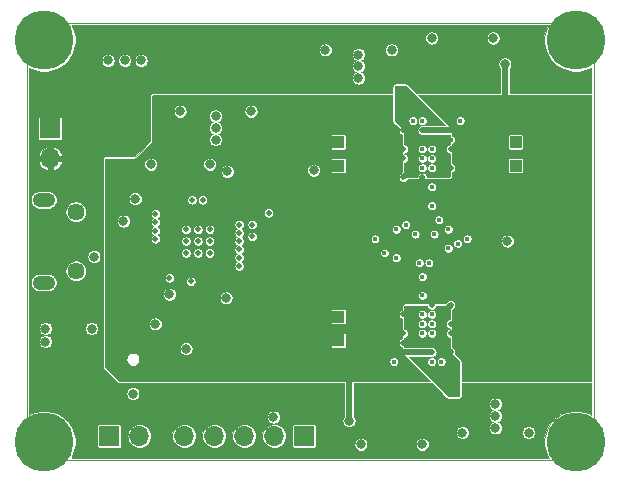
<source format=gbr>
G04 #@! TF.GenerationSoftware,KiCad,Pcbnew,(5.1.4)-1*
G04 #@! TF.CreationDate,2020-11-09T20:47:03-05:00*
G04 #@! TF.ProjectId,icepool-board,69636570-6f6f-46c2-9d62-6f6172642e6b,2020-04*
G04 #@! TF.SameCoordinates,Original*
G04 #@! TF.FileFunction,Copper,L2,Inr*
G04 #@! TF.FilePolarity,Positive*
%FSLAX46Y46*%
G04 Gerber Fmt 4.6, Leading zero omitted, Abs format (unit mm)*
G04 Created by KiCad (PCBNEW (5.1.4)-1) date 2020-11-09 20:47:03*
%MOMM*%
%LPD*%
G04 APERTURE LIST*
G04 #@! TA.AperFunction,NonConductor*
%ADD10C,0.050000*%
G04 #@! TD*
G04 #@! TA.AperFunction,ViaPad*
%ADD11R,1.000000X1.000000*%
G04 #@! TD*
G04 #@! TA.AperFunction,ViaPad*
%ADD12C,0.500000*%
G04 #@! TD*
G04 #@! TA.AperFunction,ViaPad*
%ADD13O,1.700000X1.700000*%
G04 #@! TD*
G04 #@! TA.AperFunction,ViaPad*
%ADD14R,1.700000X1.700000*%
G04 #@! TD*
G04 #@! TA.AperFunction,ViaPad*
%ADD15O,1.900000X1.200000*%
G04 #@! TD*
G04 #@! TA.AperFunction,ViaPad*
%ADD16C,1.450000*%
G04 #@! TD*
G04 #@! TA.AperFunction,ViaPad*
%ADD17C,0.800000*%
G04 #@! TD*
G04 #@! TA.AperFunction,ViaPad*
%ADD18C,5.000000*%
G04 #@! TD*
G04 #@! TA.AperFunction,ViaPad*
%ADD19C,0.450000*%
G04 #@! TD*
G04 #@! TA.AperFunction,Conductor*
%ADD20C,0.508000*%
G04 #@! TD*
G04 #@! TA.AperFunction,Conductor*
%ADD21C,0.101600*%
G04 #@! TD*
G04 APERTURE END LIST*
D10*
X25500000Y-88500000D02*
X25500000Y-51500000D01*
X73500000Y-88500000D02*
X25500000Y-88500000D01*
X73500000Y-51500000D02*
X73500000Y-88500000D01*
X25500000Y-51500000D02*
X73500000Y-51500000D01*
D11*
G04 #@! TO.N,/MISO*
G04 #@! TO.C,TP6*
X51900000Y-76400000D03*
G04 #@! TD*
G04 #@! TO.N,/FIFO_0_1*
G04 #@! TO.C,TP5*
X66900000Y-63600000D03*
G04 #@! TD*
G04 #@! TO.N,/MOSI*
G04 #@! TO.C,TP4*
X51900000Y-63600000D03*
G04 #@! TD*
G04 #@! TO.N,/READY*
G04 #@! TO.C,TP3*
X51900000Y-78400000D03*
G04 #@! TD*
G04 #@! TO.N,/READY_0_1*
G04 #@! TO.C,TP2*
X66900000Y-61600000D03*
G04 #@! TD*
G04 #@! TO.N,/READY_0*
G04 #@! TO.C,TP1*
X51900000Y-61600000D03*
G04 #@! TD*
D12*
G04 #@! TO.N,GND*
G04 #@! TO.C,U3*
X39000000Y-69000000D03*
X40000000Y-69000000D03*
X41000000Y-69000000D03*
X39000000Y-70000000D03*
X40000000Y-70000000D03*
X41000000Y-70000000D03*
X39000000Y-71000000D03*
X40000000Y-71000000D03*
X41000000Y-71000000D03*
G04 #@! TD*
D13*
G04 #@! TO.N,/~RESET*
G04 #@! TO.C,J5*
X38840000Y-86500000D03*
G04 #@! TO.N,/SWD_CLK*
X41380000Y-86500000D03*
G04 #@! TO.N,/SWD_IO*
X43920000Y-86500000D03*
G04 #@! TO.N,GND*
X46460000Y-86500000D03*
D14*
G04 #@! TO.N,+3V3*
X49000000Y-86500000D03*
G04 #@! TD*
D13*
G04 #@! TO.N,/TX*
G04 #@! TO.C,J3*
X35040000Y-86500000D03*
D14*
G04 #@! TO.N,/RX*
X32500000Y-86500000D03*
G04 #@! TD*
D15*
G04 #@! TO.N,/USB_SHIELD*
G04 #@! TO.C,J2*
X26962500Y-73500000D03*
X26962500Y-66500000D03*
D16*
X29662500Y-72500000D03*
X29662500Y-67500000D03*
G04 #@! TD*
D13*
G04 #@! TO.N,VCC*
G04 #@! TO.C,J1*
X27500000Y-63000000D03*
D14*
G04 #@! TO.N,GND*
X27500000Y-60460000D03*
G04 #@! TD*
D17*
G04 #@! TO.N,GND*
G04 #@! TO.C,H4*
X28325825Y-85674175D03*
X27000000Y-85125000D03*
X25674175Y-85674175D03*
X25125000Y-87000000D03*
X25674175Y-88325825D03*
X27000000Y-88875000D03*
X28325825Y-88325825D03*
X28875000Y-87000000D03*
D18*
X27000000Y-87000000D03*
G04 #@! TD*
D17*
G04 #@! TO.N,GND*
G04 #@! TO.C,H3*
X73325825Y-85674175D03*
X72000000Y-85125000D03*
X70674175Y-85674175D03*
X70125000Y-87000000D03*
X70674175Y-88325825D03*
X72000000Y-88875000D03*
X73325825Y-88325825D03*
X73875000Y-87000000D03*
D18*
X72000000Y-87000000D03*
G04 #@! TD*
D17*
G04 #@! TO.N,GND*
G04 #@! TO.C,H2*
X73325825Y-51674175D03*
X72000000Y-51125000D03*
X70674175Y-51674175D03*
X70125000Y-53000000D03*
X70674175Y-54325825D03*
X72000000Y-54875000D03*
X73325825Y-54325825D03*
X73875000Y-53000000D03*
D18*
X72000000Y-53000000D03*
G04 #@! TD*
D17*
G04 #@! TO.N,GND*
G04 #@! TO.C,H1*
X28325825Y-51674175D03*
X27000000Y-51125000D03*
X25674175Y-51674175D03*
X25125000Y-53000000D03*
X25674175Y-54325825D03*
X27000000Y-54875000D03*
X28325825Y-54325825D03*
X28875000Y-53000000D03*
D18*
X27000000Y-53000000D03*
G04 #@! TD*
D19*
G04 #@! TO.N,/SCK*
X62800000Y-69800000D03*
D17*
G04 #@! TO.N,GND*
X32400000Y-54700000D03*
X35200000Y-54700000D03*
X33800000Y-54700000D03*
X41500000Y-61400000D03*
X41500000Y-59400000D03*
X41500000Y-60400000D03*
X53600000Y-56200000D03*
X53600000Y-54200000D03*
X53600000Y-55200000D03*
X65200000Y-85800000D03*
X65200000Y-84800000D03*
X65200000Y-83800000D03*
X27100000Y-77400000D03*
X27100000Y-78500000D03*
X31000000Y-77400000D03*
X39000000Y-79100000D03*
X53800000Y-87200000D03*
X62400000Y-86200000D03*
X59000000Y-87200000D03*
X68000000Y-86200000D03*
X59800000Y-52800000D03*
X56400000Y-53800000D03*
X50800000Y-53800000D03*
X65000000Y-52800000D03*
X44500000Y-59000000D03*
X41000000Y-63500000D03*
X36000000Y-63500000D03*
X42500000Y-64100000D03*
X49800000Y-64000000D03*
X34700000Y-66400000D03*
X31200000Y-71300000D03*
X38500000Y-59000000D03*
X34500000Y-82900000D03*
X36400000Y-77000000D03*
D19*
X59000000Y-62200000D03*
X59800000Y-62200000D03*
X59800000Y-63000000D03*
X59000000Y-63000000D03*
X59800000Y-77800000D03*
X59800000Y-77000000D03*
X59000000Y-77000000D03*
X59000000Y-77800000D03*
X59000000Y-63800000D03*
X59800000Y-76200000D03*
X59000000Y-76200000D03*
X59800000Y-63800000D03*
D17*
X66200000Y-70000000D03*
X42400000Y-74800000D03*
X37600000Y-74500000D03*
X46400000Y-84900000D03*
D12*
G04 #@! TO.N,/MISO*
X44600000Y-68600000D03*
D17*
G04 #@! TO.N,VCC*
X32400000Y-60100000D03*
X27500000Y-83100000D03*
X33700000Y-68300000D03*
X33800000Y-60100000D03*
X35200000Y-60100000D03*
X69300000Y-82850000D03*
X69300000Y-83950000D03*
X49550000Y-56050000D03*
X49550000Y-57100000D03*
X56400000Y-52700000D03*
X62400000Y-87300000D03*
G04 #@! TO.N,+3V3*
X33500000Y-75000000D03*
D19*
X54700000Y-73400001D03*
X57400000Y-77800000D03*
X61399999Y-77000000D03*
X61400000Y-77800000D03*
X59800000Y-79400000D03*
X59800000Y-75400001D03*
D17*
X46000000Y-60000000D03*
X46000000Y-61000000D03*
X46000000Y-62000000D03*
X46000000Y-63000000D03*
X40600000Y-75600000D03*
D19*
X64100000Y-66600000D03*
X61400000Y-62200000D03*
D17*
X66000000Y-55000000D03*
X52800000Y-85200000D03*
D19*
X59000000Y-64600000D03*
X57400000Y-63000000D03*
X57400000Y-62200000D03*
X59000000Y-60600000D03*
G04 #@! TO.N,/ICE40HX8K-BG121_0/VCCPLL0*
X59800000Y-65400000D03*
G04 #@! TO.N,/ICE40HX8K-BG121_0/GNDPLL0*
X59800000Y-67000000D03*
G04 #@! TO.N,/ICE40HX8K-BG121_0/VCCPLL1*
X59000000Y-59800000D03*
G04 #@! TO.N,/ICE40HX8K-BG121_1/VCCPLL0*
X59000000Y-74600000D03*
G04 #@! TO.N,/ICE40HX8K-BG121_1/GNDPLL0*
X59000000Y-73000000D03*
G04 #@! TO.N,/ICE40HX8K-BG121_1/VCCPLL1*
X59800000Y-80200000D03*
G04 #@! TO.N,/ICE40HX8K-BG121_0/VPP_2V5*
X62200000Y-59800000D03*
G04 #@! TO.N,/ICE40HX8K-BG121_1/VPP_2V5*
X56600000Y-80200000D03*
D12*
G04 #@! TO.N,/~WE*
X36400000Y-68400000D03*
D19*
X60000000Y-69400000D03*
X58400000Y-69400000D03*
D12*
G04 #@! TO.N,/MOSI*
X36400000Y-67700000D03*
X46000000Y-67600000D03*
D19*
X61200000Y-69000000D03*
X56800000Y-69000000D03*
D12*
G04 #@! TO.N,/SCK*
X36400000Y-69100000D03*
D19*
X55000000Y-69800000D03*
D12*
G04 #@! TO.N,/MISO*
X36400000Y-69800000D03*
G04 #@! TO.N,GND*
X44600000Y-69600000D03*
D17*
G04 #@! TO.N,VCC*
X43000000Y-56800000D03*
G04 #@! TO.N,+3V3*
X49000000Y-81400000D03*
D12*
G04 #@! TO.N,/RX*
X43500000Y-68600000D03*
G04 #@! TO.N,/TX*
X43500000Y-69300000D03*
D19*
G04 #@! TO.N,/ICE40HX8K-BG121_0/GNDPLL1*
X58200000Y-59800000D03*
G04 #@! TO.N,/ICE40HX8K-BG121_1/GNDPLL1*
X60600000Y-80200000D03*
D12*
G04 #@! TO.N,/READY*
X37600000Y-73100000D03*
G04 #@! TO.N,/SPI_SS_B_0*
X43500000Y-70000000D03*
D19*
X62000000Y-70200000D03*
D12*
G04 #@! TO.N,/SPI_SS_B_1*
X43500000Y-71400000D03*
D19*
X55800000Y-71000000D03*
G04 #@! TO.N,/ICE40HX8K-BG121_0/VCC0*
X61400000Y-63800000D03*
D17*
X57400000Y-57600000D03*
D19*
X57400000Y-64600000D03*
X57400000Y-60600000D03*
X61400000Y-61400000D03*
G04 #@! TO.N,/ICE40HX8K-BG121_1/VCC0*
X57400000Y-76200000D03*
X57400000Y-78600000D03*
X61400000Y-79400000D03*
X61400000Y-75400001D03*
D17*
X61400000Y-82300000D03*
D12*
G04 #@! TO.N,/~SSEL*
X39400000Y-73400000D03*
D19*
X59558690Y-71841310D03*
X58758690Y-71841310D03*
D12*
G04 #@! TO.N,/CDONE_0*
X39500002Y-66500000D03*
D19*
X60400000Y-68200000D03*
D12*
G04 #@! TO.N,/CDONE_1*
X40399978Y-66500000D03*
D19*
X57600000Y-68600000D03*
D12*
G04 #@! TO.N,/CRESET_B_0*
X43500000Y-70700000D03*
D19*
X61200000Y-70600000D03*
D12*
G04 #@! TO.N,/CRESET_B_1*
X43500000Y-72100000D03*
D19*
X56800000Y-71400000D03*
G04 #@! TD*
D20*
G04 #@! TO.N,+3V3*
X61399999Y-77000000D02*
X62000000Y-77000000D01*
X61400000Y-77800000D02*
X61800000Y-77800000D01*
X59800000Y-75400001D02*
X59800000Y-75100000D01*
X57400000Y-77800000D02*
X57100000Y-77800000D01*
X59800000Y-79400000D02*
X59481802Y-79400000D01*
X59481802Y-79400000D02*
X57200000Y-79400000D01*
X59000000Y-60600000D02*
X61500000Y-60600000D01*
X61400000Y-62200000D02*
X61700000Y-62200000D01*
X57400000Y-62200000D02*
X57000000Y-62200000D01*
X57400000Y-63000000D02*
X57000000Y-63000000D01*
X59000000Y-64600000D02*
X59000000Y-64900000D01*
X66000000Y-55000000D02*
X66000000Y-55565685D01*
X66000000Y-55565685D02*
X66000000Y-57800000D01*
X52800000Y-85200000D02*
X52800000Y-84634315D01*
X52800000Y-84634315D02*
X52800000Y-81700000D01*
G04 #@! TO.N,/ICE40HX8K-BG121_0/VCC0*
X57400000Y-64600000D02*
X57800000Y-64200000D01*
X57600000Y-60600000D02*
X57400000Y-60600000D01*
X61400000Y-63800000D02*
X61100000Y-63800000D01*
G04 #@! TO.N,/ICE40HX8K-BG121_1/VCC0*
X57600000Y-76200000D02*
X57400000Y-76200000D01*
X61400000Y-79400000D02*
X61175001Y-79175001D01*
X61175001Y-79175001D02*
X61000000Y-79000000D01*
X61400000Y-75400001D02*
X61399999Y-75400001D01*
X61399999Y-75400001D02*
X61000000Y-75800000D01*
X57400000Y-78600000D02*
X57700000Y-78600000D01*
G04 #@! TD*
D21*
G04 #@! TO.N,/ICE40HX8K-BG121_0/VCC0*
G36*
X57573872Y-56863076D02*
G01*
X57626197Y-56898039D01*
X60921758Y-60193600D01*
X58980040Y-60193600D01*
X58920332Y-60199481D01*
X58843725Y-60222719D01*
X58773124Y-60260456D01*
X58711242Y-60311242D01*
X58660456Y-60373124D01*
X58622719Y-60443725D01*
X58599481Y-60520332D01*
X58591634Y-60600000D01*
X58599481Y-60679668D01*
X58622719Y-60756275D01*
X58660456Y-60826876D01*
X58711242Y-60888758D01*
X58773124Y-60939544D01*
X58843725Y-60977281D01*
X58920332Y-61000519D01*
X58980040Y-61006400D01*
X61349200Y-61006400D01*
X61349200Y-61796638D01*
X61320332Y-61799481D01*
X61243725Y-61822719D01*
X61173124Y-61860456D01*
X61111242Y-61911242D01*
X61060456Y-61973124D01*
X61022719Y-62043725D01*
X60999481Y-62120332D01*
X60991634Y-62200000D01*
X60999481Y-62279668D01*
X61022719Y-62356275D01*
X61060456Y-62426876D01*
X61111242Y-62488758D01*
X61173124Y-62539544D01*
X61243725Y-62577281D01*
X61320332Y-62600519D01*
X61349200Y-62603362D01*
X61349200Y-64394997D01*
X61336923Y-64456717D01*
X61304797Y-64504797D01*
X61256717Y-64536923D01*
X61194997Y-64549200D01*
X59403362Y-64549200D01*
X59400519Y-64520332D01*
X59377281Y-64443725D01*
X59339544Y-64373124D01*
X59288758Y-64311242D01*
X59226875Y-64260456D01*
X59156274Y-64222719D01*
X59079667Y-64199481D01*
X59000000Y-64191634D01*
X58920332Y-64199481D01*
X58843725Y-64222719D01*
X58773124Y-64260456D01*
X58711242Y-64311242D01*
X58660456Y-64373125D01*
X58622719Y-64443726D01*
X58599481Y-64520333D01*
X58596638Y-64549200D01*
X57605003Y-64549200D01*
X57543283Y-64536923D01*
X57495203Y-64504797D01*
X57463077Y-64456717D01*
X57450800Y-64394997D01*
X57450800Y-63762829D01*
X58622600Y-63762829D01*
X58622600Y-63837171D01*
X58637103Y-63910083D01*
X58665553Y-63978766D01*
X58706854Y-64040578D01*
X58759422Y-64093146D01*
X58821234Y-64134447D01*
X58889917Y-64162897D01*
X58962829Y-64177400D01*
X59037171Y-64177400D01*
X59110083Y-64162897D01*
X59178766Y-64134447D01*
X59240578Y-64093146D01*
X59293146Y-64040578D01*
X59334447Y-63978766D01*
X59362897Y-63910083D01*
X59377400Y-63837171D01*
X59377400Y-63762829D01*
X59422600Y-63762829D01*
X59422600Y-63837171D01*
X59437103Y-63910083D01*
X59465553Y-63978766D01*
X59506854Y-64040578D01*
X59559422Y-64093146D01*
X59621234Y-64134447D01*
X59689917Y-64162897D01*
X59762829Y-64177400D01*
X59837171Y-64177400D01*
X59910083Y-64162897D01*
X59978766Y-64134447D01*
X60040578Y-64093146D01*
X60093146Y-64040578D01*
X60134447Y-63978766D01*
X60162897Y-63910083D01*
X60177400Y-63837171D01*
X60177400Y-63762829D01*
X60162897Y-63689917D01*
X60134447Y-63621234D01*
X60093146Y-63559422D01*
X60040578Y-63506854D01*
X59978766Y-63465553D01*
X59910083Y-63437103D01*
X59837171Y-63422600D01*
X59762829Y-63422600D01*
X59689917Y-63437103D01*
X59621234Y-63465553D01*
X59559422Y-63506854D01*
X59506854Y-63559422D01*
X59465553Y-63621234D01*
X59437103Y-63689917D01*
X59422600Y-63762829D01*
X59377400Y-63762829D01*
X59362897Y-63689917D01*
X59334447Y-63621234D01*
X59293146Y-63559422D01*
X59240578Y-63506854D01*
X59178766Y-63465553D01*
X59110083Y-63437103D01*
X59037171Y-63422600D01*
X58962829Y-63422600D01*
X58889917Y-63437103D01*
X58821234Y-63465553D01*
X58759422Y-63506854D01*
X58706854Y-63559422D01*
X58665553Y-63621234D01*
X58637103Y-63689917D01*
X58622600Y-63762829D01*
X57450800Y-63762829D01*
X57450800Y-63403362D01*
X57479668Y-63400519D01*
X57556275Y-63377281D01*
X57626876Y-63339544D01*
X57688758Y-63288758D01*
X57739544Y-63226876D01*
X57777281Y-63156275D01*
X57800519Y-63079668D01*
X57808366Y-63000000D01*
X57804705Y-62962829D01*
X58622600Y-62962829D01*
X58622600Y-63037171D01*
X58637103Y-63110083D01*
X58665553Y-63178766D01*
X58706854Y-63240578D01*
X58759422Y-63293146D01*
X58821234Y-63334447D01*
X58889917Y-63362897D01*
X58962829Y-63377400D01*
X59037171Y-63377400D01*
X59110083Y-63362897D01*
X59178766Y-63334447D01*
X59240578Y-63293146D01*
X59293146Y-63240578D01*
X59334447Y-63178766D01*
X59362897Y-63110083D01*
X59377400Y-63037171D01*
X59377400Y-62962829D01*
X59422600Y-62962829D01*
X59422600Y-63037171D01*
X59437103Y-63110083D01*
X59465553Y-63178766D01*
X59506854Y-63240578D01*
X59559422Y-63293146D01*
X59621234Y-63334447D01*
X59689917Y-63362897D01*
X59762829Y-63377400D01*
X59837171Y-63377400D01*
X59910083Y-63362897D01*
X59978766Y-63334447D01*
X60040578Y-63293146D01*
X60093146Y-63240578D01*
X60134447Y-63178766D01*
X60162897Y-63110083D01*
X60177400Y-63037171D01*
X60177400Y-62962829D01*
X60162897Y-62889917D01*
X60134447Y-62821234D01*
X60093146Y-62759422D01*
X60040578Y-62706854D01*
X59978766Y-62665553D01*
X59910083Y-62637103D01*
X59837171Y-62622600D01*
X59762829Y-62622600D01*
X59689917Y-62637103D01*
X59621234Y-62665553D01*
X59559422Y-62706854D01*
X59506854Y-62759422D01*
X59465553Y-62821234D01*
X59437103Y-62889917D01*
X59422600Y-62962829D01*
X59377400Y-62962829D01*
X59362897Y-62889917D01*
X59334447Y-62821234D01*
X59293146Y-62759422D01*
X59240578Y-62706854D01*
X59178766Y-62665553D01*
X59110083Y-62637103D01*
X59037171Y-62622600D01*
X58962829Y-62622600D01*
X58889917Y-62637103D01*
X58821234Y-62665553D01*
X58759422Y-62706854D01*
X58706854Y-62759422D01*
X58665553Y-62821234D01*
X58637103Y-62889917D01*
X58622600Y-62962829D01*
X57804705Y-62962829D01*
X57800519Y-62920332D01*
X57777281Y-62843725D01*
X57739544Y-62773124D01*
X57688758Y-62711242D01*
X57626876Y-62660456D01*
X57556275Y-62622719D01*
X57481379Y-62600000D01*
X57556275Y-62577281D01*
X57626876Y-62539544D01*
X57688758Y-62488758D01*
X57739544Y-62426876D01*
X57777281Y-62356275D01*
X57800519Y-62279668D01*
X57808366Y-62200000D01*
X57804705Y-62162829D01*
X58622600Y-62162829D01*
X58622600Y-62237171D01*
X58637103Y-62310083D01*
X58665553Y-62378766D01*
X58706854Y-62440578D01*
X58759422Y-62493146D01*
X58821234Y-62534447D01*
X58889917Y-62562897D01*
X58962829Y-62577400D01*
X59037171Y-62577400D01*
X59110083Y-62562897D01*
X59178766Y-62534447D01*
X59240578Y-62493146D01*
X59293146Y-62440578D01*
X59334447Y-62378766D01*
X59362897Y-62310083D01*
X59377400Y-62237171D01*
X59377400Y-62162829D01*
X59422600Y-62162829D01*
X59422600Y-62237171D01*
X59437103Y-62310083D01*
X59465553Y-62378766D01*
X59506854Y-62440578D01*
X59559422Y-62493146D01*
X59621234Y-62534447D01*
X59689917Y-62562897D01*
X59762829Y-62577400D01*
X59837171Y-62577400D01*
X59910083Y-62562897D01*
X59978766Y-62534447D01*
X60040578Y-62493146D01*
X60093146Y-62440578D01*
X60134447Y-62378766D01*
X60162897Y-62310083D01*
X60177400Y-62237171D01*
X60177400Y-62162829D01*
X60162897Y-62089917D01*
X60134447Y-62021234D01*
X60093146Y-61959422D01*
X60040578Y-61906854D01*
X59978766Y-61865553D01*
X59910083Y-61837103D01*
X59837171Y-61822600D01*
X59762829Y-61822600D01*
X59689917Y-61837103D01*
X59621234Y-61865553D01*
X59559422Y-61906854D01*
X59506854Y-61959422D01*
X59465553Y-62021234D01*
X59437103Y-62089917D01*
X59422600Y-62162829D01*
X59377400Y-62162829D01*
X59362897Y-62089917D01*
X59334447Y-62021234D01*
X59293146Y-61959422D01*
X59240578Y-61906854D01*
X59178766Y-61865553D01*
X59110083Y-61837103D01*
X59037171Y-61822600D01*
X58962829Y-61822600D01*
X58889917Y-61837103D01*
X58821234Y-61865553D01*
X58759422Y-61906854D01*
X58706854Y-61959422D01*
X58665553Y-62021234D01*
X58637103Y-62089917D01*
X58622600Y-62162829D01*
X57804705Y-62162829D01*
X57800519Y-62120332D01*
X57777281Y-62043725D01*
X57739544Y-61973124D01*
X57688758Y-61911242D01*
X57626876Y-61860456D01*
X57556275Y-61822719D01*
X57479668Y-61799481D01*
X57450800Y-61796638D01*
X57450800Y-60682843D01*
X57449824Y-60672933D01*
X57434600Y-60596396D01*
X57431709Y-60586866D01*
X57427015Y-60578083D01*
X57383660Y-60513198D01*
X57377342Y-60505500D01*
X56698039Y-59826197D01*
X56663076Y-59773872D01*
X56660880Y-59762829D01*
X57822600Y-59762829D01*
X57822600Y-59837171D01*
X57837103Y-59910083D01*
X57865553Y-59978766D01*
X57906854Y-60040578D01*
X57959422Y-60093146D01*
X58021234Y-60134447D01*
X58089917Y-60162897D01*
X58162829Y-60177400D01*
X58237171Y-60177400D01*
X58310083Y-60162897D01*
X58378766Y-60134447D01*
X58440578Y-60093146D01*
X58493146Y-60040578D01*
X58534447Y-59978766D01*
X58562897Y-59910083D01*
X58577400Y-59837171D01*
X58577400Y-59762829D01*
X58622600Y-59762829D01*
X58622600Y-59837171D01*
X58637103Y-59910083D01*
X58665553Y-59978766D01*
X58706854Y-60040578D01*
X58759422Y-60093146D01*
X58821234Y-60134447D01*
X58889917Y-60162897D01*
X58962829Y-60177400D01*
X59037171Y-60177400D01*
X59110083Y-60162897D01*
X59178766Y-60134447D01*
X59240578Y-60093146D01*
X59293146Y-60040578D01*
X59334447Y-59978766D01*
X59362897Y-59910083D01*
X59377400Y-59837171D01*
X59377400Y-59762829D01*
X59362897Y-59689917D01*
X59334447Y-59621234D01*
X59293146Y-59559422D01*
X59240578Y-59506854D01*
X59178766Y-59465553D01*
X59110083Y-59437103D01*
X59037171Y-59422600D01*
X58962829Y-59422600D01*
X58889917Y-59437103D01*
X58821234Y-59465553D01*
X58759422Y-59506854D01*
X58706854Y-59559422D01*
X58665553Y-59621234D01*
X58637103Y-59689917D01*
X58622600Y-59762829D01*
X58577400Y-59762829D01*
X58562897Y-59689917D01*
X58534447Y-59621234D01*
X58493146Y-59559422D01*
X58440578Y-59506854D01*
X58378766Y-59465553D01*
X58310083Y-59437103D01*
X58237171Y-59422600D01*
X58162829Y-59422600D01*
X58089917Y-59437103D01*
X58021234Y-59465553D01*
X57959422Y-59506854D01*
X57906854Y-59559422D01*
X57865553Y-59621234D01*
X57837103Y-59689917D01*
X57822600Y-59762829D01*
X56660880Y-59762829D01*
X56650800Y-59712154D01*
X56650800Y-57005003D01*
X56663077Y-56943283D01*
X56695203Y-56895203D01*
X56743283Y-56863077D01*
X56805003Y-56850800D01*
X57512154Y-56850800D01*
X57573872Y-56863076D01*
X57573872Y-56863076D01*
G37*
X57573872Y-56863076D02*
X57626197Y-56898039D01*
X60921758Y-60193600D01*
X58980040Y-60193600D01*
X58920332Y-60199481D01*
X58843725Y-60222719D01*
X58773124Y-60260456D01*
X58711242Y-60311242D01*
X58660456Y-60373124D01*
X58622719Y-60443725D01*
X58599481Y-60520332D01*
X58591634Y-60600000D01*
X58599481Y-60679668D01*
X58622719Y-60756275D01*
X58660456Y-60826876D01*
X58711242Y-60888758D01*
X58773124Y-60939544D01*
X58843725Y-60977281D01*
X58920332Y-61000519D01*
X58980040Y-61006400D01*
X61349200Y-61006400D01*
X61349200Y-61796638D01*
X61320332Y-61799481D01*
X61243725Y-61822719D01*
X61173124Y-61860456D01*
X61111242Y-61911242D01*
X61060456Y-61973124D01*
X61022719Y-62043725D01*
X60999481Y-62120332D01*
X60991634Y-62200000D01*
X60999481Y-62279668D01*
X61022719Y-62356275D01*
X61060456Y-62426876D01*
X61111242Y-62488758D01*
X61173124Y-62539544D01*
X61243725Y-62577281D01*
X61320332Y-62600519D01*
X61349200Y-62603362D01*
X61349200Y-64394997D01*
X61336923Y-64456717D01*
X61304797Y-64504797D01*
X61256717Y-64536923D01*
X61194997Y-64549200D01*
X59403362Y-64549200D01*
X59400519Y-64520332D01*
X59377281Y-64443725D01*
X59339544Y-64373124D01*
X59288758Y-64311242D01*
X59226875Y-64260456D01*
X59156274Y-64222719D01*
X59079667Y-64199481D01*
X59000000Y-64191634D01*
X58920332Y-64199481D01*
X58843725Y-64222719D01*
X58773124Y-64260456D01*
X58711242Y-64311242D01*
X58660456Y-64373125D01*
X58622719Y-64443726D01*
X58599481Y-64520333D01*
X58596638Y-64549200D01*
X57605003Y-64549200D01*
X57543283Y-64536923D01*
X57495203Y-64504797D01*
X57463077Y-64456717D01*
X57450800Y-64394997D01*
X57450800Y-63762829D01*
X58622600Y-63762829D01*
X58622600Y-63837171D01*
X58637103Y-63910083D01*
X58665553Y-63978766D01*
X58706854Y-64040578D01*
X58759422Y-64093146D01*
X58821234Y-64134447D01*
X58889917Y-64162897D01*
X58962829Y-64177400D01*
X59037171Y-64177400D01*
X59110083Y-64162897D01*
X59178766Y-64134447D01*
X59240578Y-64093146D01*
X59293146Y-64040578D01*
X59334447Y-63978766D01*
X59362897Y-63910083D01*
X59377400Y-63837171D01*
X59377400Y-63762829D01*
X59422600Y-63762829D01*
X59422600Y-63837171D01*
X59437103Y-63910083D01*
X59465553Y-63978766D01*
X59506854Y-64040578D01*
X59559422Y-64093146D01*
X59621234Y-64134447D01*
X59689917Y-64162897D01*
X59762829Y-64177400D01*
X59837171Y-64177400D01*
X59910083Y-64162897D01*
X59978766Y-64134447D01*
X60040578Y-64093146D01*
X60093146Y-64040578D01*
X60134447Y-63978766D01*
X60162897Y-63910083D01*
X60177400Y-63837171D01*
X60177400Y-63762829D01*
X60162897Y-63689917D01*
X60134447Y-63621234D01*
X60093146Y-63559422D01*
X60040578Y-63506854D01*
X59978766Y-63465553D01*
X59910083Y-63437103D01*
X59837171Y-63422600D01*
X59762829Y-63422600D01*
X59689917Y-63437103D01*
X59621234Y-63465553D01*
X59559422Y-63506854D01*
X59506854Y-63559422D01*
X59465553Y-63621234D01*
X59437103Y-63689917D01*
X59422600Y-63762829D01*
X59377400Y-63762829D01*
X59362897Y-63689917D01*
X59334447Y-63621234D01*
X59293146Y-63559422D01*
X59240578Y-63506854D01*
X59178766Y-63465553D01*
X59110083Y-63437103D01*
X59037171Y-63422600D01*
X58962829Y-63422600D01*
X58889917Y-63437103D01*
X58821234Y-63465553D01*
X58759422Y-63506854D01*
X58706854Y-63559422D01*
X58665553Y-63621234D01*
X58637103Y-63689917D01*
X58622600Y-63762829D01*
X57450800Y-63762829D01*
X57450800Y-63403362D01*
X57479668Y-63400519D01*
X57556275Y-63377281D01*
X57626876Y-63339544D01*
X57688758Y-63288758D01*
X57739544Y-63226876D01*
X57777281Y-63156275D01*
X57800519Y-63079668D01*
X57808366Y-63000000D01*
X57804705Y-62962829D01*
X58622600Y-62962829D01*
X58622600Y-63037171D01*
X58637103Y-63110083D01*
X58665553Y-63178766D01*
X58706854Y-63240578D01*
X58759422Y-63293146D01*
X58821234Y-63334447D01*
X58889917Y-63362897D01*
X58962829Y-63377400D01*
X59037171Y-63377400D01*
X59110083Y-63362897D01*
X59178766Y-63334447D01*
X59240578Y-63293146D01*
X59293146Y-63240578D01*
X59334447Y-63178766D01*
X59362897Y-63110083D01*
X59377400Y-63037171D01*
X59377400Y-62962829D01*
X59422600Y-62962829D01*
X59422600Y-63037171D01*
X59437103Y-63110083D01*
X59465553Y-63178766D01*
X59506854Y-63240578D01*
X59559422Y-63293146D01*
X59621234Y-63334447D01*
X59689917Y-63362897D01*
X59762829Y-63377400D01*
X59837171Y-63377400D01*
X59910083Y-63362897D01*
X59978766Y-63334447D01*
X60040578Y-63293146D01*
X60093146Y-63240578D01*
X60134447Y-63178766D01*
X60162897Y-63110083D01*
X60177400Y-63037171D01*
X60177400Y-62962829D01*
X60162897Y-62889917D01*
X60134447Y-62821234D01*
X60093146Y-62759422D01*
X60040578Y-62706854D01*
X59978766Y-62665553D01*
X59910083Y-62637103D01*
X59837171Y-62622600D01*
X59762829Y-62622600D01*
X59689917Y-62637103D01*
X59621234Y-62665553D01*
X59559422Y-62706854D01*
X59506854Y-62759422D01*
X59465553Y-62821234D01*
X59437103Y-62889917D01*
X59422600Y-62962829D01*
X59377400Y-62962829D01*
X59362897Y-62889917D01*
X59334447Y-62821234D01*
X59293146Y-62759422D01*
X59240578Y-62706854D01*
X59178766Y-62665553D01*
X59110083Y-62637103D01*
X59037171Y-62622600D01*
X58962829Y-62622600D01*
X58889917Y-62637103D01*
X58821234Y-62665553D01*
X58759422Y-62706854D01*
X58706854Y-62759422D01*
X58665553Y-62821234D01*
X58637103Y-62889917D01*
X58622600Y-62962829D01*
X57804705Y-62962829D01*
X57800519Y-62920332D01*
X57777281Y-62843725D01*
X57739544Y-62773124D01*
X57688758Y-62711242D01*
X57626876Y-62660456D01*
X57556275Y-62622719D01*
X57481379Y-62600000D01*
X57556275Y-62577281D01*
X57626876Y-62539544D01*
X57688758Y-62488758D01*
X57739544Y-62426876D01*
X57777281Y-62356275D01*
X57800519Y-62279668D01*
X57808366Y-62200000D01*
X57804705Y-62162829D01*
X58622600Y-62162829D01*
X58622600Y-62237171D01*
X58637103Y-62310083D01*
X58665553Y-62378766D01*
X58706854Y-62440578D01*
X58759422Y-62493146D01*
X58821234Y-62534447D01*
X58889917Y-62562897D01*
X58962829Y-62577400D01*
X59037171Y-62577400D01*
X59110083Y-62562897D01*
X59178766Y-62534447D01*
X59240578Y-62493146D01*
X59293146Y-62440578D01*
X59334447Y-62378766D01*
X59362897Y-62310083D01*
X59377400Y-62237171D01*
X59377400Y-62162829D01*
X59422600Y-62162829D01*
X59422600Y-62237171D01*
X59437103Y-62310083D01*
X59465553Y-62378766D01*
X59506854Y-62440578D01*
X59559422Y-62493146D01*
X59621234Y-62534447D01*
X59689917Y-62562897D01*
X59762829Y-62577400D01*
X59837171Y-62577400D01*
X59910083Y-62562897D01*
X59978766Y-62534447D01*
X60040578Y-62493146D01*
X60093146Y-62440578D01*
X60134447Y-62378766D01*
X60162897Y-62310083D01*
X60177400Y-62237171D01*
X60177400Y-62162829D01*
X60162897Y-62089917D01*
X60134447Y-62021234D01*
X60093146Y-61959422D01*
X60040578Y-61906854D01*
X59978766Y-61865553D01*
X59910083Y-61837103D01*
X59837171Y-61822600D01*
X59762829Y-61822600D01*
X59689917Y-61837103D01*
X59621234Y-61865553D01*
X59559422Y-61906854D01*
X59506854Y-61959422D01*
X59465553Y-62021234D01*
X59437103Y-62089917D01*
X59422600Y-62162829D01*
X59377400Y-62162829D01*
X59362897Y-62089917D01*
X59334447Y-62021234D01*
X59293146Y-61959422D01*
X59240578Y-61906854D01*
X59178766Y-61865553D01*
X59110083Y-61837103D01*
X59037171Y-61822600D01*
X58962829Y-61822600D01*
X58889917Y-61837103D01*
X58821234Y-61865553D01*
X58759422Y-61906854D01*
X58706854Y-61959422D01*
X58665553Y-62021234D01*
X58637103Y-62089917D01*
X58622600Y-62162829D01*
X57804705Y-62162829D01*
X57800519Y-62120332D01*
X57777281Y-62043725D01*
X57739544Y-61973124D01*
X57688758Y-61911242D01*
X57626876Y-61860456D01*
X57556275Y-61822719D01*
X57479668Y-61799481D01*
X57450800Y-61796638D01*
X57450800Y-60682843D01*
X57449824Y-60672933D01*
X57434600Y-60596396D01*
X57431709Y-60586866D01*
X57427015Y-60578083D01*
X57383660Y-60513198D01*
X57377342Y-60505500D01*
X56698039Y-59826197D01*
X56663076Y-59773872D01*
X56660880Y-59762829D01*
X57822600Y-59762829D01*
X57822600Y-59837171D01*
X57837103Y-59910083D01*
X57865553Y-59978766D01*
X57906854Y-60040578D01*
X57959422Y-60093146D01*
X58021234Y-60134447D01*
X58089917Y-60162897D01*
X58162829Y-60177400D01*
X58237171Y-60177400D01*
X58310083Y-60162897D01*
X58378766Y-60134447D01*
X58440578Y-60093146D01*
X58493146Y-60040578D01*
X58534447Y-59978766D01*
X58562897Y-59910083D01*
X58577400Y-59837171D01*
X58577400Y-59762829D01*
X58622600Y-59762829D01*
X58622600Y-59837171D01*
X58637103Y-59910083D01*
X58665553Y-59978766D01*
X58706854Y-60040578D01*
X58759422Y-60093146D01*
X58821234Y-60134447D01*
X58889917Y-60162897D01*
X58962829Y-60177400D01*
X59037171Y-60177400D01*
X59110083Y-60162897D01*
X59178766Y-60134447D01*
X59240578Y-60093146D01*
X59293146Y-60040578D01*
X59334447Y-59978766D01*
X59362897Y-59910083D01*
X59377400Y-59837171D01*
X59377400Y-59762829D01*
X59362897Y-59689917D01*
X59334447Y-59621234D01*
X59293146Y-59559422D01*
X59240578Y-59506854D01*
X59178766Y-59465553D01*
X59110083Y-59437103D01*
X59037171Y-59422600D01*
X58962829Y-59422600D01*
X58889917Y-59437103D01*
X58821234Y-59465553D01*
X58759422Y-59506854D01*
X58706854Y-59559422D01*
X58665553Y-59621234D01*
X58637103Y-59689917D01*
X58622600Y-59762829D01*
X58577400Y-59762829D01*
X58562897Y-59689917D01*
X58534447Y-59621234D01*
X58493146Y-59559422D01*
X58440578Y-59506854D01*
X58378766Y-59465553D01*
X58310083Y-59437103D01*
X58237171Y-59422600D01*
X58162829Y-59422600D01*
X58089917Y-59437103D01*
X58021234Y-59465553D01*
X57959422Y-59506854D01*
X57906854Y-59559422D01*
X57865553Y-59621234D01*
X57837103Y-59689917D01*
X57822600Y-59762829D01*
X56660880Y-59762829D01*
X56650800Y-59712154D01*
X56650800Y-57005003D01*
X56663077Y-56943283D01*
X56695203Y-56895203D01*
X56743283Y-56863077D01*
X56805003Y-56850800D01*
X57512154Y-56850800D01*
X57573872Y-56863076D01*
G04 #@! TO.N,/ICE40HX8K-BG121_1/VCC0*
G36*
X59399481Y-75479668D02*
G01*
X59422719Y-75556275D01*
X59460456Y-75626876D01*
X59511242Y-75688759D01*
X59573124Y-75739545D01*
X59643725Y-75777282D01*
X59720332Y-75800520D01*
X59800000Y-75808367D01*
X59879667Y-75800520D01*
X59956274Y-75777282D01*
X60026875Y-75739545D01*
X60088758Y-75688759D01*
X60139544Y-75626877D01*
X60177281Y-75556276D01*
X60200519Y-75479669D01*
X60203362Y-75450800D01*
X61194997Y-75450800D01*
X61256717Y-75463077D01*
X61304797Y-75495203D01*
X61336923Y-75543283D01*
X61349200Y-75605003D01*
X61349200Y-76596638D01*
X61320331Y-76599481D01*
X61243724Y-76622719D01*
X61173123Y-76660456D01*
X61111241Y-76711242D01*
X61060455Y-76773124D01*
X61022718Y-76843725D01*
X60999480Y-76920332D01*
X60991633Y-77000000D01*
X60999480Y-77079668D01*
X61022718Y-77156275D01*
X61060455Y-77226876D01*
X61111241Y-77288758D01*
X61173123Y-77339544D01*
X61243724Y-77377281D01*
X61318621Y-77400000D01*
X61243725Y-77422719D01*
X61173124Y-77460456D01*
X61111242Y-77511242D01*
X61060456Y-77573124D01*
X61022719Y-77643725D01*
X60999481Y-77720332D01*
X60991634Y-77800000D01*
X60999481Y-77879668D01*
X61022719Y-77956275D01*
X61060456Y-78026876D01*
X61111242Y-78088758D01*
X61173124Y-78139544D01*
X61243725Y-78177281D01*
X61320332Y-78200519D01*
X61349200Y-78203362D01*
X61349200Y-79317157D01*
X61350176Y-79327067D01*
X61365400Y-79403604D01*
X61368291Y-79413134D01*
X61372985Y-79421917D01*
X61416340Y-79486802D01*
X61422658Y-79494500D01*
X62101961Y-80173803D01*
X62136924Y-80226128D01*
X62149200Y-80287846D01*
X62149200Y-82994997D01*
X62136923Y-83056717D01*
X62104797Y-83104797D01*
X62056717Y-83136923D01*
X61994997Y-83149200D01*
X61287846Y-83149200D01*
X61226128Y-83136924D01*
X61173803Y-83101961D01*
X58234671Y-80162829D01*
X59422600Y-80162829D01*
X59422600Y-80237171D01*
X59437103Y-80310083D01*
X59465553Y-80378766D01*
X59506854Y-80440578D01*
X59559422Y-80493146D01*
X59621234Y-80534447D01*
X59689917Y-80562897D01*
X59762829Y-80577400D01*
X59837171Y-80577400D01*
X59910083Y-80562897D01*
X59978766Y-80534447D01*
X60040578Y-80493146D01*
X60093146Y-80440578D01*
X60134447Y-80378766D01*
X60162897Y-80310083D01*
X60177400Y-80237171D01*
X60177400Y-80162829D01*
X60222600Y-80162829D01*
X60222600Y-80237171D01*
X60237103Y-80310083D01*
X60265553Y-80378766D01*
X60306854Y-80440578D01*
X60359422Y-80493146D01*
X60421234Y-80534447D01*
X60489917Y-80562897D01*
X60562829Y-80577400D01*
X60637171Y-80577400D01*
X60710083Y-80562897D01*
X60778766Y-80534447D01*
X60840578Y-80493146D01*
X60893146Y-80440578D01*
X60934447Y-80378766D01*
X60962897Y-80310083D01*
X60977400Y-80237171D01*
X60977400Y-80162829D01*
X60962897Y-80089917D01*
X60934447Y-80021234D01*
X60893146Y-79959422D01*
X60840578Y-79906854D01*
X60778766Y-79865553D01*
X60710083Y-79837103D01*
X60637171Y-79822600D01*
X60562829Y-79822600D01*
X60489917Y-79837103D01*
X60421234Y-79865553D01*
X60359422Y-79906854D01*
X60306854Y-79959422D01*
X60265553Y-80021234D01*
X60237103Y-80089917D01*
X60222600Y-80162829D01*
X60177400Y-80162829D01*
X60162897Y-80089917D01*
X60134447Y-80021234D01*
X60093146Y-79959422D01*
X60040578Y-79906854D01*
X59978766Y-79865553D01*
X59910083Y-79837103D01*
X59837171Y-79822600D01*
X59762829Y-79822600D01*
X59689917Y-79837103D01*
X59621234Y-79865553D01*
X59559422Y-79906854D01*
X59506854Y-79959422D01*
X59465553Y-80021234D01*
X59437103Y-80089917D01*
X59422600Y-80162829D01*
X58234671Y-80162829D01*
X57878242Y-79806400D01*
X59819960Y-79806400D01*
X59879668Y-79800519D01*
X59956275Y-79777281D01*
X60026876Y-79739544D01*
X60088758Y-79688758D01*
X60139544Y-79626876D01*
X60177281Y-79556275D01*
X60200519Y-79479668D01*
X60208366Y-79400000D01*
X60200519Y-79320332D01*
X60177281Y-79243725D01*
X60139544Y-79173124D01*
X60088758Y-79111242D01*
X60026876Y-79060456D01*
X59956275Y-79022719D01*
X59879668Y-78999481D01*
X59819960Y-78993600D01*
X57450800Y-78993600D01*
X57450800Y-78203362D01*
X57479668Y-78200519D01*
X57556275Y-78177281D01*
X57626876Y-78139544D01*
X57688758Y-78088758D01*
X57739544Y-78026876D01*
X57777281Y-77956275D01*
X57800519Y-77879668D01*
X57808366Y-77800000D01*
X57804705Y-77762829D01*
X58622600Y-77762829D01*
X58622600Y-77837171D01*
X58637103Y-77910083D01*
X58665553Y-77978766D01*
X58706854Y-78040578D01*
X58759422Y-78093146D01*
X58821234Y-78134447D01*
X58889917Y-78162897D01*
X58962829Y-78177400D01*
X59037171Y-78177400D01*
X59110083Y-78162897D01*
X59178766Y-78134447D01*
X59240578Y-78093146D01*
X59293146Y-78040578D01*
X59334447Y-77978766D01*
X59362897Y-77910083D01*
X59377400Y-77837171D01*
X59377400Y-77762829D01*
X59422600Y-77762829D01*
X59422600Y-77837171D01*
X59437103Y-77910083D01*
X59465553Y-77978766D01*
X59506854Y-78040578D01*
X59559422Y-78093146D01*
X59621234Y-78134447D01*
X59689917Y-78162897D01*
X59762829Y-78177400D01*
X59837171Y-78177400D01*
X59910083Y-78162897D01*
X59978766Y-78134447D01*
X60040578Y-78093146D01*
X60093146Y-78040578D01*
X60134447Y-77978766D01*
X60162897Y-77910083D01*
X60177400Y-77837171D01*
X60177400Y-77762829D01*
X60162897Y-77689917D01*
X60134447Y-77621234D01*
X60093146Y-77559422D01*
X60040578Y-77506854D01*
X59978766Y-77465553D01*
X59910083Y-77437103D01*
X59837171Y-77422600D01*
X59762829Y-77422600D01*
X59689917Y-77437103D01*
X59621234Y-77465553D01*
X59559422Y-77506854D01*
X59506854Y-77559422D01*
X59465553Y-77621234D01*
X59437103Y-77689917D01*
X59422600Y-77762829D01*
X59377400Y-77762829D01*
X59362897Y-77689917D01*
X59334447Y-77621234D01*
X59293146Y-77559422D01*
X59240578Y-77506854D01*
X59178766Y-77465553D01*
X59110083Y-77437103D01*
X59037171Y-77422600D01*
X58962829Y-77422600D01*
X58889917Y-77437103D01*
X58821234Y-77465553D01*
X58759422Y-77506854D01*
X58706854Y-77559422D01*
X58665553Y-77621234D01*
X58637103Y-77689917D01*
X58622600Y-77762829D01*
X57804705Y-77762829D01*
X57800519Y-77720332D01*
X57777281Y-77643725D01*
X57739544Y-77573124D01*
X57688758Y-77511242D01*
X57626876Y-77460456D01*
X57556275Y-77422719D01*
X57479668Y-77399481D01*
X57450800Y-77396638D01*
X57450800Y-76962829D01*
X58622600Y-76962829D01*
X58622600Y-77037171D01*
X58637103Y-77110083D01*
X58665553Y-77178766D01*
X58706854Y-77240578D01*
X58759422Y-77293146D01*
X58821234Y-77334447D01*
X58889917Y-77362897D01*
X58962829Y-77377400D01*
X59037171Y-77377400D01*
X59110083Y-77362897D01*
X59178766Y-77334447D01*
X59240578Y-77293146D01*
X59293146Y-77240578D01*
X59334447Y-77178766D01*
X59362897Y-77110083D01*
X59377400Y-77037171D01*
X59377400Y-76962829D01*
X59422600Y-76962829D01*
X59422600Y-77037171D01*
X59437103Y-77110083D01*
X59465553Y-77178766D01*
X59506854Y-77240578D01*
X59559422Y-77293146D01*
X59621234Y-77334447D01*
X59689917Y-77362897D01*
X59762829Y-77377400D01*
X59837171Y-77377400D01*
X59910083Y-77362897D01*
X59978766Y-77334447D01*
X60040578Y-77293146D01*
X60093146Y-77240578D01*
X60134447Y-77178766D01*
X60162897Y-77110083D01*
X60177400Y-77037171D01*
X60177400Y-76962829D01*
X60162897Y-76889917D01*
X60134447Y-76821234D01*
X60093146Y-76759422D01*
X60040578Y-76706854D01*
X59978766Y-76665553D01*
X59910083Y-76637103D01*
X59837171Y-76622600D01*
X59762829Y-76622600D01*
X59689917Y-76637103D01*
X59621234Y-76665553D01*
X59559422Y-76706854D01*
X59506854Y-76759422D01*
X59465553Y-76821234D01*
X59437103Y-76889917D01*
X59422600Y-76962829D01*
X59377400Y-76962829D01*
X59362897Y-76889917D01*
X59334447Y-76821234D01*
X59293146Y-76759422D01*
X59240578Y-76706854D01*
X59178766Y-76665553D01*
X59110083Y-76637103D01*
X59037171Y-76622600D01*
X58962829Y-76622600D01*
X58889917Y-76637103D01*
X58821234Y-76665553D01*
X58759422Y-76706854D01*
X58706854Y-76759422D01*
X58665553Y-76821234D01*
X58637103Y-76889917D01*
X58622600Y-76962829D01*
X57450800Y-76962829D01*
X57450800Y-76162829D01*
X58622600Y-76162829D01*
X58622600Y-76237171D01*
X58637103Y-76310083D01*
X58665553Y-76378766D01*
X58706854Y-76440578D01*
X58759422Y-76493146D01*
X58821234Y-76534447D01*
X58889917Y-76562897D01*
X58962829Y-76577400D01*
X59037171Y-76577400D01*
X59110083Y-76562897D01*
X59178766Y-76534447D01*
X59240578Y-76493146D01*
X59293146Y-76440578D01*
X59334447Y-76378766D01*
X59362897Y-76310083D01*
X59377400Y-76237171D01*
X59377400Y-76162829D01*
X59422600Y-76162829D01*
X59422600Y-76237171D01*
X59437103Y-76310083D01*
X59465553Y-76378766D01*
X59506854Y-76440578D01*
X59559422Y-76493146D01*
X59621234Y-76534447D01*
X59689917Y-76562897D01*
X59762829Y-76577400D01*
X59837171Y-76577400D01*
X59910083Y-76562897D01*
X59978766Y-76534447D01*
X60040578Y-76493146D01*
X60093146Y-76440578D01*
X60134447Y-76378766D01*
X60162897Y-76310083D01*
X60177400Y-76237171D01*
X60177400Y-76162829D01*
X60162897Y-76089917D01*
X60134447Y-76021234D01*
X60093146Y-75959422D01*
X60040578Y-75906854D01*
X59978766Y-75865553D01*
X59910083Y-75837103D01*
X59837171Y-75822600D01*
X59762829Y-75822600D01*
X59689917Y-75837103D01*
X59621234Y-75865553D01*
X59559422Y-75906854D01*
X59506854Y-75959422D01*
X59465553Y-76021234D01*
X59437103Y-76089917D01*
X59422600Y-76162829D01*
X59377400Y-76162829D01*
X59362897Y-76089917D01*
X59334447Y-76021234D01*
X59293146Y-75959422D01*
X59240578Y-75906854D01*
X59178766Y-75865553D01*
X59110083Y-75837103D01*
X59037171Y-75822600D01*
X58962829Y-75822600D01*
X58889917Y-75837103D01*
X58821234Y-75865553D01*
X58759422Y-75906854D01*
X58706854Y-75959422D01*
X58665553Y-76021234D01*
X58637103Y-76089917D01*
X58622600Y-76162829D01*
X57450800Y-76162829D01*
X57450800Y-75605003D01*
X57463077Y-75543283D01*
X57495203Y-75495203D01*
X57543283Y-75463077D01*
X57605003Y-75450800D01*
X59396638Y-75450800D01*
X59399481Y-75479668D01*
X59399481Y-75479668D01*
G37*
X59399481Y-75479668D02*
X59422719Y-75556275D01*
X59460456Y-75626876D01*
X59511242Y-75688759D01*
X59573124Y-75739545D01*
X59643725Y-75777282D01*
X59720332Y-75800520D01*
X59800000Y-75808367D01*
X59879667Y-75800520D01*
X59956274Y-75777282D01*
X60026875Y-75739545D01*
X60088758Y-75688759D01*
X60139544Y-75626877D01*
X60177281Y-75556276D01*
X60200519Y-75479669D01*
X60203362Y-75450800D01*
X61194997Y-75450800D01*
X61256717Y-75463077D01*
X61304797Y-75495203D01*
X61336923Y-75543283D01*
X61349200Y-75605003D01*
X61349200Y-76596638D01*
X61320331Y-76599481D01*
X61243724Y-76622719D01*
X61173123Y-76660456D01*
X61111241Y-76711242D01*
X61060455Y-76773124D01*
X61022718Y-76843725D01*
X60999480Y-76920332D01*
X60991633Y-77000000D01*
X60999480Y-77079668D01*
X61022718Y-77156275D01*
X61060455Y-77226876D01*
X61111241Y-77288758D01*
X61173123Y-77339544D01*
X61243724Y-77377281D01*
X61318621Y-77400000D01*
X61243725Y-77422719D01*
X61173124Y-77460456D01*
X61111242Y-77511242D01*
X61060456Y-77573124D01*
X61022719Y-77643725D01*
X60999481Y-77720332D01*
X60991634Y-77800000D01*
X60999481Y-77879668D01*
X61022719Y-77956275D01*
X61060456Y-78026876D01*
X61111242Y-78088758D01*
X61173124Y-78139544D01*
X61243725Y-78177281D01*
X61320332Y-78200519D01*
X61349200Y-78203362D01*
X61349200Y-79317157D01*
X61350176Y-79327067D01*
X61365400Y-79403604D01*
X61368291Y-79413134D01*
X61372985Y-79421917D01*
X61416340Y-79486802D01*
X61422658Y-79494500D01*
X62101961Y-80173803D01*
X62136924Y-80226128D01*
X62149200Y-80287846D01*
X62149200Y-82994997D01*
X62136923Y-83056717D01*
X62104797Y-83104797D01*
X62056717Y-83136923D01*
X61994997Y-83149200D01*
X61287846Y-83149200D01*
X61226128Y-83136924D01*
X61173803Y-83101961D01*
X58234671Y-80162829D01*
X59422600Y-80162829D01*
X59422600Y-80237171D01*
X59437103Y-80310083D01*
X59465553Y-80378766D01*
X59506854Y-80440578D01*
X59559422Y-80493146D01*
X59621234Y-80534447D01*
X59689917Y-80562897D01*
X59762829Y-80577400D01*
X59837171Y-80577400D01*
X59910083Y-80562897D01*
X59978766Y-80534447D01*
X60040578Y-80493146D01*
X60093146Y-80440578D01*
X60134447Y-80378766D01*
X60162897Y-80310083D01*
X60177400Y-80237171D01*
X60177400Y-80162829D01*
X60222600Y-80162829D01*
X60222600Y-80237171D01*
X60237103Y-80310083D01*
X60265553Y-80378766D01*
X60306854Y-80440578D01*
X60359422Y-80493146D01*
X60421234Y-80534447D01*
X60489917Y-80562897D01*
X60562829Y-80577400D01*
X60637171Y-80577400D01*
X60710083Y-80562897D01*
X60778766Y-80534447D01*
X60840578Y-80493146D01*
X60893146Y-80440578D01*
X60934447Y-80378766D01*
X60962897Y-80310083D01*
X60977400Y-80237171D01*
X60977400Y-80162829D01*
X60962897Y-80089917D01*
X60934447Y-80021234D01*
X60893146Y-79959422D01*
X60840578Y-79906854D01*
X60778766Y-79865553D01*
X60710083Y-79837103D01*
X60637171Y-79822600D01*
X60562829Y-79822600D01*
X60489917Y-79837103D01*
X60421234Y-79865553D01*
X60359422Y-79906854D01*
X60306854Y-79959422D01*
X60265553Y-80021234D01*
X60237103Y-80089917D01*
X60222600Y-80162829D01*
X60177400Y-80162829D01*
X60162897Y-80089917D01*
X60134447Y-80021234D01*
X60093146Y-79959422D01*
X60040578Y-79906854D01*
X59978766Y-79865553D01*
X59910083Y-79837103D01*
X59837171Y-79822600D01*
X59762829Y-79822600D01*
X59689917Y-79837103D01*
X59621234Y-79865553D01*
X59559422Y-79906854D01*
X59506854Y-79959422D01*
X59465553Y-80021234D01*
X59437103Y-80089917D01*
X59422600Y-80162829D01*
X58234671Y-80162829D01*
X57878242Y-79806400D01*
X59819960Y-79806400D01*
X59879668Y-79800519D01*
X59956275Y-79777281D01*
X60026876Y-79739544D01*
X60088758Y-79688758D01*
X60139544Y-79626876D01*
X60177281Y-79556275D01*
X60200519Y-79479668D01*
X60208366Y-79400000D01*
X60200519Y-79320332D01*
X60177281Y-79243725D01*
X60139544Y-79173124D01*
X60088758Y-79111242D01*
X60026876Y-79060456D01*
X59956275Y-79022719D01*
X59879668Y-78999481D01*
X59819960Y-78993600D01*
X57450800Y-78993600D01*
X57450800Y-78203362D01*
X57479668Y-78200519D01*
X57556275Y-78177281D01*
X57626876Y-78139544D01*
X57688758Y-78088758D01*
X57739544Y-78026876D01*
X57777281Y-77956275D01*
X57800519Y-77879668D01*
X57808366Y-77800000D01*
X57804705Y-77762829D01*
X58622600Y-77762829D01*
X58622600Y-77837171D01*
X58637103Y-77910083D01*
X58665553Y-77978766D01*
X58706854Y-78040578D01*
X58759422Y-78093146D01*
X58821234Y-78134447D01*
X58889917Y-78162897D01*
X58962829Y-78177400D01*
X59037171Y-78177400D01*
X59110083Y-78162897D01*
X59178766Y-78134447D01*
X59240578Y-78093146D01*
X59293146Y-78040578D01*
X59334447Y-77978766D01*
X59362897Y-77910083D01*
X59377400Y-77837171D01*
X59377400Y-77762829D01*
X59422600Y-77762829D01*
X59422600Y-77837171D01*
X59437103Y-77910083D01*
X59465553Y-77978766D01*
X59506854Y-78040578D01*
X59559422Y-78093146D01*
X59621234Y-78134447D01*
X59689917Y-78162897D01*
X59762829Y-78177400D01*
X59837171Y-78177400D01*
X59910083Y-78162897D01*
X59978766Y-78134447D01*
X60040578Y-78093146D01*
X60093146Y-78040578D01*
X60134447Y-77978766D01*
X60162897Y-77910083D01*
X60177400Y-77837171D01*
X60177400Y-77762829D01*
X60162897Y-77689917D01*
X60134447Y-77621234D01*
X60093146Y-77559422D01*
X60040578Y-77506854D01*
X59978766Y-77465553D01*
X59910083Y-77437103D01*
X59837171Y-77422600D01*
X59762829Y-77422600D01*
X59689917Y-77437103D01*
X59621234Y-77465553D01*
X59559422Y-77506854D01*
X59506854Y-77559422D01*
X59465553Y-77621234D01*
X59437103Y-77689917D01*
X59422600Y-77762829D01*
X59377400Y-77762829D01*
X59362897Y-77689917D01*
X59334447Y-77621234D01*
X59293146Y-77559422D01*
X59240578Y-77506854D01*
X59178766Y-77465553D01*
X59110083Y-77437103D01*
X59037171Y-77422600D01*
X58962829Y-77422600D01*
X58889917Y-77437103D01*
X58821234Y-77465553D01*
X58759422Y-77506854D01*
X58706854Y-77559422D01*
X58665553Y-77621234D01*
X58637103Y-77689917D01*
X58622600Y-77762829D01*
X57804705Y-77762829D01*
X57800519Y-77720332D01*
X57777281Y-77643725D01*
X57739544Y-77573124D01*
X57688758Y-77511242D01*
X57626876Y-77460456D01*
X57556275Y-77422719D01*
X57479668Y-77399481D01*
X57450800Y-77396638D01*
X57450800Y-76962829D01*
X58622600Y-76962829D01*
X58622600Y-77037171D01*
X58637103Y-77110083D01*
X58665553Y-77178766D01*
X58706854Y-77240578D01*
X58759422Y-77293146D01*
X58821234Y-77334447D01*
X58889917Y-77362897D01*
X58962829Y-77377400D01*
X59037171Y-77377400D01*
X59110083Y-77362897D01*
X59178766Y-77334447D01*
X59240578Y-77293146D01*
X59293146Y-77240578D01*
X59334447Y-77178766D01*
X59362897Y-77110083D01*
X59377400Y-77037171D01*
X59377400Y-76962829D01*
X59422600Y-76962829D01*
X59422600Y-77037171D01*
X59437103Y-77110083D01*
X59465553Y-77178766D01*
X59506854Y-77240578D01*
X59559422Y-77293146D01*
X59621234Y-77334447D01*
X59689917Y-77362897D01*
X59762829Y-77377400D01*
X59837171Y-77377400D01*
X59910083Y-77362897D01*
X59978766Y-77334447D01*
X60040578Y-77293146D01*
X60093146Y-77240578D01*
X60134447Y-77178766D01*
X60162897Y-77110083D01*
X60177400Y-77037171D01*
X60177400Y-76962829D01*
X60162897Y-76889917D01*
X60134447Y-76821234D01*
X60093146Y-76759422D01*
X60040578Y-76706854D01*
X59978766Y-76665553D01*
X59910083Y-76637103D01*
X59837171Y-76622600D01*
X59762829Y-76622600D01*
X59689917Y-76637103D01*
X59621234Y-76665553D01*
X59559422Y-76706854D01*
X59506854Y-76759422D01*
X59465553Y-76821234D01*
X59437103Y-76889917D01*
X59422600Y-76962829D01*
X59377400Y-76962829D01*
X59362897Y-76889917D01*
X59334447Y-76821234D01*
X59293146Y-76759422D01*
X59240578Y-76706854D01*
X59178766Y-76665553D01*
X59110083Y-76637103D01*
X59037171Y-76622600D01*
X58962829Y-76622600D01*
X58889917Y-76637103D01*
X58821234Y-76665553D01*
X58759422Y-76706854D01*
X58706854Y-76759422D01*
X58665553Y-76821234D01*
X58637103Y-76889917D01*
X58622600Y-76962829D01*
X57450800Y-76962829D01*
X57450800Y-76162829D01*
X58622600Y-76162829D01*
X58622600Y-76237171D01*
X58637103Y-76310083D01*
X58665553Y-76378766D01*
X58706854Y-76440578D01*
X58759422Y-76493146D01*
X58821234Y-76534447D01*
X58889917Y-76562897D01*
X58962829Y-76577400D01*
X59037171Y-76577400D01*
X59110083Y-76562897D01*
X59178766Y-76534447D01*
X59240578Y-76493146D01*
X59293146Y-76440578D01*
X59334447Y-76378766D01*
X59362897Y-76310083D01*
X59377400Y-76237171D01*
X59377400Y-76162829D01*
X59422600Y-76162829D01*
X59422600Y-76237171D01*
X59437103Y-76310083D01*
X59465553Y-76378766D01*
X59506854Y-76440578D01*
X59559422Y-76493146D01*
X59621234Y-76534447D01*
X59689917Y-76562897D01*
X59762829Y-76577400D01*
X59837171Y-76577400D01*
X59910083Y-76562897D01*
X59978766Y-76534447D01*
X60040578Y-76493146D01*
X60093146Y-76440578D01*
X60134447Y-76378766D01*
X60162897Y-76310083D01*
X60177400Y-76237171D01*
X60177400Y-76162829D01*
X60162897Y-76089917D01*
X60134447Y-76021234D01*
X60093146Y-75959422D01*
X60040578Y-75906854D01*
X59978766Y-75865553D01*
X59910083Y-75837103D01*
X59837171Y-75822600D01*
X59762829Y-75822600D01*
X59689917Y-75837103D01*
X59621234Y-75865553D01*
X59559422Y-75906854D01*
X59506854Y-75959422D01*
X59465553Y-76021234D01*
X59437103Y-76089917D01*
X59422600Y-76162829D01*
X59377400Y-76162829D01*
X59362897Y-76089917D01*
X59334447Y-76021234D01*
X59293146Y-75959422D01*
X59240578Y-75906854D01*
X59178766Y-75865553D01*
X59110083Y-75837103D01*
X59037171Y-75822600D01*
X58962829Y-75822600D01*
X58889917Y-75837103D01*
X58821234Y-75865553D01*
X58759422Y-75906854D01*
X58706854Y-75959422D01*
X58665553Y-76021234D01*
X58637103Y-76089917D01*
X58622600Y-76162829D01*
X57450800Y-76162829D01*
X57450800Y-75605003D01*
X57463077Y-75543283D01*
X57495203Y-75495203D01*
X57543283Y-75463077D01*
X57605003Y-75450800D01*
X59396638Y-75450800D01*
X59399481Y-75479668D01*
G04 #@! TO.N,+3V3*
G36*
X73322601Y-81849826D02*
G01*
X73300000Y-81847600D01*
X62352400Y-81847600D01*
X62352400Y-80282843D01*
X62349472Y-80253112D01*
X62334248Y-80176575D01*
X62325575Y-80147985D01*
X62311492Y-80121637D01*
X62268137Y-80056752D01*
X62249184Y-80033658D01*
X61775372Y-79559846D01*
X61777281Y-79556275D01*
X61800519Y-79479668D01*
X61808365Y-79400000D01*
X61800519Y-79320331D01*
X61777281Y-79243725D01*
X61739543Y-79173125D01*
X61701482Y-79126746D01*
X61552400Y-78977664D01*
X61552400Y-75822337D01*
X61673254Y-75701483D01*
X61688758Y-75688759D01*
X61739544Y-75626877D01*
X61777281Y-75556276D01*
X61800519Y-75479669D01*
X61808366Y-75400001D01*
X61800519Y-75320333D01*
X61777281Y-75243726D01*
X61739544Y-75173125D01*
X61688758Y-75111243D01*
X61626876Y-75060457D01*
X61556275Y-75022720D01*
X61479668Y-74999482D01*
X61419960Y-74993601D01*
X61419951Y-74993601D01*
X61399998Y-74991636D01*
X61380045Y-74993601D01*
X61380039Y-74993601D01*
X61328334Y-74998694D01*
X61320330Y-74999482D01*
X61244116Y-75022601D01*
X61243724Y-75022720D01*
X61173123Y-75060457D01*
X61147745Y-75081284D01*
X61126744Y-75098519D01*
X61126739Y-75098524D01*
X61111241Y-75111243D01*
X61098521Y-75126742D01*
X60977663Y-75247600D01*
X57600000Y-75247600D01*
X57570269Y-75250528D01*
X57493732Y-75265752D01*
X57465141Y-75274425D01*
X57438793Y-75288509D01*
X57373909Y-75331864D01*
X57350817Y-75350815D01*
X57331864Y-75373909D01*
X57288509Y-75438793D01*
X57274425Y-75465142D01*
X57265752Y-75493732D01*
X57250528Y-75570269D01*
X57247600Y-75600000D01*
X57247600Y-75821544D01*
X57243725Y-75822719D01*
X57173124Y-75860456D01*
X57111242Y-75911242D01*
X57060456Y-75973124D01*
X57022719Y-76043725D01*
X56999481Y-76120332D01*
X56991634Y-76200000D01*
X56999481Y-76279668D01*
X57022719Y-76356275D01*
X57060456Y-76426876D01*
X57111242Y-76488758D01*
X57173124Y-76539544D01*
X57243725Y-76577281D01*
X57247600Y-76578456D01*
X57247600Y-78221544D01*
X57243725Y-78222719D01*
X57173124Y-78260456D01*
X57111242Y-78311242D01*
X57060456Y-78373124D01*
X57022719Y-78443725D01*
X56999481Y-78520332D01*
X56991634Y-78600000D01*
X56999481Y-78679668D01*
X57022719Y-78756275D01*
X57060456Y-78826876D01*
X57111242Y-78888758D01*
X57173124Y-78939544D01*
X57243725Y-78977281D01*
X57247600Y-78978456D01*
X57247600Y-79317157D01*
X57250528Y-79346888D01*
X57265752Y-79423425D01*
X57274425Y-79452015D01*
X57288508Y-79478363D01*
X57331863Y-79543248D01*
X57350816Y-79566342D01*
X59632074Y-81847600D01*
X33397854Y-81847600D01*
X33365769Y-81841218D01*
X33338570Y-81823044D01*
X32176956Y-80661430D01*
X32158782Y-80634231D01*
X32152400Y-80602146D01*
X32152400Y-79945593D01*
X33947600Y-79945593D01*
X33947600Y-80054407D01*
X33968828Y-80161129D01*
X34010469Y-80261660D01*
X34070923Y-80352135D01*
X34147865Y-80429077D01*
X34238340Y-80489531D01*
X34338871Y-80531172D01*
X34445593Y-80552400D01*
X34554407Y-80552400D01*
X34661129Y-80531172D01*
X34761660Y-80489531D01*
X34852135Y-80429077D01*
X34929077Y-80352135D01*
X34989531Y-80261660D01*
X35030467Y-80162829D01*
X56222600Y-80162829D01*
X56222600Y-80237171D01*
X56237103Y-80310083D01*
X56265553Y-80378766D01*
X56306854Y-80440578D01*
X56359422Y-80493146D01*
X56421234Y-80534447D01*
X56489917Y-80562897D01*
X56562829Y-80577400D01*
X56637171Y-80577400D01*
X56710083Y-80562897D01*
X56778766Y-80534447D01*
X56840578Y-80493146D01*
X56893146Y-80440578D01*
X56934447Y-80378766D01*
X56962897Y-80310083D01*
X56977400Y-80237171D01*
X56977400Y-80162829D01*
X56962897Y-80089917D01*
X56934447Y-80021234D01*
X56893146Y-79959422D01*
X56840578Y-79906854D01*
X56778766Y-79865553D01*
X56710083Y-79837103D01*
X56637171Y-79822600D01*
X56562829Y-79822600D01*
X56489917Y-79837103D01*
X56421234Y-79865553D01*
X56359422Y-79906854D01*
X56306854Y-79959422D01*
X56265553Y-80021234D01*
X56237103Y-80089917D01*
X56222600Y-80162829D01*
X35030467Y-80162829D01*
X35031172Y-80161129D01*
X35052400Y-80054407D01*
X35052400Y-79945593D01*
X35031172Y-79838871D01*
X34989531Y-79738340D01*
X34929077Y-79647865D01*
X34852135Y-79570923D01*
X34761660Y-79510469D01*
X34661129Y-79468828D01*
X34554407Y-79447600D01*
X34445593Y-79447600D01*
X34338871Y-79468828D01*
X34238340Y-79510469D01*
X34147865Y-79570923D01*
X34070923Y-79647865D01*
X34010469Y-79738340D01*
X33968828Y-79838871D01*
X33947600Y-79945593D01*
X32152400Y-79945593D01*
X32152400Y-79045593D01*
X38447600Y-79045593D01*
X38447600Y-79154407D01*
X38468828Y-79261129D01*
X38510469Y-79361660D01*
X38570923Y-79452135D01*
X38647865Y-79529077D01*
X38738340Y-79589531D01*
X38838871Y-79631172D01*
X38945593Y-79652400D01*
X39054407Y-79652400D01*
X39161129Y-79631172D01*
X39261660Y-79589531D01*
X39352135Y-79529077D01*
X39429077Y-79452135D01*
X39489531Y-79361660D01*
X39531172Y-79261129D01*
X39552400Y-79154407D01*
X39552400Y-79045593D01*
X39531172Y-78938871D01*
X39489531Y-78838340D01*
X39429077Y-78747865D01*
X39352135Y-78670923D01*
X39261660Y-78610469D01*
X39161129Y-78568828D01*
X39054407Y-78547600D01*
X38945593Y-78547600D01*
X38838871Y-78568828D01*
X38738340Y-78610469D01*
X38647865Y-78670923D01*
X38570923Y-78747865D01*
X38510469Y-78838340D01*
X38468828Y-78938871D01*
X38447600Y-79045593D01*
X32152400Y-79045593D01*
X32152400Y-77900000D01*
X51246863Y-77900000D01*
X51246863Y-78900000D01*
X51249805Y-78929876D01*
X51258520Y-78958603D01*
X51272671Y-78985078D01*
X51291716Y-79008284D01*
X51314922Y-79027329D01*
X51341397Y-79041480D01*
X51370124Y-79050195D01*
X51400000Y-79053137D01*
X52400000Y-79053137D01*
X52429876Y-79050195D01*
X52458603Y-79041480D01*
X52485078Y-79027329D01*
X52508284Y-79008284D01*
X52527329Y-78985078D01*
X52541480Y-78958603D01*
X52550195Y-78929876D01*
X52553137Y-78900000D01*
X52553137Y-77900000D01*
X52550195Y-77870124D01*
X52541480Y-77841397D01*
X52527329Y-77814922D01*
X52508284Y-77791716D01*
X52485078Y-77772671D01*
X52458603Y-77758520D01*
X52429876Y-77749805D01*
X52400000Y-77746863D01*
X51400000Y-77746863D01*
X51370124Y-77749805D01*
X51341397Y-77758520D01*
X51314922Y-77772671D01*
X51291716Y-77791716D01*
X51272671Y-77814922D01*
X51258520Y-77841397D01*
X51249805Y-77870124D01*
X51246863Y-77900000D01*
X32152400Y-77900000D01*
X32152400Y-76945593D01*
X35847600Y-76945593D01*
X35847600Y-77054407D01*
X35868828Y-77161129D01*
X35910469Y-77261660D01*
X35970923Y-77352135D01*
X36047865Y-77429077D01*
X36138340Y-77489531D01*
X36238871Y-77531172D01*
X36345593Y-77552400D01*
X36454407Y-77552400D01*
X36561129Y-77531172D01*
X36661660Y-77489531D01*
X36752135Y-77429077D01*
X36829077Y-77352135D01*
X36889531Y-77261660D01*
X36931172Y-77161129D01*
X36952400Y-77054407D01*
X36952400Y-76945593D01*
X36931172Y-76838871D01*
X36889531Y-76738340D01*
X36829077Y-76647865D01*
X36752135Y-76570923D01*
X36661660Y-76510469D01*
X36561129Y-76468828D01*
X36454407Y-76447600D01*
X36345593Y-76447600D01*
X36238871Y-76468828D01*
X36138340Y-76510469D01*
X36047865Y-76570923D01*
X35970923Y-76647865D01*
X35910469Y-76738340D01*
X35868828Y-76838871D01*
X35847600Y-76945593D01*
X32152400Y-76945593D01*
X32152400Y-75900000D01*
X51246863Y-75900000D01*
X51246863Y-76900000D01*
X51249805Y-76929876D01*
X51258520Y-76958603D01*
X51272671Y-76985078D01*
X51291716Y-77008284D01*
X51314922Y-77027329D01*
X51341397Y-77041480D01*
X51370124Y-77050195D01*
X51400000Y-77053137D01*
X52400000Y-77053137D01*
X52429876Y-77050195D01*
X52458603Y-77041480D01*
X52485078Y-77027329D01*
X52508284Y-77008284D01*
X52527329Y-76985078D01*
X52541480Y-76958603D01*
X52550195Y-76929876D01*
X52553137Y-76900000D01*
X52553137Y-75900000D01*
X52550195Y-75870124D01*
X52541480Y-75841397D01*
X52527329Y-75814922D01*
X52508284Y-75791716D01*
X52485078Y-75772671D01*
X52458603Y-75758520D01*
X52429876Y-75749805D01*
X52400000Y-75746863D01*
X51400000Y-75746863D01*
X51370124Y-75749805D01*
X51341397Y-75758520D01*
X51314922Y-75772671D01*
X51291716Y-75791716D01*
X51272671Y-75814922D01*
X51258520Y-75841397D01*
X51249805Y-75870124D01*
X51246863Y-75900000D01*
X32152400Y-75900000D01*
X32152400Y-74445593D01*
X37047600Y-74445593D01*
X37047600Y-74554407D01*
X37068828Y-74661129D01*
X37110469Y-74761660D01*
X37170923Y-74852135D01*
X37247865Y-74929077D01*
X37338340Y-74989531D01*
X37438871Y-75031172D01*
X37545593Y-75052400D01*
X37654407Y-75052400D01*
X37761129Y-75031172D01*
X37861660Y-74989531D01*
X37952135Y-74929077D01*
X38029077Y-74852135D01*
X38089531Y-74761660D01*
X38096186Y-74745593D01*
X41847600Y-74745593D01*
X41847600Y-74854407D01*
X41868828Y-74961129D01*
X41910469Y-75061660D01*
X41970923Y-75152135D01*
X42047865Y-75229077D01*
X42138340Y-75289531D01*
X42238871Y-75331172D01*
X42345593Y-75352400D01*
X42454407Y-75352400D01*
X42561129Y-75331172D01*
X42661660Y-75289531D01*
X42752135Y-75229077D01*
X42829077Y-75152135D01*
X42889531Y-75061660D01*
X42931172Y-74961129D01*
X42952400Y-74854407D01*
X42952400Y-74745593D01*
X42931172Y-74638871D01*
X42899675Y-74562829D01*
X58622600Y-74562829D01*
X58622600Y-74637171D01*
X58637103Y-74710083D01*
X58665553Y-74778766D01*
X58706854Y-74840578D01*
X58759422Y-74893146D01*
X58821234Y-74934447D01*
X58889917Y-74962897D01*
X58962829Y-74977400D01*
X59037171Y-74977400D01*
X59110083Y-74962897D01*
X59178766Y-74934447D01*
X59240578Y-74893146D01*
X59293146Y-74840578D01*
X59334447Y-74778766D01*
X59362897Y-74710083D01*
X59377400Y-74637171D01*
X59377400Y-74562829D01*
X59362897Y-74489917D01*
X59334447Y-74421234D01*
X59293146Y-74359422D01*
X59240578Y-74306854D01*
X59178766Y-74265553D01*
X59110083Y-74237103D01*
X59037171Y-74222600D01*
X58962829Y-74222600D01*
X58889917Y-74237103D01*
X58821234Y-74265553D01*
X58759422Y-74306854D01*
X58706854Y-74359422D01*
X58665553Y-74421234D01*
X58637103Y-74489917D01*
X58622600Y-74562829D01*
X42899675Y-74562829D01*
X42889531Y-74538340D01*
X42829077Y-74447865D01*
X42752135Y-74370923D01*
X42661660Y-74310469D01*
X42561129Y-74268828D01*
X42454407Y-74247600D01*
X42345593Y-74247600D01*
X42238871Y-74268828D01*
X42138340Y-74310469D01*
X42047865Y-74370923D01*
X41970923Y-74447865D01*
X41910469Y-74538340D01*
X41868828Y-74638871D01*
X41847600Y-74745593D01*
X38096186Y-74745593D01*
X38131172Y-74661129D01*
X38152400Y-74554407D01*
X38152400Y-74445593D01*
X38131172Y-74338871D01*
X38089531Y-74238340D01*
X38029077Y-74147865D01*
X37952135Y-74070923D01*
X37861660Y-74010469D01*
X37761129Y-73968828D01*
X37654407Y-73947600D01*
X37545593Y-73947600D01*
X37438871Y-73968828D01*
X37338340Y-74010469D01*
X37247865Y-74070923D01*
X37170923Y-74147865D01*
X37110469Y-74238340D01*
X37068828Y-74338871D01*
X37047600Y-74445593D01*
X32152400Y-74445593D01*
X32152400Y-73060367D01*
X37197600Y-73060367D01*
X37197600Y-73139633D01*
X37213064Y-73217376D01*
X37243398Y-73290608D01*
X37287436Y-73356515D01*
X37343485Y-73412564D01*
X37409392Y-73456602D01*
X37482624Y-73486936D01*
X37560367Y-73502400D01*
X37639633Y-73502400D01*
X37717376Y-73486936D01*
X37790608Y-73456602D01*
X37856515Y-73412564D01*
X37908712Y-73360367D01*
X38997600Y-73360367D01*
X38997600Y-73439633D01*
X39013064Y-73517376D01*
X39043398Y-73590608D01*
X39087436Y-73656515D01*
X39143485Y-73712564D01*
X39209392Y-73756602D01*
X39282624Y-73786936D01*
X39360367Y-73802400D01*
X39439633Y-73802400D01*
X39517376Y-73786936D01*
X39590608Y-73756602D01*
X39656515Y-73712564D01*
X39712564Y-73656515D01*
X39756602Y-73590608D01*
X39786936Y-73517376D01*
X39802400Y-73439633D01*
X39802400Y-73360367D01*
X39786936Y-73282624D01*
X39756602Y-73209392D01*
X39712564Y-73143485D01*
X39656515Y-73087436D01*
X39590608Y-73043398D01*
X39517376Y-73013064D01*
X39439633Y-72997600D01*
X39360367Y-72997600D01*
X39282624Y-73013064D01*
X39209392Y-73043398D01*
X39143485Y-73087436D01*
X39087436Y-73143485D01*
X39043398Y-73209392D01*
X39013064Y-73282624D01*
X38997600Y-73360367D01*
X37908712Y-73360367D01*
X37912564Y-73356515D01*
X37956602Y-73290608D01*
X37986936Y-73217376D01*
X38002400Y-73139633D01*
X38002400Y-73060367D01*
X37986936Y-72982624D01*
X37978737Y-72962829D01*
X58622600Y-72962829D01*
X58622600Y-73037171D01*
X58637103Y-73110083D01*
X58665553Y-73178766D01*
X58706854Y-73240578D01*
X58759422Y-73293146D01*
X58821234Y-73334447D01*
X58889917Y-73362897D01*
X58962829Y-73377400D01*
X59037171Y-73377400D01*
X59110083Y-73362897D01*
X59178766Y-73334447D01*
X59240578Y-73293146D01*
X59293146Y-73240578D01*
X59334447Y-73178766D01*
X59362897Y-73110083D01*
X59377400Y-73037171D01*
X59377400Y-72962829D01*
X59362897Y-72889917D01*
X59334447Y-72821234D01*
X59293146Y-72759422D01*
X59240578Y-72706854D01*
X59178766Y-72665553D01*
X59110083Y-72637103D01*
X59037171Y-72622600D01*
X58962829Y-72622600D01*
X58889917Y-72637103D01*
X58821234Y-72665553D01*
X58759422Y-72706854D01*
X58706854Y-72759422D01*
X58665553Y-72821234D01*
X58637103Y-72889917D01*
X58622600Y-72962829D01*
X37978737Y-72962829D01*
X37956602Y-72909392D01*
X37912564Y-72843485D01*
X37856515Y-72787436D01*
X37790608Y-72743398D01*
X37717376Y-72713064D01*
X37639633Y-72697600D01*
X37560367Y-72697600D01*
X37482624Y-72713064D01*
X37409392Y-72743398D01*
X37343485Y-72787436D01*
X37287436Y-72843485D01*
X37243398Y-72909392D01*
X37213064Y-72982624D01*
X37197600Y-73060367D01*
X32152400Y-73060367D01*
X32152400Y-70960367D01*
X38597600Y-70960367D01*
X38597600Y-71039633D01*
X38613064Y-71117376D01*
X38643398Y-71190608D01*
X38687436Y-71256515D01*
X38743485Y-71312564D01*
X38809392Y-71356602D01*
X38882624Y-71386936D01*
X38960367Y-71402400D01*
X39039633Y-71402400D01*
X39117376Y-71386936D01*
X39190608Y-71356602D01*
X39256515Y-71312564D01*
X39312564Y-71256515D01*
X39356602Y-71190608D01*
X39386936Y-71117376D01*
X39402400Y-71039633D01*
X39402400Y-70960367D01*
X39597600Y-70960367D01*
X39597600Y-71039633D01*
X39613064Y-71117376D01*
X39643398Y-71190608D01*
X39687436Y-71256515D01*
X39743485Y-71312564D01*
X39809392Y-71356602D01*
X39882624Y-71386936D01*
X39960367Y-71402400D01*
X40039633Y-71402400D01*
X40117376Y-71386936D01*
X40190608Y-71356602D01*
X40256515Y-71312564D01*
X40312564Y-71256515D01*
X40356602Y-71190608D01*
X40386936Y-71117376D01*
X40402400Y-71039633D01*
X40402400Y-70960367D01*
X40597600Y-70960367D01*
X40597600Y-71039633D01*
X40613064Y-71117376D01*
X40643398Y-71190608D01*
X40687436Y-71256515D01*
X40743485Y-71312564D01*
X40809392Y-71356602D01*
X40882624Y-71386936D01*
X40960367Y-71402400D01*
X41039633Y-71402400D01*
X41117376Y-71386936D01*
X41190608Y-71356602D01*
X41256515Y-71312564D01*
X41312564Y-71256515D01*
X41356602Y-71190608D01*
X41386936Y-71117376D01*
X41402400Y-71039633D01*
X41402400Y-70960367D01*
X41386936Y-70882624D01*
X41356602Y-70809392D01*
X41312564Y-70743485D01*
X41256515Y-70687436D01*
X41190608Y-70643398D01*
X41117376Y-70613064D01*
X41039633Y-70597600D01*
X40960367Y-70597600D01*
X40882624Y-70613064D01*
X40809392Y-70643398D01*
X40743485Y-70687436D01*
X40687436Y-70743485D01*
X40643398Y-70809392D01*
X40613064Y-70882624D01*
X40597600Y-70960367D01*
X40402400Y-70960367D01*
X40386936Y-70882624D01*
X40356602Y-70809392D01*
X40312564Y-70743485D01*
X40256515Y-70687436D01*
X40190608Y-70643398D01*
X40117376Y-70613064D01*
X40039633Y-70597600D01*
X39960367Y-70597600D01*
X39882624Y-70613064D01*
X39809392Y-70643398D01*
X39743485Y-70687436D01*
X39687436Y-70743485D01*
X39643398Y-70809392D01*
X39613064Y-70882624D01*
X39597600Y-70960367D01*
X39402400Y-70960367D01*
X39386936Y-70882624D01*
X39356602Y-70809392D01*
X39312564Y-70743485D01*
X39256515Y-70687436D01*
X39190608Y-70643398D01*
X39117376Y-70613064D01*
X39039633Y-70597600D01*
X38960367Y-70597600D01*
X38882624Y-70613064D01*
X38809392Y-70643398D01*
X38743485Y-70687436D01*
X38687436Y-70743485D01*
X38643398Y-70809392D01*
X38613064Y-70882624D01*
X38597600Y-70960367D01*
X32152400Y-70960367D01*
X32152400Y-68245593D01*
X33147600Y-68245593D01*
X33147600Y-68354407D01*
X33168828Y-68461129D01*
X33210469Y-68561660D01*
X33270923Y-68652135D01*
X33347865Y-68729077D01*
X33438340Y-68789531D01*
X33538871Y-68831172D01*
X33645593Y-68852400D01*
X33754407Y-68852400D01*
X33861129Y-68831172D01*
X33961660Y-68789531D01*
X34052135Y-68729077D01*
X34129077Y-68652135D01*
X34189531Y-68561660D01*
X34231172Y-68461129D01*
X34252400Y-68354407D01*
X34252400Y-68245593D01*
X34231172Y-68138871D01*
X34189531Y-68038340D01*
X34129077Y-67947865D01*
X34052135Y-67870923D01*
X33961660Y-67810469D01*
X33861129Y-67768828D01*
X33754407Y-67747600D01*
X33645593Y-67747600D01*
X33538871Y-67768828D01*
X33438340Y-67810469D01*
X33347865Y-67870923D01*
X33270923Y-67947865D01*
X33210469Y-68038340D01*
X33168828Y-68138871D01*
X33147600Y-68245593D01*
X32152400Y-68245593D01*
X32152400Y-67660367D01*
X35997600Y-67660367D01*
X35997600Y-67739633D01*
X36013064Y-67817376D01*
X36043398Y-67890608D01*
X36087436Y-67956515D01*
X36143485Y-68012564D01*
X36199511Y-68050000D01*
X36143485Y-68087436D01*
X36087436Y-68143485D01*
X36043398Y-68209392D01*
X36013064Y-68282624D01*
X35997600Y-68360367D01*
X35997600Y-68439633D01*
X36013064Y-68517376D01*
X36043398Y-68590608D01*
X36087436Y-68656515D01*
X36143485Y-68712564D01*
X36199511Y-68750000D01*
X36143485Y-68787436D01*
X36087436Y-68843485D01*
X36043398Y-68909392D01*
X36013064Y-68982624D01*
X35997600Y-69060367D01*
X35997600Y-69139633D01*
X36013064Y-69217376D01*
X36043398Y-69290608D01*
X36087436Y-69356515D01*
X36143485Y-69412564D01*
X36199511Y-69450000D01*
X36143485Y-69487436D01*
X36087436Y-69543485D01*
X36043398Y-69609392D01*
X36013064Y-69682624D01*
X35997600Y-69760367D01*
X35997600Y-69839633D01*
X36013064Y-69917376D01*
X36043398Y-69990608D01*
X36087436Y-70056515D01*
X36143485Y-70112564D01*
X36209392Y-70156602D01*
X36282624Y-70186936D01*
X36360367Y-70202400D01*
X36439633Y-70202400D01*
X36517376Y-70186936D01*
X36590608Y-70156602D01*
X36656515Y-70112564D01*
X36712564Y-70056515D01*
X36756602Y-69990608D01*
X36769128Y-69960367D01*
X38597600Y-69960367D01*
X38597600Y-70039633D01*
X38613064Y-70117376D01*
X38643398Y-70190608D01*
X38687436Y-70256515D01*
X38743485Y-70312564D01*
X38809392Y-70356602D01*
X38882624Y-70386936D01*
X38960367Y-70402400D01*
X39039633Y-70402400D01*
X39117376Y-70386936D01*
X39190608Y-70356602D01*
X39256515Y-70312564D01*
X39312564Y-70256515D01*
X39356602Y-70190608D01*
X39386936Y-70117376D01*
X39402400Y-70039633D01*
X39402400Y-69960367D01*
X39597600Y-69960367D01*
X39597600Y-70039633D01*
X39613064Y-70117376D01*
X39643398Y-70190608D01*
X39687436Y-70256515D01*
X39743485Y-70312564D01*
X39809392Y-70356602D01*
X39882624Y-70386936D01*
X39960367Y-70402400D01*
X40039633Y-70402400D01*
X40117376Y-70386936D01*
X40190608Y-70356602D01*
X40256515Y-70312564D01*
X40312564Y-70256515D01*
X40356602Y-70190608D01*
X40386936Y-70117376D01*
X40402400Y-70039633D01*
X40402400Y-69960367D01*
X40597600Y-69960367D01*
X40597600Y-70039633D01*
X40613064Y-70117376D01*
X40643398Y-70190608D01*
X40687436Y-70256515D01*
X40743485Y-70312564D01*
X40809392Y-70356602D01*
X40882624Y-70386936D01*
X40960367Y-70402400D01*
X41039633Y-70402400D01*
X41117376Y-70386936D01*
X41190608Y-70356602D01*
X41256515Y-70312564D01*
X41312564Y-70256515D01*
X41356602Y-70190608D01*
X41386936Y-70117376D01*
X41402400Y-70039633D01*
X41402400Y-69960367D01*
X41386936Y-69882624D01*
X41356602Y-69809392D01*
X41312564Y-69743485D01*
X41256515Y-69687436D01*
X41190608Y-69643398D01*
X41117376Y-69613064D01*
X41039633Y-69597600D01*
X40960367Y-69597600D01*
X40882624Y-69613064D01*
X40809392Y-69643398D01*
X40743485Y-69687436D01*
X40687436Y-69743485D01*
X40643398Y-69809392D01*
X40613064Y-69882624D01*
X40597600Y-69960367D01*
X40402400Y-69960367D01*
X40386936Y-69882624D01*
X40356602Y-69809392D01*
X40312564Y-69743485D01*
X40256515Y-69687436D01*
X40190608Y-69643398D01*
X40117376Y-69613064D01*
X40039633Y-69597600D01*
X39960367Y-69597600D01*
X39882624Y-69613064D01*
X39809392Y-69643398D01*
X39743485Y-69687436D01*
X39687436Y-69743485D01*
X39643398Y-69809392D01*
X39613064Y-69882624D01*
X39597600Y-69960367D01*
X39402400Y-69960367D01*
X39386936Y-69882624D01*
X39356602Y-69809392D01*
X39312564Y-69743485D01*
X39256515Y-69687436D01*
X39190608Y-69643398D01*
X39117376Y-69613064D01*
X39039633Y-69597600D01*
X38960367Y-69597600D01*
X38882624Y-69613064D01*
X38809392Y-69643398D01*
X38743485Y-69687436D01*
X38687436Y-69743485D01*
X38643398Y-69809392D01*
X38613064Y-69882624D01*
X38597600Y-69960367D01*
X36769128Y-69960367D01*
X36786936Y-69917376D01*
X36802400Y-69839633D01*
X36802400Y-69760367D01*
X36786936Y-69682624D01*
X36756602Y-69609392D01*
X36712564Y-69543485D01*
X36656515Y-69487436D01*
X36600489Y-69450000D01*
X36656515Y-69412564D01*
X36712564Y-69356515D01*
X36756602Y-69290608D01*
X36786936Y-69217376D01*
X36802400Y-69139633D01*
X36802400Y-69060367D01*
X36786936Y-68982624D01*
X36777717Y-68960367D01*
X38597600Y-68960367D01*
X38597600Y-69039633D01*
X38613064Y-69117376D01*
X38643398Y-69190608D01*
X38687436Y-69256515D01*
X38743485Y-69312564D01*
X38809392Y-69356602D01*
X38882624Y-69386936D01*
X38960367Y-69402400D01*
X39039633Y-69402400D01*
X39117376Y-69386936D01*
X39190608Y-69356602D01*
X39256515Y-69312564D01*
X39312564Y-69256515D01*
X39356602Y-69190608D01*
X39386936Y-69117376D01*
X39402400Y-69039633D01*
X39402400Y-68960367D01*
X39597600Y-68960367D01*
X39597600Y-69039633D01*
X39613064Y-69117376D01*
X39643398Y-69190608D01*
X39687436Y-69256515D01*
X39743485Y-69312564D01*
X39809392Y-69356602D01*
X39882624Y-69386936D01*
X39960367Y-69402400D01*
X40039633Y-69402400D01*
X40117376Y-69386936D01*
X40190608Y-69356602D01*
X40256515Y-69312564D01*
X40312564Y-69256515D01*
X40356602Y-69190608D01*
X40386936Y-69117376D01*
X40402400Y-69039633D01*
X40402400Y-68960367D01*
X40597600Y-68960367D01*
X40597600Y-69039633D01*
X40613064Y-69117376D01*
X40643398Y-69190608D01*
X40687436Y-69256515D01*
X40743485Y-69312564D01*
X40809392Y-69356602D01*
X40882624Y-69386936D01*
X40960367Y-69402400D01*
X41039633Y-69402400D01*
X41117376Y-69386936D01*
X41190608Y-69356602D01*
X41256515Y-69312564D01*
X41312564Y-69256515D01*
X41356602Y-69190608D01*
X41386936Y-69117376D01*
X41402400Y-69039633D01*
X41402400Y-68960367D01*
X41386936Y-68882624D01*
X41356602Y-68809392D01*
X41312564Y-68743485D01*
X41256515Y-68687436D01*
X41190608Y-68643398D01*
X41117376Y-68613064D01*
X41039633Y-68597600D01*
X40960367Y-68597600D01*
X40882624Y-68613064D01*
X40809392Y-68643398D01*
X40743485Y-68687436D01*
X40687436Y-68743485D01*
X40643398Y-68809392D01*
X40613064Y-68882624D01*
X40597600Y-68960367D01*
X40402400Y-68960367D01*
X40386936Y-68882624D01*
X40356602Y-68809392D01*
X40312564Y-68743485D01*
X40256515Y-68687436D01*
X40190608Y-68643398D01*
X40117376Y-68613064D01*
X40039633Y-68597600D01*
X39960367Y-68597600D01*
X39882624Y-68613064D01*
X39809392Y-68643398D01*
X39743485Y-68687436D01*
X39687436Y-68743485D01*
X39643398Y-68809392D01*
X39613064Y-68882624D01*
X39597600Y-68960367D01*
X39402400Y-68960367D01*
X39386936Y-68882624D01*
X39356602Y-68809392D01*
X39312564Y-68743485D01*
X39256515Y-68687436D01*
X39190608Y-68643398D01*
X39117376Y-68613064D01*
X39039633Y-68597600D01*
X38960367Y-68597600D01*
X38882624Y-68613064D01*
X38809392Y-68643398D01*
X38743485Y-68687436D01*
X38687436Y-68743485D01*
X38643398Y-68809392D01*
X38613064Y-68882624D01*
X38597600Y-68960367D01*
X36777717Y-68960367D01*
X36756602Y-68909392D01*
X36712564Y-68843485D01*
X36656515Y-68787436D01*
X36600489Y-68750000D01*
X36656515Y-68712564D01*
X36712564Y-68656515D01*
X36756602Y-68590608D01*
X36769128Y-68560367D01*
X43097600Y-68560367D01*
X43097600Y-68639633D01*
X43113064Y-68717376D01*
X43143398Y-68790608D01*
X43187436Y-68856515D01*
X43243485Y-68912564D01*
X43299511Y-68950000D01*
X43243485Y-68987436D01*
X43187436Y-69043485D01*
X43143398Y-69109392D01*
X43113064Y-69182624D01*
X43097600Y-69260367D01*
X43097600Y-69339633D01*
X43113064Y-69417376D01*
X43143398Y-69490608D01*
X43187436Y-69556515D01*
X43243485Y-69612564D01*
X43299511Y-69650000D01*
X43243485Y-69687436D01*
X43187436Y-69743485D01*
X43143398Y-69809392D01*
X43113064Y-69882624D01*
X43097600Y-69960367D01*
X43097600Y-70039633D01*
X43113064Y-70117376D01*
X43143398Y-70190608D01*
X43187436Y-70256515D01*
X43243485Y-70312564D01*
X43299511Y-70350000D01*
X43243485Y-70387436D01*
X43187436Y-70443485D01*
X43143398Y-70509392D01*
X43113064Y-70582624D01*
X43097600Y-70660367D01*
X43097600Y-70739633D01*
X43113064Y-70817376D01*
X43143398Y-70890608D01*
X43187436Y-70956515D01*
X43243485Y-71012564D01*
X43299511Y-71050000D01*
X43243485Y-71087436D01*
X43187436Y-71143485D01*
X43143398Y-71209392D01*
X43113064Y-71282624D01*
X43097600Y-71360367D01*
X43097600Y-71439633D01*
X43113064Y-71517376D01*
X43143398Y-71590608D01*
X43187436Y-71656515D01*
X43243485Y-71712564D01*
X43299511Y-71750000D01*
X43243485Y-71787436D01*
X43187436Y-71843485D01*
X43143398Y-71909392D01*
X43113064Y-71982624D01*
X43097600Y-72060367D01*
X43097600Y-72139633D01*
X43113064Y-72217376D01*
X43143398Y-72290608D01*
X43187436Y-72356515D01*
X43243485Y-72412564D01*
X43309392Y-72456602D01*
X43382624Y-72486936D01*
X43460367Y-72502400D01*
X43539633Y-72502400D01*
X43617376Y-72486936D01*
X43690608Y-72456602D01*
X43756515Y-72412564D01*
X43812564Y-72356515D01*
X43856602Y-72290608D01*
X43886936Y-72217376D01*
X43902400Y-72139633D01*
X43902400Y-72060367D01*
X43886936Y-71982624D01*
X43856602Y-71909392D01*
X43812564Y-71843485D01*
X43773218Y-71804139D01*
X58381290Y-71804139D01*
X58381290Y-71878481D01*
X58395793Y-71951393D01*
X58424243Y-72020076D01*
X58465544Y-72081888D01*
X58518112Y-72134456D01*
X58579924Y-72175757D01*
X58648607Y-72204207D01*
X58721519Y-72218710D01*
X58795861Y-72218710D01*
X58868773Y-72204207D01*
X58937456Y-72175757D01*
X58999268Y-72134456D01*
X59051836Y-72081888D01*
X59093137Y-72020076D01*
X59121587Y-71951393D01*
X59136090Y-71878481D01*
X59136090Y-71804139D01*
X59181290Y-71804139D01*
X59181290Y-71878481D01*
X59195793Y-71951393D01*
X59224243Y-72020076D01*
X59265544Y-72081888D01*
X59318112Y-72134456D01*
X59379924Y-72175757D01*
X59448607Y-72204207D01*
X59521519Y-72218710D01*
X59595861Y-72218710D01*
X59668773Y-72204207D01*
X59737456Y-72175757D01*
X59799268Y-72134456D01*
X59851836Y-72081888D01*
X59893137Y-72020076D01*
X59921587Y-71951393D01*
X59936090Y-71878481D01*
X59936090Y-71804139D01*
X59921587Y-71731227D01*
X59893137Y-71662544D01*
X59851836Y-71600732D01*
X59799268Y-71548164D01*
X59737456Y-71506863D01*
X59668773Y-71478413D01*
X59595861Y-71463910D01*
X59521519Y-71463910D01*
X59448607Y-71478413D01*
X59379924Y-71506863D01*
X59318112Y-71548164D01*
X59265544Y-71600732D01*
X59224243Y-71662544D01*
X59195793Y-71731227D01*
X59181290Y-71804139D01*
X59136090Y-71804139D01*
X59121587Y-71731227D01*
X59093137Y-71662544D01*
X59051836Y-71600732D01*
X58999268Y-71548164D01*
X58937456Y-71506863D01*
X58868773Y-71478413D01*
X58795861Y-71463910D01*
X58721519Y-71463910D01*
X58648607Y-71478413D01*
X58579924Y-71506863D01*
X58518112Y-71548164D01*
X58465544Y-71600732D01*
X58424243Y-71662544D01*
X58395793Y-71731227D01*
X58381290Y-71804139D01*
X43773218Y-71804139D01*
X43756515Y-71787436D01*
X43700489Y-71750000D01*
X43756515Y-71712564D01*
X43812564Y-71656515D01*
X43856602Y-71590608D01*
X43886936Y-71517376D01*
X43902400Y-71439633D01*
X43902400Y-71360367D01*
X43886936Y-71282624D01*
X43856602Y-71209392D01*
X43812564Y-71143485D01*
X43756515Y-71087436D01*
X43700489Y-71050000D01*
X43756515Y-71012564D01*
X43806250Y-70962829D01*
X55422600Y-70962829D01*
X55422600Y-71037171D01*
X55437103Y-71110083D01*
X55465553Y-71178766D01*
X55506854Y-71240578D01*
X55559422Y-71293146D01*
X55621234Y-71334447D01*
X55689917Y-71362897D01*
X55762829Y-71377400D01*
X55837171Y-71377400D01*
X55910083Y-71362897D01*
X55910247Y-71362829D01*
X56422600Y-71362829D01*
X56422600Y-71437171D01*
X56437103Y-71510083D01*
X56465553Y-71578766D01*
X56506854Y-71640578D01*
X56559422Y-71693146D01*
X56621234Y-71734447D01*
X56689917Y-71762897D01*
X56762829Y-71777400D01*
X56837171Y-71777400D01*
X56910083Y-71762897D01*
X56978766Y-71734447D01*
X57040578Y-71693146D01*
X57093146Y-71640578D01*
X57134447Y-71578766D01*
X57162897Y-71510083D01*
X57177400Y-71437171D01*
X57177400Y-71362829D01*
X57162897Y-71289917D01*
X57134447Y-71221234D01*
X57093146Y-71159422D01*
X57040578Y-71106854D01*
X56978766Y-71065553D01*
X56910083Y-71037103D01*
X56837171Y-71022600D01*
X56762829Y-71022600D01*
X56689917Y-71037103D01*
X56621234Y-71065553D01*
X56559422Y-71106854D01*
X56506854Y-71159422D01*
X56465553Y-71221234D01*
X56437103Y-71289917D01*
X56422600Y-71362829D01*
X55910247Y-71362829D01*
X55978766Y-71334447D01*
X56040578Y-71293146D01*
X56093146Y-71240578D01*
X56134447Y-71178766D01*
X56162897Y-71110083D01*
X56177400Y-71037171D01*
X56177400Y-70962829D01*
X56162897Y-70889917D01*
X56134447Y-70821234D01*
X56093146Y-70759422D01*
X56040578Y-70706854D01*
X55978766Y-70665553D01*
X55910083Y-70637103D01*
X55837171Y-70622600D01*
X55762829Y-70622600D01*
X55689917Y-70637103D01*
X55621234Y-70665553D01*
X55559422Y-70706854D01*
X55506854Y-70759422D01*
X55465553Y-70821234D01*
X55437103Y-70889917D01*
X55422600Y-70962829D01*
X43806250Y-70962829D01*
X43812564Y-70956515D01*
X43856602Y-70890608D01*
X43886936Y-70817376D01*
X43902400Y-70739633D01*
X43902400Y-70660367D01*
X43886936Y-70582624D01*
X43878737Y-70562829D01*
X60822600Y-70562829D01*
X60822600Y-70637171D01*
X60837103Y-70710083D01*
X60865553Y-70778766D01*
X60906854Y-70840578D01*
X60959422Y-70893146D01*
X61021234Y-70934447D01*
X61089917Y-70962897D01*
X61162829Y-70977400D01*
X61237171Y-70977400D01*
X61310083Y-70962897D01*
X61378766Y-70934447D01*
X61440578Y-70893146D01*
X61493146Y-70840578D01*
X61534447Y-70778766D01*
X61562897Y-70710083D01*
X61577400Y-70637171D01*
X61577400Y-70562829D01*
X61562897Y-70489917D01*
X61534447Y-70421234D01*
X61493146Y-70359422D01*
X61440578Y-70306854D01*
X61378766Y-70265553D01*
X61310083Y-70237103D01*
X61237171Y-70222600D01*
X61162829Y-70222600D01*
X61089917Y-70237103D01*
X61021234Y-70265553D01*
X60959422Y-70306854D01*
X60906854Y-70359422D01*
X60865553Y-70421234D01*
X60837103Y-70489917D01*
X60822600Y-70562829D01*
X43878737Y-70562829D01*
X43856602Y-70509392D01*
X43812564Y-70443485D01*
X43756515Y-70387436D01*
X43700489Y-70350000D01*
X43756515Y-70312564D01*
X43812564Y-70256515D01*
X43856602Y-70190608D01*
X43886936Y-70117376D01*
X43902400Y-70039633D01*
X43902400Y-69960367D01*
X43886936Y-69882624D01*
X43856602Y-69809392D01*
X43812564Y-69743485D01*
X43756515Y-69687436D01*
X43700489Y-69650000D01*
X43756515Y-69612564D01*
X43808712Y-69560367D01*
X44197600Y-69560367D01*
X44197600Y-69639633D01*
X44213064Y-69717376D01*
X44243398Y-69790608D01*
X44287436Y-69856515D01*
X44343485Y-69912564D01*
X44409392Y-69956602D01*
X44482624Y-69986936D01*
X44560367Y-70002400D01*
X44639633Y-70002400D01*
X44717376Y-69986936D01*
X44790608Y-69956602D01*
X44856515Y-69912564D01*
X44912564Y-69856515D01*
X44956602Y-69790608D01*
X44968108Y-69762829D01*
X54622600Y-69762829D01*
X54622600Y-69837171D01*
X54637103Y-69910083D01*
X54665553Y-69978766D01*
X54706854Y-70040578D01*
X54759422Y-70093146D01*
X54821234Y-70134447D01*
X54889917Y-70162897D01*
X54962829Y-70177400D01*
X55037171Y-70177400D01*
X55110083Y-70162897D01*
X55110247Y-70162829D01*
X61622600Y-70162829D01*
X61622600Y-70237171D01*
X61637103Y-70310083D01*
X61665553Y-70378766D01*
X61706854Y-70440578D01*
X61759422Y-70493146D01*
X61821234Y-70534447D01*
X61889917Y-70562897D01*
X61962829Y-70577400D01*
X62037171Y-70577400D01*
X62110083Y-70562897D01*
X62178766Y-70534447D01*
X62240578Y-70493146D01*
X62293146Y-70440578D01*
X62334447Y-70378766D01*
X62362897Y-70310083D01*
X62377400Y-70237171D01*
X62377400Y-70162829D01*
X62362897Y-70089917D01*
X62334447Y-70021234D01*
X62293146Y-69959422D01*
X62240578Y-69906854D01*
X62178766Y-69865553D01*
X62110083Y-69837103D01*
X62037171Y-69822600D01*
X61962829Y-69822600D01*
X61889917Y-69837103D01*
X61821234Y-69865553D01*
X61759422Y-69906854D01*
X61706854Y-69959422D01*
X61665553Y-70021234D01*
X61637103Y-70089917D01*
X61622600Y-70162829D01*
X55110247Y-70162829D01*
X55178766Y-70134447D01*
X55240578Y-70093146D01*
X55293146Y-70040578D01*
X55334447Y-69978766D01*
X55362897Y-69910083D01*
X55377400Y-69837171D01*
X55377400Y-69762829D01*
X55362897Y-69689917D01*
X55334447Y-69621234D01*
X55293146Y-69559422D01*
X55240578Y-69506854D01*
X55178766Y-69465553D01*
X55110083Y-69437103D01*
X55037171Y-69422600D01*
X54962829Y-69422600D01*
X54889917Y-69437103D01*
X54821234Y-69465553D01*
X54759422Y-69506854D01*
X54706854Y-69559422D01*
X54665553Y-69621234D01*
X54637103Y-69689917D01*
X54622600Y-69762829D01*
X44968108Y-69762829D01*
X44986936Y-69717376D01*
X45002400Y-69639633D01*
X45002400Y-69560367D01*
X44986936Y-69482624D01*
X44956602Y-69409392D01*
X44912564Y-69343485D01*
X44856515Y-69287436D01*
X44790608Y-69243398D01*
X44717376Y-69213064D01*
X44639633Y-69197600D01*
X44560367Y-69197600D01*
X44482624Y-69213064D01*
X44409392Y-69243398D01*
X44343485Y-69287436D01*
X44287436Y-69343485D01*
X44243398Y-69409392D01*
X44213064Y-69482624D01*
X44197600Y-69560367D01*
X43808712Y-69560367D01*
X43812564Y-69556515D01*
X43856602Y-69490608D01*
X43886936Y-69417376D01*
X43902400Y-69339633D01*
X43902400Y-69260367D01*
X43886936Y-69182624D01*
X43856602Y-69109392D01*
X43812564Y-69043485D01*
X43756515Y-68987436D01*
X43700489Y-68950000D01*
X43756515Y-68912564D01*
X43812564Y-68856515D01*
X43856602Y-68790608D01*
X43886936Y-68717376D01*
X43902400Y-68639633D01*
X43902400Y-68560367D01*
X44197600Y-68560367D01*
X44197600Y-68639633D01*
X44213064Y-68717376D01*
X44243398Y-68790608D01*
X44287436Y-68856515D01*
X44343485Y-68912564D01*
X44409392Y-68956602D01*
X44482624Y-68986936D01*
X44560367Y-69002400D01*
X44639633Y-69002400D01*
X44717376Y-68986936D01*
X44775574Y-68962829D01*
X56422600Y-68962829D01*
X56422600Y-69037171D01*
X56437103Y-69110083D01*
X56465553Y-69178766D01*
X56506854Y-69240578D01*
X56559422Y-69293146D01*
X56621234Y-69334447D01*
X56689917Y-69362897D01*
X56762829Y-69377400D01*
X56837171Y-69377400D01*
X56910083Y-69362897D01*
X56910247Y-69362829D01*
X58022600Y-69362829D01*
X58022600Y-69437171D01*
X58037103Y-69510083D01*
X58065553Y-69578766D01*
X58106854Y-69640578D01*
X58159422Y-69693146D01*
X58221234Y-69734447D01*
X58289917Y-69762897D01*
X58362829Y-69777400D01*
X58437171Y-69777400D01*
X58510083Y-69762897D01*
X58578766Y-69734447D01*
X58640578Y-69693146D01*
X58693146Y-69640578D01*
X58734447Y-69578766D01*
X58762897Y-69510083D01*
X58777400Y-69437171D01*
X58777400Y-69362829D01*
X59622600Y-69362829D01*
X59622600Y-69437171D01*
X59637103Y-69510083D01*
X59665553Y-69578766D01*
X59706854Y-69640578D01*
X59759422Y-69693146D01*
X59821234Y-69734447D01*
X59889917Y-69762897D01*
X59962829Y-69777400D01*
X60037171Y-69777400D01*
X60110083Y-69762897D01*
X60110247Y-69762829D01*
X62422600Y-69762829D01*
X62422600Y-69837171D01*
X62437103Y-69910083D01*
X62465553Y-69978766D01*
X62506854Y-70040578D01*
X62559422Y-70093146D01*
X62621234Y-70134447D01*
X62689917Y-70162897D01*
X62762829Y-70177400D01*
X62837171Y-70177400D01*
X62910083Y-70162897D01*
X62978766Y-70134447D01*
X63040578Y-70093146D01*
X63093146Y-70040578D01*
X63134447Y-69978766D01*
X63148187Y-69945593D01*
X65647600Y-69945593D01*
X65647600Y-70054407D01*
X65668828Y-70161129D01*
X65710469Y-70261660D01*
X65770923Y-70352135D01*
X65847865Y-70429077D01*
X65938340Y-70489531D01*
X66038871Y-70531172D01*
X66145593Y-70552400D01*
X66254407Y-70552400D01*
X66361129Y-70531172D01*
X66461660Y-70489531D01*
X66552135Y-70429077D01*
X66629077Y-70352135D01*
X66689531Y-70261660D01*
X66731172Y-70161129D01*
X66752400Y-70054407D01*
X66752400Y-69945593D01*
X66731172Y-69838871D01*
X66689531Y-69738340D01*
X66629077Y-69647865D01*
X66552135Y-69570923D01*
X66461660Y-69510469D01*
X66361129Y-69468828D01*
X66254407Y-69447600D01*
X66145593Y-69447600D01*
X66038871Y-69468828D01*
X65938340Y-69510469D01*
X65847865Y-69570923D01*
X65770923Y-69647865D01*
X65710469Y-69738340D01*
X65668828Y-69838871D01*
X65647600Y-69945593D01*
X63148187Y-69945593D01*
X63162897Y-69910083D01*
X63177400Y-69837171D01*
X63177400Y-69762829D01*
X63162897Y-69689917D01*
X63134447Y-69621234D01*
X63093146Y-69559422D01*
X63040578Y-69506854D01*
X62978766Y-69465553D01*
X62910083Y-69437103D01*
X62837171Y-69422600D01*
X62762829Y-69422600D01*
X62689917Y-69437103D01*
X62621234Y-69465553D01*
X62559422Y-69506854D01*
X62506854Y-69559422D01*
X62465553Y-69621234D01*
X62437103Y-69689917D01*
X62422600Y-69762829D01*
X60110247Y-69762829D01*
X60178766Y-69734447D01*
X60240578Y-69693146D01*
X60293146Y-69640578D01*
X60334447Y-69578766D01*
X60362897Y-69510083D01*
X60377400Y-69437171D01*
X60377400Y-69362829D01*
X60362897Y-69289917D01*
X60334447Y-69221234D01*
X60293146Y-69159422D01*
X60240578Y-69106854D01*
X60178766Y-69065553D01*
X60110083Y-69037103D01*
X60037171Y-69022600D01*
X59962829Y-69022600D01*
X59889917Y-69037103D01*
X59821234Y-69065553D01*
X59759422Y-69106854D01*
X59706854Y-69159422D01*
X59665553Y-69221234D01*
X59637103Y-69289917D01*
X59622600Y-69362829D01*
X58777400Y-69362829D01*
X58762897Y-69289917D01*
X58734447Y-69221234D01*
X58693146Y-69159422D01*
X58640578Y-69106854D01*
X58578766Y-69065553D01*
X58510083Y-69037103D01*
X58437171Y-69022600D01*
X58362829Y-69022600D01*
X58289917Y-69037103D01*
X58221234Y-69065553D01*
X58159422Y-69106854D01*
X58106854Y-69159422D01*
X58065553Y-69221234D01*
X58037103Y-69289917D01*
X58022600Y-69362829D01*
X56910247Y-69362829D01*
X56978766Y-69334447D01*
X57040578Y-69293146D01*
X57093146Y-69240578D01*
X57134447Y-69178766D01*
X57162897Y-69110083D01*
X57177400Y-69037171D01*
X57177400Y-68962829D01*
X57162897Y-68889917D01*
X57134447Y-68821234D01*
X57093146Y-68759422D01*
X57040578Y-68706854D01*
X56978766Y-68665553D01*
X56910083Y-68637103D01*
X56837171Y-68622600D01*
X56762829Y-68622600D01*
X56689917Y-68637103D01*
X56621234Y-68665553D01*
X56559422Y-68706854D01*
X56506854Y-68759422D01*
X56465553Y-68821234D01*
X56437103Y-68889917D01*
X56422600Y-68962829D01*
X44775574Y-68962829D01*
X44790608Y-68956602D01*
X44856515Y-68912564D01*
X44912564Y-68856515D01*
X44956602Y-68790608D01*
X44986936Y-68717376D01*
X45002400Y-68639633D01*
X45002400Y-68562829D01*
X57222600Y-68562829D01*
X57222600Y-68637171D01*
X57237103Y-68710083D01*
X57265553Y-68778766D01*
X57306854Y-68840578D01*
X57359422Y-68893146D01*
X57421234Y-68934447D01*
X57489917Y-68962897D01*
X57562829Y-68977400D01*
X57637171Y-68977400D01*
X57710083Y-68962897D01*
X57710247Y-68962829D01*
X60822600Y-68962829D01*
X60822600Y-69037171D01*
X60837103Y-69110083D01*
X60865553Y-69178766D01*
X60906854Y-69240578D01*
X60959422Y-69293146D01*
X61021234Y-69334447D01*
X61089917Y-69362897D01*
X61162829Y-69377400D01*
X61237171Y-69377400D01*
X61310083Y-69362897D01*
X61378766Y-69334447D01*
X61440578Y-69293146D01*
X61493146Y-69240578D01*
X61534447Y-69178766D01*
X61562897Y-69110083D01*
X61577400Y-69037171D01*
X61577400Y-68962829D01*
X61562897Y-68889917D01*
X61534447Y-68821234D01*
X61493146Y-68759422D01*
X61440578Y-68706854D01*
X61378766Y-68665553D01*
X61310083Y-68637103D01*
X61237171Y-68622600D01*
X61162829Y-68622600D01*
X61089917Y-68637103D01*
X61021234Y-68665553D01*
X60959422Y-68706854D01*
X60906854Y-68759422D01*
X60865553Y-68821234D01*
X60837103Y-68889917D01*
X60822600Y-68962829D01*
X57710247Y-68962829D01*
X57778766Y-68934447D01*
X57840578Y-68893146D01*
X57893146Y-68840578D01*
X57934447Y-68778766D01*
X57962897Y-68710083D01*
X57977400Y-68637171D01*
X57977400Y-68562829D01*
X57962897Y-68489917D01*
X57934447Y-68421234D01*
X57893146Y-68359422D01*
X57840578Y-68306854D01*
X57778766Y-68265553D01*
X57710083Y-68237103D01*
X57637171Y-68222600D01*
X57562829Y-68222600D01*
X57489917Y-68237103D01*
X57421234Y-68265553D01*
X57359422Y-68306854D01*
X57306854Y-68359422D01*
X57265553Y-68421234D01*
X57237103Y-68489917D01*
X57222600Y-68562829D01*
X45002400Y-68562829D01*
X45002400Y-68560367D01*
X44986936Y-68482624D01*
X44956602Y-68409392D01*
X44912564Y-68343485D01*
X44856515Y-68287436D01*
X44790608Y-68243398D01*
X44717376Y-68213064D01*
X44639633Y-68197600D01*
X44560367Y-68197600D01*
X44482624Y-68213064D01*
X44409392Y-68243398D01*
X44343485Y-68287436D01*
X44287436Y-68343485D01*
X44243398Y-68409392D01*
X44213064Y-68482624D01*
X44197600Y-68560367D01*
X43902400Y-68560367D01*
X43886936Y-68482624D01*
X43856602Y-68409392D01*
X43812564Y-68343485D01*
X43756515Y-68287436D01*
X43690608Y-68243398D01*
X43617376Y-68213064D01*
X43539633Y-68197600D01*
X43460367Y-68197600D01*
X43382624Y-68213064D01*
X43309392Y-68243398D01*
X43243485Y-68287436D01*
X43187436Y-68343485D01*
X43143398Y-68409392D01*
X43113064Y-68482624D01*
X43097600Y-68560367D01*
X36769128Y-68560367D01*
X36786936Y-68517376D01*
X36802400Y-68439633D01*
X36802400Y-68360367D01*
X36786936Y-68282624D01*
X36756602Y-68209392D01*
X36725490Y-68162829D01*
X60022600Y-68162829D01*
X60022600Y-68237171D01*
X60037103Y-68310083D01*
X60065553Y-68378766D01*
X60106854Y-68440578D01*
X60159422Y-68493146D01*
X60221234Y-68534447D01*
X60289917Y-68562897D01*
X60362829Y-68577400D01*
X60437171Y-68577400D01*
X60510083Y-68562897D01*
X60578766Y-68534447D01*
X60640578Y-68493146D01*
X60693146Y-68440578D01*
X60734447Y-68378766D01*
X60762897Y-68310083D01*
X60777400Y-68237171D01*
X60777400Y-68162829D01*
X60762897Y-68089917D01*
X60734447Y-68021234D01*
X60693146Y-67959422D01*
X60640578Y-67906854D01*
X60578766Y-67865553D01*
X60510083Y-67837103D01*
X60437171Y-67822600D01*
X60362829Y-67822600D01*
X60289917Y-67837103D01*
X60221234Y-67865553D01*
X60159422Y-67906854D01*
X60106854Y-67959422D01*
X60065553Y-68021234D01*
X60037103Y-68089917D01*
X60022600Y-68162829D01*
X36725490Y-68162829D01*
X36712564Y-68143485D01*
X36656515Y-68087436D01*
X36600489Y-68050000D01*
X36656515Y-68012564D01*
X36712564Y-67956515D01*
X36756602Y-67890608D01*
X36786936Y-67817376D01*
X36802400Y-67739633D01*
X36802400Y-67660367D01*
X36786936Y-67582624D01*
X36777717Y-67560367D01*
X45597600Y-67560367D01*
X45597600Y-67639633D01*
X45613064Y-67717376D01*
X45643398Y-67790608D01*
X45687436Y-67856515D01*
X45743485Y-67912564D01*
X45809392Y-67956602D01*
X45882624Y-67986936D01*
X45960367Y-68002400D01*
X46039633Y-68002400D01*
X46117376Y-67986936D01*
X46190608Y-67956602D01*
X46256515Y-67912564D01*
X46312564Y-67856515D01*
X46356602Y-67790608D01*
X46386936Y-67717376D01*
X46402400Y-67639633D01*
X46402400Y-67560367D01*
X46386936Y-67482624D01*
X46356602Y-67409392D01*
X46312564Y-67343485D01*
X46256515Y-67287436D01*
X46190608Y-67243398D01*
X46117376Y-67213064D01*
X46039633Y-67197600D01*
X45960367Y-67197600D01*
X45882624Y-67213064D01*
X45809392Y-67243398D01*
X45743485Y-67287436D01*
X45687436Y-67343485D01*
X45643398Y-67409392D01*
X45613064Y-67482624D01*
X45597600Y-67560367D01*
X36777717Y-67560367D01*
X36756602Y-67509392D01*
X36712564Y-67443485D01*
X36656515Y-67387436D01*
X36590608Y-67343398D01*
X36517376Y-67313064D01*
X36439633Y-67297600D01*
X36360367Y-67297600D01*
X36282624Y-67313064D01*
X36209392Y-67343398D01*
X36143485Y-67387436D01*
X36087436Y-67443485D01*
X36043398Y-67509392D01*
X36013064Y-67582624D01*
X35997600Y-67660367D01*
X32152400Y-67660367D01*
X32152400Y-66962829D01*
X59422600Y-66962829D01*
X59422600Y-67037171D01*
X59437103Y-67110083D01*
X59465553Y-67178766D01*
X59506854Y-67240578D01*
X59559422Y-67293146D01*
X59621234Y-67334447D01*
X59689917Y-67362897D01*
X59762829Y-67377400D01*
X59837171Y-67377400D01*
X59910083Y-67362897D01*
X59978766Y-67334447D01*
X60040578Y-67293146D01*
X60093146Y-67240578D01*
X60134447Y-67178766D01*
X60162897Y-67110083D01*
X60177400Y-67037171D01*
X60177400Y-66962829D01*
X60162897Y-66889917D01*
X60134447Y-66821234D01*
X60093146Y-66759422D01*
X60040578Y-66706854D01*
X59978766Y-66665553D01*
X59910083Y-66637103D01*
X59837171Y-66622600D01*
X59762829Y-66622600D01*
X59689917Y-66637103D01*
X59621234Y-66665553D01*
X59559422Y-66706854D01*
X59506854Y-66759422D01*
X59465553Y-66821234D01*
X59437103Y-66889917D01*
X59422600Y-66962829D01*
X32152400Y-66962829D01*
X32152400Y-66345593D01*
X34147600Y-66345593D01*
X34147600Y-66454407D01*
X34168828Y-66561129D01*
X34210469Y-66661660D01*
X34270923Y-66752135D01*
X34347865Y-66829077D01*
X34438340Y-66889531D01*
X34538871Y-66931172D01*
X34645593Y-66952400D01*
X34754407Y-66952400D01*
X34861129Y-66931172D01*
X34961660Y-66889531D01*
X35052135Y-66829077D01*
X35129077Y-66752135D01*
X35189531Y-66661660D01*
X35231172Y-66561129D01*
X35251214Y-66460367D01*
X39097602Y-66460367D01*
X39097602Y-66539633D01*
X39113066Y-66617376D01*
X39143400Y-66690608D01*
X39187438Y-66756515D01*
X39243487Y-66812564D01*
X39309394Y-66856602D01*
X39382626Y-66886936D01*
X39460369Y-66902400D01*
X39539635Y-66902400D01*
X39617378Y-66886936D01*
X39690610Y-66856602D01*
X39756517Y-66812564D01*
X39812566Y-66756515D01*
X39856604Y-66690608D01*
X39886938Y-66617376D01*
X39902402Y-66539633D01*
X39902402Y-66460367D01*
X39997578Y-66460367D01*
X39997578Y-66539633D01*
X40013042Y-66617376D01*
X40043376Y-66690608D01*
X40087414Y-66756515D01*
X40143463Y-66812564D01*
X40209370Y-66856602D01*
X40282602Y-66886936D01*
X40360345Y-66902400D01*
X40439611Y-66902400D01*
X40517354Y-66886936D01*
X40590586Y-66856602D01*
X40656493Y-66812564D01*
X40712542Y-66756515D01*
X40756580Y-66690608D01*
X40786914Y-66617376D01*
X40802378Y-66539633D01*
X40802378Y-66460367D01*
X40786914Y-66382624D01*
X40756580Y-66309392D01*
X40712542Y-66243485D01*
X40656493Y-66187436D01*
X40590586Y-66143398D01*
X40517354Y-66113064D01*
X40439611Y-66097600D01*
X40360345Y-66097600D01*
X40282602Y-66113064D01*
X40209370Y-66143398D01*
X40143463Y-66187436D01*
X40087414Y-66243485D01*
X40043376Y-66309392D01*
X40013042Y-66382624D01*
X39997578Y-66460367D01*
X39902402Y-66460367D01*
X39886938Y-66382624D01*
X39856604Y-66309392D01*
X39812566Y-66243485D01*
X39756517Y-66187436D01*
X39690610Y-66143398D01*
X39617378Y-66113064D01*
X39539635Y-66097600D01*
X39460369Y-66097600D01*
X39382626Y-66113064D01*
X39309394Y-66143398D01*
X39243487Y-66187436D01*
X39187438Y-66243485D01*
X39143400Y-66309392D01*
X39113066Y-66382624D01*
X39097602Y-66460367D01*
X35251214Y-66460367D01*
X35252400Y-66454407D01*
X35252400Y-66345593D01*
X35231172Y-66238871D01*
X35189531Y-66138340D01*
X35129077Y-66047865D01*
X35052135Y-65970923D01*
X34961660Y-65910469D01*
X34861129Y-65868828D01*
X34754407Y-65847600D01*
X34645593Y-65847600D01*
X34538871Y-65868828D01*
X34438340Y-65910469D01*
X34347865Y-65970923D01*
X34270923Y-66047865D01*
X34210469Y-66138340D01*
X34168828Y-66238871D01*
X34147600Y-66345593D01*
X32152400Y-66345593D01*
X32152400Y-65362829D01*
X59422600Y-65362829D01*
X59422600Y-65437171D01*
X59437103Y-65510083D01*
X59465553Y-65578766D01*
X59506854Y-65640578D01*
X59559422Y-65693146D01*
X59621234Y-65734447D01*
X59689917Y-65762897D01*
X59762829Y-65777400D01*
X59837171Y-65777400D01*
X59910083Y-65762897D01*
X59978766Y-65734447D01*
X60040578Y-65693146D01*
X60093146Y-65640578D01*
X60134447Y-65578766D01*
X60162897Y-65510083D01*
X60177400Y-65437171D01*
X60177400Y-65362829D01*
X60162897Y-65289917D01*
X60134447Y-65221234D01*
X60093146Y-65159422D01*
X60040578Y-65106854D01*
X59978766Y-65065553D01*
X59910083Y-65037103D01*
X59837171Y-65022600D01*
X59762829Y-65022600D01*
X59689917Y-65037103D01*
X59621234Y-65065553D01*
X59559422Y-65106854D01*
X59506854Y-65159422D01*
X59465553Y-65221234D01*
X59437103Y-65289917D01*
X59422600Y-65362829D01*
X32152400Y-65362829D01*
X32152400Y-63445593D01*
X35447600Y-63445593D01*
X35447600Y-63554407D01*
X35468828Y-63661129D01*
X35510469Y-63761660D01*
X35570923Y-63852135D01*
X35647865Y-63929077D01*
X35738340Y-63989531D01*
X35838871Y-64031172D01*
X35945593Y-64052400D01*
X36054407Y-64052400D01*
X36161129Y-64031172D01*
X36261660Y-63989531D01*
X36352135Y-63929077D01*
X36429077Y-63852135D01*
X36489531Y-63761660D01*
X36531172Y-63661129D01*
X36552400Y-63554407D01*
X36552400Y-63445593D01*
X40447600Y-63445593D01*
X40447600Y-63554407D01*
X40468828Y-63661129D01*
X40510469Y-63761660D01*
X40570923Y-63852135D01*
X40647865Y-63929077D01*
X40738340Y-63989531D01*
X40838871Y-64031172D01*
X40945593Y-64052400D01*
X41054407Y-64052400D01*
X41088628Y-64045593D01*
X41947600Y-64045593D01*
X41947600Y-64154407D01*
X41968828Y-64261129D01*
X42010469Y-64361660D01*
X42070923Y-64452135D01*
X42147865Y-64529077D01*
X42238340Y-64589531D01*
X42338871Y-64631172D01*
X42445593Y-64652400D01*
X42554407Y-64652400D01*
X42661129Y-64631172D01*
X42761660Y-64589531D01*
X42852135Y-64529077D01*
X42929077Y-64452135D01*
X42989531Y-64361660D01*
X43031172Y-64261129D01*
X43052400Y-64154407D01*
X43052400Y-64045593D01*
X43032510Y-63945593D01*
X49247600Y-63945593D01*
X49247600Y-64054407D01*
X49268828Y-64161129D01*
X49310469Y-64261660D01*
X49370923Y-64352135D01*
X49447865Y-64429077D01*
X49538340Y-64489531D01*
X49638871Y-64531172D01*
X49745593Y-64552400D01*
X49854407Y-64552400D01*
X49961129Y-64531172D01*
X50061660Y-64489531D01*
X50152135Y-64429077D01*
X50229077Y-64352135D01*
X50289531Y-64261660D01*
X50331172Y-64161129D01*
X50352400Y-64054407D01*
X50352400Y-63945593D01*
X50331172Y-63838871D01*
X50289531Y-63738340D01*
X50229077Y-63647865D01*
X50152135Y-63570923D01*
X50061660Y-63510469D01*
X49961129Y-63468828D01*
X49854407Y-63447600D01*
X49745593Y-63447600D01*
X49638871Y-63468828D01*
X49538340Y-63510469D01*
X49447865Y-63570923D01*
X49370923Y-63647865D01*
X49310469Y-63738340D01*
X49268828Y-63838871D01*
X49247600Y-63945593D01*
X43032510Y-63945593D01*
X43031172Y-63938871D01*
X42989531Y-63838340D01*
X42929077Y-63747865D01*
X42852135Y-63670923D01*
X42761660Y-63610469D01*
X42661129Y-63568828D01*
X42554407Y-63547600D01*
X42445593Y-63547600D01*
X42338871Y-63568828D01*
X42238340Y-63610469D01*
X42147865Y-63670923D01*
X42070923Y-63747865D01*
X42010469Y-63838340D01*
X41968828Y-63938871D01*
X41947600Y-64045593D01*
X41088628Y-64045593D01*
X41161129Y-64031172D01*
X41261660Y-63989531D01*
X41352135Y-63929077D01*
X41429077Y-63852135D01*
X41489531Y-63761660D01*
X41531172Y-63661129D01*
X41552400Y-63554407D01*
X41552400Y-63445593D01*
X41531172Y-63338871D01*
X41489531Y-63238340D01*
X41429077Y-63147865D01*
X41381212Y-63100000D01*
X51246863Y-63100000D01*
X51246863Y-64100000D01*
X51249805Y-64129876D01*
X51258520Y-64158603D01*
X51272671Y-64185078D01*
X51291716Y-64208284D01*
X51314922Y-64227329D01*
X51341397Y-64241480D01*
X51370124Y-64250195D01*
X51400000Y-64253137D01*
X52400000Y-64253137D01*
X52429876Y-64250195D01*
X52458603Y-64241480D01*
X52485078Y-64227329D01*
X52508284Y-64208284D01*
X52527329Y-64185078D01*
X52541480Y-64158603D01*
X52550195Y-64129876D01*
X52553137Y-64100000D01*
X52553137Y-63100000D01*
X52550195Y-63070124D01*
X52541480Y-63041397D01*
X52527329Y-63014922D01*
X52508284Y-62991716D01*
X52485078Y-62972671D01*
X52458603Y-62958520D01*
X52429876Y-62949805D01*
X52400000Y-62946863D01*
X51400000Y-62946863D01*
X51370124Y-62949805D01*
X51341397Y-62958520D01*
X51314922Y-62972671D01*
X51291716Y-62991716D01*
X51272671Y-63014922D01*
X51258520Y-63041397D01*
X51249805Y-63070124D01*
X51246863Y-63100000D01*
X41381212Y-63100000D01*
X41352135Y-63070923D01*
X41261660Y-63010469D01*
X41161129Y-62968828D01*
X41054407Y-62947600D01*
X40945593Y-62947600D01*
X40838871Y-62968828D01*
X40738340Y-63010469D01*
X40647865Y-63070923D01*
X40570923Y-63147865D01*
X40510469Y-63238340D01*
X40468828Y-63338871D01*
X40447600Y-63445593D01*
X36552400Y-63445593D01*
X36531172Y-63338871D01*
X36489531Y-63238340D01*
X36429077Y-63147865D01*
X36352135Y-63070923D01*
X36261660Y-63010469D01*
X36161129Y-62968828D01*
X36054407Y-62947600D01*
X35945593Y-62947600D01*
X35838871Y-62968828D01*
X35738340Y-63010469D01*
X35647865Y-63070923D01*
X35570923Y-63147865D01*
X35510469Y-63238340D01*
X35468828Y-63338871D01*
X35447600Y-63445593D01*
X32152400Y-63445593D01*
X32152400Y-63065011D01*
X32158782Y-63032926D01*
X32168453Y-63018453D01*
X32182926Y-63008782D01*
X32215011Y-63002400D01*
X34617157Y-63002400D01*
X34646888Y-62999472D01*
X34723425Y-62984248D01*
X34752015Y-62975575D01*
X34778363Y-62961492D01*
X34843248Y-62918137D01*
X34866342Y-62899184D01*
X36049184Y-61716342D01*
X36068137Y-61693248D01*
X36111492Y-61628363D01*
X36125575Y-61602015D01*
X36134248Y-61573425D01*
X36149472Y-61496888D01*
X36152400Y-61467157D01*
X36152400Y-58945593D01*
X37947600Y-58945593D01*
X37947600Y-59054407D01*
X37968828Y-59161129D01*
X38010469Y-59261660D01*
X38070923Y-59352135D01*
X38147865Y-59429077D01*
X38238340Y-59489531D01*
X38338871Y-59531172D01*
X38445593Y-59552400D01*
X38554407Y-59552400D01*
X38661129Y-59531172D01*
X38761660Y-59489531D01*
X38852135Y-59429077D01*
X38929077Y-59352135D01*
X38933448Y-59345593D01*
X40947600Y-59345593D01*
X40947600Y-59454407D01*
X40968828Y-59561129D01*
X41010469Y-59661660D01*
X41070923Y-59752135D01*
X41147865Y-59829077D01*
X41238340Y-59889531D01*
X41263615Y-59900000D01*
X41238340Y-59910469D01*
X41147865Y-59970923D01*
X41070923Y-60047865D01*
X41010469Y-60138340D01*
X40968828Y-60238871D01*
X40947600Y-60345593D01*
X40947600Y-60454407D01*
X40968828Y-60561129D01*
X41010469Y-60661660D01*
X41070923Y-60752135D01*
X41147865Y-60829077D01*
X41238340Y-60889531D01*
X41263615Y-60900000D01*
X41238340Y-60910469D01*
X41147865Y-60970923D01*
X41070923Y-61047865D01*
X41010469Y-61138340D01*
X40968828Y-61238871D01*
X40947600Y-61345593D01*
X40947600Y-61454407D01*
X40968828Y-61561129D01*
X41010469Y-61661660D01*
X41070923Y-61752135D01*
X41147865Y-61829077D01*
X41238340Y-61889531D01*
X41338871Y-61931172D01*
X41445593Y-61952400D01*
X41554407Y-61952400D01*
X41661129Y-61931172D01*
X41761660Y-61889531D01*
X41852135Y-61829077D01*
X41929077Y-61752135D01*
X41989531Y-61661660D01*
X42031172Y-61561129D01*
X42052400Y-61454407D01*
X42052400Y-61345593D01*
X42031172Y-61238871D01*
X41989531Y-61138340D01*
X41963913Y-61100000D01*
X51246863Y-61100000D01*
X51246863Y-62100000D01*
X51249805Y-62129876D01*
X51258520Y-62158603D01*
X51272671Y-62185078D01*
X51291716Y-62208284D01*
X51314922Y-62227329D01*
X51341397Y-62241480D01*
X51370124Y-62250195D01*
X51400000Y-62253137D01*
X52400000Y-62253137D01*
X52429876Y-62250195D01*
X52458603Y-62241480D01*
X52485078Y-62227329D01*
X52508284Y-62208284D01*
X52527329Y-62185078D01*
X52541480Y-62158603D01*
X52550195Y-62129876D01*
X52553137Y-62100000D01*
X52553137Y-61100000D01*
X52550195Y-61070124D01*
X52541480Y-61041397D01*
X52527329Y-61014922D01*
X52508284Y-60991716D01*
X52485078Y-60972671D01*
X52458603Y-60958520D01*
X52429876Y-60949805D01*
X52400000Y-60946863D01*
X51400000Y-60946863D01*
X51370124Y-60949805D01*
X51341397Y-60958520D01*
X51314922Y-60972671D01*
X51291716Y-60991716D01*
X51272671Y-61014922D01*
X51258520Y-61041397D01*
X51249805Y-61070124D01*
X51246863Y-61100000D01*
X41963913Y-61100000D01*
X41929077Y-61047865D01*
X41852135Y-60970923D01*
X41761660Y-60910469D01*
X41736385Y-60900000D01*
X41761660Y-60889531D01*
X41852135Y-60829077D01*
X41929077Y-60752135D01*
X41989531Y-60661660D01*
X42031172Y-60561129D01*
X42052400Y-60454407D01*
X42052400Y-60345593D01*
X42031172Y-60238871D01*
X41989531Y-60138340D01*
X41929077Y-60047865D01*
X41852135Y-59970923D01*
X41761660Y-59910469D01*
X41736385Y-59900000D01*
X41761660Y-59889531D01*
X41852135Y-59829077D01*
X41929077Y-59752135D01*
X41989531Y-59661660D01*
X42031172Y-59561129D01*
X42052400Y-59454407D01*
X42052400Y-59345593D01*
X42031172Y-59238871D01*
X41989531Y-59138340D01*
X41929077Y-59047865D01*
X41852135Y-58970923D01*
X41814227Y-58945593D01*
X43947600Y-58945593D01*
X43947600Y-59054407D01*
X43968828Y-59161129D01*
X44010469Y-59261660D01*
X44070923Y-59352135D01*
X44147865Y-59429077D01*
X44238340Y-59489531D01*
X44338871Y-59531172D01*
X44445593Y-59552400D01*
X44554407Y-59552400D01*
X44661129Y-59531172D01*
X44761660Y-59489531D01*
X44852135Y-59429077D01*
X44929077Y-59352135D01*
X44989531Y-59261660D01*
X45031172Y-59161129D01*
X45052400Y-59054407D01*
X45052400Y-58945593D01*
X45031172Y-58838871D01*
X44989531Y-58738340D01*
X44929077Y-58647865D01*
X44852135Y-58570923D01*
X44761660Y-58510469D01*
X44661129Y-58468828D01*
X44554407Y-58447600D01*
X44445593Y-58447600D01*
X44338871Y-58468828D01*
X44238340Y-58510469D01*
X44147865Y-58570923D01*
X44070923Y-58647865D01*
X44010469Y-58738340D01*
X43968828Y-58838871D01*
X43947600Y-58945593D01*
X41814227Y-58945593D01*
X41761660Y-58910469D01*
X41661129Y-58868828D01*
X41554407Y-58847600D01*
X41445593Y-58847600D01*
X41338871Y-58868828D01*
X41238340Y-58910469D01*
X41147865Y-58970923D01*
X41070923Y-59047865D01*
X41010469Y-59138340D01*
X40968828Y-59238871D01*
X40947600Y-59345593D01*
X38933448Y-59345593D01*
X38989531Y-59261660D01*
X39031172Y-59161129D01*
X39052400Y-59054407D01*
X39052400Y-58945593D01*
X39031172Y-58838871D01*
X38989531Y-58738340D01*
X38929077Y-58647865D01*
X38852135Y-58570923D01*
X38761660Y-58510469D01*
X38661129Y-58468828D01*
X38554407Y-58447600D01*
X38445593Y-58447600D01*
X38338871Y-58468828D01*
X38238340Y-58510469D01*
X38147865Y-58570923D01*
X38070923Y-58647865D01*
X38010469Y-58738340D01*
X37968828Y-58838871D01*
X37947600Y-58945593D01*
X36152400Y-58945593D01*
X36152400Y-57715011D01*
X36158782Y-57682926D01*
X36168453Y-57668453D01*
X36182926Y-57658782D01*
X36215011Y-57652400D01*
X56447600Y-57652400D01*
X56447600Y-59717157D01*
X56450528Y-59746888D01*
X56465752Y-59823425D01*
X56474425Y-59852015D01*
X56488508Y-59878363D01*
X56531863Y-59943248D01*
X56550816Y-59966342D01*
X57024628Y-60440154D01*
X57022719Y-60443725D01*
X56999481Y-60520332D01*
X56991634Y-60600000D01*
X56999481Y-60679668D01*
X57022719Y-60756275D01*
X57060456Y-60826876D01*
X57111242Y-60888758D01*
X57173124Y-60939544D01*
X57243725Y-60977281D01*
X57247600Y-60978456D01*
X57247600Y-64177664D01*
X57098518Y-64326746D01*
X57060457Y-64373125D01*
X57022719Y-64443726D01*
X56999481Y-64520332D01*
X56991635Y-64600000D01*
X56999481Y-64679668D01*
X57022719Y-64756274D01*
X57060457Y-64826875D01*
X57111242Y-64888758D01*
X57173125Y-64939543D01*
X57243726Y-64977281D01*
X57320332Y-65000519D01*
X57400000Y-65008365D01*
X57479668Y-65000519D01*
X57556274Y-64977281D01*
X57626875Y-64939543D01*
X57673254Y-64901482D01*
X57822336Y-64752400D01*
X61200000Y-64752400D01*
X61229731Y-64749472D01*
X61306268Y-64734248D01*
X61334859Y-64725575D01*
X61361207Y-64711491D01*
X61426091Y-64668136D01*
X61449183Y-64649185D01*
X61468136Y-64626091D01*
X61511491Y-64561207D01*
X61525575Y-64534858D01*
X61534248Y-64506268D01*
X61549472Y-64429731D01*
X61552400Y-64400000D01*
X61552400Y-64178456D01*
X61556275Y-64177281D01*
X61626876Y-64139544D01*
X61688758Y-64088758D01*
X61739544Y-64026876D01*
X61777281Y-63956275D01*
X61800519Y-63879668D01*
X61808366Y-63800000D01*
X61800519Y-63720332D01*
X61777281Y-63643725D01*
X61739544Y-63573124D01*
X61688758Y-63511242D01*
X61626876Y-63460456D01*
X61556275Y-63422719D01*
X61552400Y-63421544D01*
X61552400Y-63100000D01*
X66246863Y-63100000D01*
X66246863Y-64100000D01*
X66249805Y-64129876D01*
X66258520Y-64158603D01*
X66272671Y-64185078D01*
X66291716Y-64208284D01*
X66314922Y-64227329D01*
X66341397Y-64241480D01*
X66370124Y-64250195D01*
X66400000Y-64253137D01*
X67400000Y-64253137D01*
X67429876Y-64250195D01*
X67458603Y-64241480D01*
X67485078Y-64227329D01*
X67508284Y-64208284D01*
X67527329Y-64185078D01*
X67541480Y-64158603D01*
X67550195Y-64129876D01*
X67553137Y-64100000D01*
X67553137Y-63100000D01*
X67550195Y-63070124D01*
X67541480Y-63041397D01*
X67527329Y-63014922D01*
X67508284Y-62991716D01*
X67485078Y-62972671D01*
X67458603Y-62958520D01*
X67429876Y-62949805D01*
X67400000Y-62946863D01*
X66400000Y-62946863D01*
X66370124Y-62949805D01*
X66341397Y-62958520D01*
X66314922Y-62972671D01*
X66291716Y-62991716D01*
X66272671Y-63014922D01*
X66258520Y-63041397D01*
X66249805Y-63070124D01*
X66246863Y-63100000D01*
X61552400Y-63100000D01*
X61552400Y-61745368D01*
X61578766Y-61734447D01*
X61640578Y-61693146D01*
X61693146Y-61640578D01*
X61734447Y-61578766D01*
X61762897Y-61510083D01*
X61777400Y-61437171D01*
X61777400Y-61362829D01*
X61762897Y-61289917D01*
X61734447Y-61221234D01*
X61693146Y-61159422D01*
X61640578Y-61106854D01*
X61630321Y-61100000D01*
X66246863Y-61100000D01*
X66246863Y-62100000D01*
X66249805Y-62129876D01*
X66258520Y-62158603D01*
X66272671Y-62185078D01*
X66291716Y-62208284D01*
X66314922Y-62227329D01*
X66341397Y-62241480D01*
X66370124Y-62250195D01*
X66400000Y-62253137D01*
X67400000Y-62253137D01*
X67429876Y-62250195D01*
X67458603Y-62241480D01*
X67485078Y-62227329D01*
X67508284Y-62208284D01*
X67527329Y-62185078D01*
X67541480Y-62158603D01*
X67550195Y-62129876D01*
X67553137Y-62100000D01*
X67553137Y-61100000D01*
X67550195Y-61070124D01*
X67541480Y-61041397D01*
X67527329Y-61014922D01*
X67508284Y-60991716D01*
X67485078Y-60972671D01*
X67458603Y-60958520D01*
X67429876Y-60949805D01*
X67400000Y-60946863D01*
X66400000Y-60946863D01*
X66370124Y-60949805D01*
X66341397Y-60958520D01*
X66314922Y-60972671D01*
X66291716Y-60991716D01*
X66272671Y-61014922D01*
X66258520Y-61041397D01*
X66249805Y-61070124D01*
X66246863Y-61100000D01*
X61630321Y-61100000D01*
X61578766Y-61065553D01*
X61552400Y-61054632D01*
X61552400Y-60682843D01*
X61549472Y-60653112D01*
X61534248Y-60576575D01*
X61525575Y-60547985D01*
X61511492Y-60521637D01*
X61468137Y-60456752D01*
X61449184Y-60433658D01*
X60778355Y-59762829D01*
X61822600Y-59762829D01*
X61822600Y-59837171D01*
X61837103Y-59910083D01*
X61865553Y-59978766D01*
X61906854Y-60040578D01*
X61959422Y-60093146D01*
X62021234Y-60134447D01*
X62089917Y-60162897D01*
X62162829Y-60177400D01*
X62237171Y-60177400D01*
X62310083Y-60162897D01*
X62378766Y-60134447D01*
X62440578Y-60093146D01*
X62493146Y-60040578D01*
X62534447Y-59978766D01*
X62562897Y-59910083D01*
X62577400Y-59837171D01*
X62577400Y-59762829D01*
X62562897Y-59689917D01*
X62534447Y-59621234D01*
X62493146Y-59559422D01*
X62440578Y-59506854D01*
X62378766Y-59465553D01*
X62310083Y-59437103D01*
X62237171Y-59422600D01*
X62162829Y-59422600D01*
X62089917Y-59437103D01*
X62021234Y-59465553D01*
X61959422Y-59506854D01*
X61906854Y-59559422D01*
X61865553Y-59621234D01*
X61837103Y-59689917D01*
X61822600Y-59762829D01*
X60778355Y-59762829D01*
X58667926Y-57652400D01*
X73300000Y-57652400D01*
X73322600Y-57650174D01*
X73322601Y-81849826D01*
X73322601Y-81849826D01*
G37*
X73322601Y-81849826D02*
X73300000Y-81847600D01*
X62352400Y-81847600D01*
X62352400Y-80282843D01*
X62349472Y-80253112D01*
X62334248Y-80176575D01*
X62325575Y-80147985D01*
X62311492Y-80121637D01*
X62268137Y-80056752D01*
X62249184Y-80033658D01*
X61775372Y-79559846D01*
X61777281Y-79556275D01*
X61800519Y-79479668D01*
X61808365Y-79400000D01*
X61800519Y-79320331D01*
X61777281Y-79243725D01*
X61739543Y-79173125D01*
X61701482Y-79126746D01*
X61552400Y-78977664D01*
X61552400Y-75822337D01*
X61673254Y-75701483D01*
X61688758Y-75688759D01*
X61739544Y-75626877D01*
X61777281Y-75556276D01*
X61800519Y-75479669D01*
X61808366Y-75400001D01*
X61800519Y-75320333D01*
X61777281Y-75243726D01*
X61739544Y-75173125D01*
X61688758Y-75111243D01*
X61626876Y-75060457D01*
X61556275Y-75022720D01*
X61479668Y-74999482D01*
X61419960Y-74993601D01*
X61419951Y-74993601D01*
X61399998Y-74991636D01*
X61380045Y-74993601D01*
X61380039Y-74993601D01*
X61328334Y-74998694D01*
X61320330Y-74999482D01*
X61244116Y-75022601D01*
X61243724Y-75022720D01*
X61173123Y-75060457D01*
X61147745Y-75081284D01*
X61126744Y-75098519D01*
X61126739Y-75098524D01*
X61111241Y-75111243D01*
X61098521Y-75126742D01*
X60977663Y-75247600D01*
X57600000Y-75247600D01*
X57570269Y-75250528D01*
X57493732Y-75265752D01*
X57465141Y-75274425D01*
X57438793Y-75288509D01*
X57373909Y-75331864D01*
X57350817Y-75350815D01*
X57331864Y-75373909D01*
X57288509Y-75438793D01*
X57274425Y-75465142D01*
X57265752Y-75493732D01*
X57250528Y-75570269D01*
X57247600Y-75600000D01*
X57247600Y-75821544D01*
X57243725Y-75822719D01*
X57173124Y-75860456D01*
X57111242Y-75911242D01*
X57060456Y-75973124D01*
X57022719Y-76043725D01*
X56999481Y-76120332D01*
X56991634Y-76200000D01*
X56999481Y-76279668D01*
X57022719Y-76356275D01*
X57060456Y-76426876D01*
X57111242Y-76488758D01*
X57173124Y-76539544D01*
X57243725Y-76577281D01*
X57247600Y-76578456D01*
X57247600Y-78221544D01*
X57243725Y-78222719D01*
X57173124Y-78260456D01*
X57111242Y-78311242D01*
X57060456Y-78373124D01*
X57022719Y-78443725D01*
X56999481Y-78520332D01*
X56991634Y-78600000D01*
X56999481Y-78679668D01*
X57022719Y-78756275D01*
X57060456Y-78826876D01*
X57111242Y-78888758D01*
X57173124Y-78939544D01*
X57243725Y-78977281D01*
X57247600Y-78978456D01*
X57247600Y-79317157D01*
X57250528Y-79346888D01*
X57265752Y-79423425D01*
X57274425Y-79452015D01*
X57288508Y-79478363D01*
X57331863Y-79543248D01*
X57350816Y-79566342D01*
X59632074Y-81847600D01*
X33397854Y-81847600D01*
X33365769Y-81841218D01*
X33338570Y-81823044D01*
X32176956Y-80661430D01*
X32158782Y-80634231D01*
X32152400Y-80602146D01*
X32152400Y-79945593D01*
X33947600Y-79945593D01*
X33947600Y-80054407D01*
X33968828Y-80161129D01*
X34010469Y-80261660D01*
X34070923Y-80352135D01*
X34147865Y-80429077D01*
X34238340Y-80489531D01*
X34338871Y-80531172D01*
X34445593Y-80552400D01*
X34554407Y-80552400D01*
X34661129Y-80531172D01*
X34761660Y-80489531D01*
X34852135Y-80429077D01*
X34929077Y-80352135D01*
X34989531Y-80261660D01*
X35030467Y-80162829D01*
X56222600Y-80162829D01*
X56222600Y-80237171D01*
X56237103Y-80310083D01*
X56265553Y-80378766D01*
X56306854Y-80440578D01*
X56359422Y-80493146D01*
X56421234Y-80534447D01*
X56489917Y-80562897D01*
X56562829Y-80577400D01*
X56637171Y-80577400D01*
X56710083Y-80562897D01*
X56778766Y-80534447D01*
X56840578Y-80493146D01*
X56893146Y-80440578D01*
X56934447Y-80378766D01*
X56962897Y-80310083D01*
X56977400Y-80237171D01*
X56977400Y-80162829D01*
X56962897Y-80089917D01*
X56934447Y-80021234D01*
X56893146Y-79959422D01*
X56840578Y-79906854D01*
X56778766Y-79865553D01*
X56710083Y-79837103D01*
X56637171Y-79822600D01*
X56562829Y-79822600D01*
X56489917Y-79837103D01*
X56421234Y-79865553D01*
X56359422Y-79906854D01*
X56306854Y-79959422D01*
X56265553Y-80021234D01*
X56237103Y-80089917D01*
X56222600Y-80162829D01*
X35030467Y-80162829D01*
X35031172Y-80161129D01*
X35052400Y-80054407D01*
X35052400Y-79945593D01*
X35031172Y-79838871D01*
X34989531Y-79738340D01*
X34929077Y-79647865D01*
X34852135Y-79570923D01*
X34761660Y-79510469D01*
X34661129Y-79468828D01*
X34554407Y-79447600D01*
X34445593Y-79447600D01*
X34338871Y-79468828D01*
X34238340Y-79510469D01*
X34147865Y-79570923D01*
X34070923Y-79647865D01*
X34010469Y-79738340D01*
X33968828Y-79838871D01*
X33947600Y-79945593D01*
X32152400Y-79945593D01*
X32152400Y-79045593D01*
X38447600Y-79045593D01*
X38447600Y-79154407D01*
X38468828Y-79261129D01*
X38510469Y-79361660D01*
X38570923Y-79452135D01*
X38647865Y-79529077D01*
X38738340Y-79589531D01*
X38838871Y-79631172D01*
X38945593Y-79652400D01*
X39054407Y-79652400D01*
X39161129Y-79631172D01*
X39261660Y-79589531D01*
X39352135Y-79529077D01*
X39429077Y-79452135D01*
X39489531Y-79361660D01*
X39531172Y-79261129D01*
X39552400Y-79154407D01*
X39552400Y-79045593D01*
X39531172Y-78938871D01*
X39489531Y-78838340D01*
X39429077Y-78747865D01*
X39352135Y-78670923D01*
X39261660Y-78610469D01*
X39161129Y-78568828D01*
X39054407Y-78547600D01*
X38945593Y-78547600D01*
X38838871Y-78568828D01*
X38738340Y-78610469D01*
X38647865Y-78670923D01*
X38570923Y-78747865D01*
X38510469Y-78838340D01*
X38468828Y-78938871D01*
X38447600Y-79045593D01*
X32152400Y-79045593D01*
X32152400Y-77900000D01*
X51246863Y-77900000D01*
X51246863Y-78900000D01*
X51249805Y-78929876D01*
X51258520Y-78958603D01*
X51272671Y-78985078D01*
X51291716Y-79008284D01*
X51314922Y-79027329D01*
X51341397Y-79041480D01*
X51370124Y-79050195D01*
X51400000Y-79053137D01*
X52400000Y-79053137D01*
X52429876Y-79050195D01*
X52458603Y-79041480D01*
X52485078Y-79027329D01*
X52508284Y-79008284D01*
X52527329Y-78985078D01*
X52541480Y-78958603D01*
X52550195Y-78929876D01*
X52553137Y-78900000D01*
X52553137Y-77900000D01*
X52550195Y-77870124D01*
X52541480Y-77841397D01*
X52527329Y-77814922D01*
X52508284Y-77791716D01*
X52485078Y-77772671D01*
X52458603Y-77758520D01*
X52429876Y-77749805D01*
X52400000Y-77746863D01*
X51400000Y-77746863D01*
X51370124Y-77749805D01*
X51341397Y-77758520D01*
X51314922Y-77772671D01*
X51291716Y-77791716D01*
X51272671Y-77814922D01*
X51258520Y-77841397D01*
X51249805Y-77870124D01*
X51246863Y-77900000D01*
X32152400Y-77900000D01*
X32152400Y-76945593D01*
X35847600Y-76945593D01*
X35847600Y-77054407D01*
X35868828Y-77161129D01*
X35910469Y-77261660D01*
X35970923Y-77352135D01*
X36047865Y-77429077D01*
X36138340Y-77489531D01*
X36238871Y-77531172D01*
X36345593Y-77552400D01*
X36454407Y-77552400D01*
X36561129Y-77531172D01*
X36661660Y-77489531D01*
X36752135Y-77429077D01*
X36829077Y-77352135D01*
X36889531Y-77261660D01*
X36931172Y-77161129D01*
X36952400Y-77054407D01*
X36952400Y-76945593D01*
X36931172Y-76838871D01*
X36889531Y-76738340D01*
X36829077Y-76647865D01*
X36752135Y-76570923D01*
X36661660Y-76510469D01*
X36561129Y-76468828D01*
X36454407Y-76447600D01*
X36345593Y-76447600D01*
X36238871Y-76468828D01*
X36138340Y-76510469D01*
X36047865Y-76570923D01*
X35970923Y-76647865D01*
X35910469Y-76738340D01*
X35868828Y-76838871D01*
X35847600Y-76945593D01*
X32152400Y-76945593D01*
X32152400Y-75900000D01*
X51246863Y-75900000D01*
X51246863Y-76900000D01*
X51249805Y-76929876D01*
X51258520Y-76958603D01*
X51272671Y-76985078D01*
X51291716Y-77008284D01*
X51314922Y-77027329D01*
X51341397Y-77041480D01*
X51370124Y-77050195D01*
X51400000Y-77053137D01*
X52400000Y-77053137D01*
X52429876Y-77050195D01*
X52458603Y-77041480D01*
X52485078Y-77027329D01*
X52508284Y-77008284D01*
X52527329Y-76985078D01*
X52541480Y-76958603D01*
X52550195Y-76929876D01*
X52553137Y-76900000D01*
X52553137Y-75900000D01*
X52550195Y-75870124D01*
X52541480Y-75841397D01*
X52527329Y-75814922D01*
X52508284Y-75791716D01*
X52485078Y-75772671D01*
X52458603Y-75758520D01*
X52429876Y-75749805D01*
X52400000Y-75746863D01*
X51400000Y-75746863D01*
X51370124Y-75749805D01*
X51341397Y-75758520D01*
X51314922Y-75772671D01*
X51291716Y-75791716D01*
X51272671Y-75814922D01*
X51258520Y-75841397D01*
X51249805Y-75870124D01*
X51246863Y-75900000D01*
X32152400Y-75900000D01*
X32152400Y-74445593D01*
X37047600Y-74445593D01*
X37047600Y-74554407D01*
X37068828Y-74661129D01*
X37110469Y-74761660D01*
X37170923Y-74852135D01*
X37247865Y-74929077D01*
X37338340Y-74989531D01*
X37438871Y-75031172D01*
X37545593Y-75052400D01*
X37654407Y-75052400D01*
X37761129Y-75031172D01*
X37861660Y-74989531D01*
X37952135Y-74929077D01*
X38029077Y-74852135D01*
X38089531Y-74761660D01*
X38096186Y-74745593D01*
X41847600Y-74745593D01*
X41847600Y-74854407D01*
X41868828Y-74961129D01*
X41910469Y-75061660D01*
X41970923Y-75152135D01*
X42047865Y-75229077D01*
X42138340Y-75289531D01*
X42238871Y-75331172D01*
X42345593Y-75352400D01*
X42454407Y-75352400D01*
X42561129Y-75331172D01*
X42661660Y-75289531D01*
X42752135Y-75229077D01*
X42829077Y-75152135D01*
X42889531Y-75061660D01*
X42931172Y-74961129D01*
X42952400Y-74854407D01*
X42952400Y-74745593D01*
X42931172Y-74638871D01*
X42899675Y-74562829D01*
X58622600Y-74562829D01*
X58622600Y-74637171D01*
X58637103Y-74710083D01*
X58665553Y-74778766D01*
X58706854Y-74840578D01*
X58759422Y-74893146D01*
X58821234Y-74934447D01*
X58889917Y-74962897D01*
X58962829Y-74977400D01*
X59037171Y-74977400D01*
X59110083Y-74962897D01*
X59178766Y-74934447D01*
X59240578Y-74893146D01*
X59293146Y-74840578D01*
X59334447Y-74778766D01*
X59362897Y-74710083D01*
X59377400Y-74637171D01*
X59377400Y-74562829D01*
X59362897Y-74489917D01*
X59334447Y-74421234D01*
X59293146Y-74359422D01*
X59240578Y-74306854D01*
X59178766Y-74265553D01*
X59110083Y-74237103D01*
X59037171Y-74222600D01*
X58962829Y-74222600D01*
X58889917Y-74237103D01*
X58821234Y-74265553D01*
X58759422Y-74306854D01*
X58706854Y-74359422D01*
X58665553Y-74421234D01*
X58637103Y-74489917D01*
X58622600Y-74562829D01*
X42899675Y-74562829D01*
X42889531Y-74538340D01*
X42829077Y-74447865D01*
X42752135Y-74370923D01*
X42661660Y-74310469D01*
X42561129Y-74268828D01*
X42454407Y-74247600D01*
X42345593Y-74247600D01*
X42238871Y-74268828D01*
X42138340Y-74310469D01*
X42047865Y-74370923D01*
X41970923Y-74447865D01*
X41910469Y-74538340D01*
X41868828Y-74638871D01*
X41847600Y-74745593D01*
X38096186Y-74745593D01*
X38131172Y-74661129D01*
X38152400Y-74554407D01*
X38152400Y-74445593D01*
X38131172Y-74338871D01*
X38089531Y-74238340D01*
X38029077Y-74147865D01*
X37952135Y-74070923D01*
X37861660Y-74010469D01*
X37761129Y-73968828D01*
X37654407Y-73947600D01*
X37545593Y-73947600D01*
X37438871Y-73968828D01*
X37338340Y-74010469D01*
X37247865Y-74070923D01*
X37170923Y-74147865D01*
X37110469Y-74238340D01*
X37068828Y-74338871D01*
X37047600Y-74445593D01*
X32152400Y-74445593D01*
X32152400Y-73060367D01*
X37197600Y-73060367D01*
X37197600Y-73139633D01*
X37213064Y-73217376D01*
X37243398Y-73290608D01*
X37287436Y-73356515D01*
X37343485Y-73412564D01*
X37409392Y-73456602D01*
X37482624Y-73486936D01*
X37560367Y-73502400D01*
X37639633Y-73502400D01*
X37717376Y-73486936D01*
X37790608Y-73456602D01*
X37856515Y-73412564D01*
X37908712Y-73360367D01*
X38997600Y-73360367D01*
X38997600Y-73439633D01*
X39013064Y-73517376D01*
X39043398Y-73590608D01*
X39087436Y-73656515D01*
X39143485Y-73712564D01*
X39209392Y-73756602D01*
X39282624Y-73786936D01*
X39360367Y-73802400D01*
X39439633Y-73802400D01*
X39517376Y-73786936D01*
X39590608Y-73756602D01*
X39656515Y-73712564D01*
X39712564Y-73656515D01*
X39756602Y-73590608D01*
X39786936Y-73517376D01*
X39802400Y-73439633D01*
X39802400Y-73360367D01*
X39786936Y-73282624D01*
X39756602Y-73209392D01*
X39712564Y-73143485D01*
X39656515Y-73087436D01*
X39590608Y-73043398D01*
X39517376Y-73013064D01*
X39439633Y-72997600D01*
X39360367Y-72997600D01*
X39282624Y-73013064D01*
X39209392Y-73043398D01*
X39143485Y-73087436D01*
X39087436Y-73143485D01*
X39043398Y-73209392D01*
X39013064Y-73282624D01*
X38997600Y-73360367D01*
X37908712Y-73360367D01*
X37912564Y-73356515D01*
X37956602Y-73290608D01*
X37986936Y-73217376D01*
X38002400Y-73139633D01*
X38002400Y-73060367D01*
X37986936Y-72982624D01*
X37978737Y-72962829D01*
X58622600Y-72962829D01*
X58622600Y-73037171D01*
X58637103Y-73110083D01*
X58665553Y-73178766D01*
X58706854Y-73240578D01*
X58759422Y-73293146D01*
X58821234Y-73334447D01*
X58889917Y-73362897D01*
X58962829Y-73377400D01*
X59037171Y-73377400D01*
X59110083Y-73362897D01*
X59178766Y-73334447D01*
X59240578Y-73293146D01*
X59293146Y-73240578D01*
X59334447Y-73178766D01*
X59362897Y-73110083D01*
X59377400Y-73037171D01*
X59377400Y-72962829D01*
X59362897Y-72889917D01*
X59334447Y-72821234D01*
X59293146Y-72759422D01*
X59240578Y-72706854D01*
X59178766Y-72665553D01*
X59110083Y-72637103D01*
X59037171Y-72622600D01*
X58962829Y-72622600D01*
X58889917Y-72637103D01*
X58821234Y-72665553D01*
X58759422Y-72706854D01*
X58706854Y-72759422D01*
X58665553Y-72821234D01*
X58637103Y-72889917D01*
X58622600Y-72962829D01*
X37978737Y-72962829D01*
X37956602Y-72909392D01*
X37912564Y-72843485D01*
X37856515Y-72787436D01*
X37790608Y-72743398D01*
X37717376Y-72713064D01*
X37639633Y-72697600D01*
X37560367Y-72697600D01*
X37482624Y-72713064D01*
X37409392Y-72743398D01*
X37343485Y-72787436D01*
X37287436Y-72843485D01*
X37243398Y-72909392D01*
X37213064Y-72982624D01*
X37197600Y-73060367D01*
X32152400Y-73060367D01*
X32152400Y-70960367D01*
X38597600Y-70960367D01*
X38597600Y-71039633D01*
X38613064Y-71117376D01*
X38643398Y-71190608D01*
X38687436Y-71256515D01*
X38743485Y-71312564D01*
X38809392Y-71356602D01*
X38882624Y-71386936D01*
X38960367Y-71402400D01*
X39039633Y-71402400D01*
X39117376Y-71386936D01*
X39190608Y-71356602D01*
X39256515Y-71312564D01*
X39312564Y-71256515D01*
X39356602Y-71190608D01*
X39386936Y-71117376D01*
X39402400Y-71039633D01*
X39402400Y-70960367D01*
X39597600Y-70960367D01*
X39597600Y-71039633D01*
X39613064Y-71117376D01*
X39643398Y-71190608D01*
X39687436Y-71256515D01*
X39743485Y-71312564D01*
X39809392Y-71356602D01*
X39882624Y-71386936D01*
X39960367Y-71402400D01*
X40039633Y-71402400D01*
X40117376Y-71386936D01*
X40190608Y-71356602D01*
X40256515Y-71312564D01*
X40312564Y-71256515D01*
X40356602Y-71190608D01*
X40386936Y-71117376D01*
X40402400Y-71039633D01*
X40402400Y-70960367D01*
X40597600Y-70960367D01*
X40597600Y-71039633D01*
X40613064Y-71117376D01*
X40643398Y-71190608D01*
X40687436Y-71256515D01*
X40743485Y-71312564D01*
X40809392Y-71356602D01*
X40882624Y-71386936D01*
X40960367Y-71402400D01*
X41039633Y-71402400D01*
X41117376Y-71386936D01*
X41190608Y-71356602D01*
X41256515Y-71312564D01*
X41312564Y-71256515D01*
X41356602Y-71190608D01*
X41386936Y-71117376D01*
X41402400Y-71039633D01*
X41402400Y-70960367D01*
X41386936Y-70882624D01*
X41356602Y-70809392D01*
X41312564Y-70743485D01*
X41256515Y-70687436D01*
X41190608Y-70643398D01*
X41117376Y-70613064D01*
X41039633Y-70597600D01*
X40960367Y-70597600D01*
X40882624Y-70613064D01*
X40809392Y-70643398D01*
X40743485Y-70687436D01*
X40687436Y-70743485D01*
X40643398Y-70809392D01*
X40613064Y-70882624D01*
X40597600Y-70960367D01*
X40402400Y-70960367D01*
X40386936Y-70882624D01*
X40356602Y-70809392D01*
X40312564Y-70743485D01*
X40256515Y-70687436D01*
X40190608Y-70643398D01*
X40117376Y-70613064D01*
X40039633Y-70597600D01*
X39960367Y-70597600D01*
X39882624Y-70613064D01*
X39809392Y-70643398D01*
X39743485Y-70687436D01*
X39687436Y-70743485D01*
X39643398Y-70809392D01*
X39613064Y-70882624D01*
X39597600Y-70960367D01*
X39402400Y-70960367D01*
X39386936Y-70882624D01*
X39356602Y-70809392D01*
X39312564Y-70743485D01*
X39256515Y-70687436D01*
X39190608Y-70643398D01*
X39117376Y-70613064D01*
X39039633Y-70597600D01*
X38960367Y-70597600D01*
X38882624Y-70613064D01*
X38809392Y-70643398D01*
X38743485Y-70687436D01*
X38687436Y-70743485D01*
X38643398Y-70809392D01*
X38613064Y-70882624D01*
X38597600Y-70960367D01*
X32152400Y-70960367D01*
X32152400Y-68245593D01*
X33147600Y-68245593D01*
X33147600Y-68354407D01*
X33168828Y-68461129D01*
X33210469Y-68561660D01*
X33270923Y-68652135D01*
X33347865Y-68729077D01*
X33438340Y-68789531D01*
X33538871Y-68831172D01*
X33645593Y-68852400D01*
X33754407Y-68852400D01*
X33861129Y-68831172D01*
X33961660Y-68789531D01*
X34052135Y-68729077D01*
X34129077Y-68652135D01*
X34189531Y-68561660D01*
X34231172Y-68461129D01*
X34252400Y-68354407D01*
X34252400Y-68245593D01*
X34231172Y-68138871D01*
X34189531Y-68038340D01*
X34129077Y-67947865D01*
X34052135Y-67870923D01*
X33961660Y-67810469D01*
X33861129Y-67768828D01*
X33754407Y-67747600D01*
X33645593Y-67747600D01*
X33538871Y-67768828D01*
X33438340Y-67810469D01*
X33347865Y-67870923D01*
X33270923Y-67947865D01*
X33210469Y-68038340D01*
X33168828Y-68138871D01*
X33147600Y-68245593D01*
X32152400Y-68245593D01*
X32152400Y-67660367D01*
X35997600Y-67660367D01*
X35997600Y-67739633D01*
X36013064Y-67817376D01*
X36043398Y-67890608D01*
X36087436Y-67956515D01*
X36143485Y-68012564D01*
X36199511Y-68050000D01*
X36143485Y-68087436D01*
X36087436Y-68143485D01*
X36043398Y-68209392D01*
X36013064Y-68282624D01*
X35997600Y-68360367D01*
X35997600Y-68439633D01*
X36013064Y-68517376D01*
X36043398Y-68590608D01*
X36087436Y-68656515D01*
X36143485Y-68712564D01*
X36199511Y-68750000D01*
X36143485Y-68787436D01*
X36087436Y-68843485D01*
X36043398Y-68909392D01*
X36013064Y-68982624D01*
X35997600Y-69060367D01*
X35997600Y-69139633D01*
X36013064Y-69217376D01*
X36043398Y-69290608D01*
X36087436Y-69356515D01*
X36143485Y-69412564D01*
X36199511Y-69450000D01*
X36143485Y-69487436D01*
X36087436Y-69543485D01*
X36043398Y-69609392D01*
X36013064Y-69682624D01*
X35997600Y-69760367D01*
X35997600Y-69839633D01*
X36013064Y-69917376D01*
X36043398Y-69990608D01*
X36087436Y-70056515D01*
X36143485Y-70112564D01*
X36209392Y-70156602D01*
X36282624Y-70186936D01*
X36360367Y-70202400D01*
X36439633Y-70202400D01*
X36517376Y-70186936D01*
X36590608Y-70156602D01*
X36656515Y-70112564D01*
X36712564Y-70056515D01*
X36756602Y-69990608D01*
X36769128Y-69960367D01*
X38597600Y-69960367D01*
X38597600Y-70039633D01*
X38613064Y-70117376D01*
X38643398Y-70190608D01*
X38687436Y-70256515D01*
X38743485Y-70312564D01*
X38809392Y-70356602D01*
X38882624Y-70386936D01*
X38960367Y-70402400D01*
X39039633Y-70402400D01*
X39117376Y-70386936D01*
X39190608Y-70356602D01*
X39256515Y-70312564D01*
X39312564Y-70256515D01*
X39356602Y-70190608D01*
X39386936Y-70117376D01*
X39402400Y-70039633D01*
X39402400Y-69960367D01*
X39597600Y-69960367D01*
X39597600Y-70039633D01*
X39613064Y-70117376D01*
X39643398Y-70190608D01*
X39687436Y-70256515D01*
X39743485Y-70312564D01*
X39809392Y-70356602D01*
X39882624Y-70386936D01*
X39960367Y-70402400D01*
X40039633Y-70402400D01*
X40117376Y-70386936D01*
X40190608Y-70356602D01*
X40256515Y-70312564D01*
X40312564Y-70256515D01*
X40356602Y-70190608D01*
X40386936Y-70117376D01*
X40402400Y-70039633D01*
X40402400Y-69960367D01*
X40597600Y-69960367D01*
X40597600Y-70039633D01*
X40613064Y-70117376D01*
X40643398Y-70190608D01*
X40687436Y-70256515D01*
X40743485Y-70312564D01*
X40809392Y-70356602D01*
X40882624Y-70386936D01*
X40960367Y-70402400D01*
X41039633Y-70402400D01*
X41117376Y-70386936D01*
X41190608Y-70356602D01*
X41256515Y-70312564D01*
X41312564Y-70256515D01*
X41356602Y-70190608D01*
X41386936Y-70117376D01*
X41402400Y-70039633D01*
X41402400Y-69960367D01*
X41386936Y-69882624D01*
X41356602Y-69809392D01*
X41312564Y-69743485D01*
X41256515Y-69687436D01*
X41190608Y-69643398D01*
X41117376Y-69613064D01*
X41039633Y-69597600D01*
X40960367Y-69597600D01*
X40882624Y-69613064D01*
X40809392Y-69643398D01*
X40743485Y-69687436D01*
X40687436Y-69743485D01*
X40643398Y-69809392D01*
X40613064Y-69882624D01*
X40597600Y-69960367D01*
X40402400Y-69960367D01*
X40386936Y-69882624D01*
X40356602Y-69809392D01*
X40312564Y-69743485D01*
X40256515Y-69687436D01*
X40190608Y-69643398D01*
X40117376Y-69613064D01*
X40039633Y-69597600D01*
X39960367Y-69597600D01*
X39882624Y-69613064D01*
X39809392Y-69643398D01*
X39743485Y-69687436D01*
X39687436Y-69743485D01*
X39643398Y-69809392D01*
X39613064Y-69882624D01*
X39597600Y-69960367D01*
X39402400Y-69960367D01*
X39386936Y-69882624D01*
X39356602Y-69809392D01*
X39312564Y-69743485D01*
X39256515Y-69687436D01*
X39190608Y-69643398D01*
X39117376Y-69613064D01*
X39039633Y-69597600D01*
X38960367Y-69597600D01*
X38882624Y-69613064D01*
X38809392Y-69643398D01*
X38743485Y-69687436D01*
X38687436Y-69743485D01*
X38643398Y-69809392D01*
X38613064Y-69882624D01*
X38597600Y-69960367D01*
X36769128Y-69960367D01*
X36786936Y-69917376D01*
X36802400Y-69839633D01*
X36802400Y-69760367D01*
X36786936Y-69682624D01*
X36756602Y-69609392D01*
X36712564Y-69543485D01*
X36656515Y-69487436D01*
X36600489Y-69450000D01*
X36656515Y-69412564D01*
X36712564Y-69356515D01*
X36756602Y-69290608D01*
X36786936Y-69217376D01*
X36802400Y-69139633D01*
X36802400Y-69060367D01*
X36786936Y-68982624D01*
X36777717Y-68960367D01*
X38597600Y-68960367D01*
X38597600Y-69039633D01*
X38613064Y-69117376D01*
X38643398Y-69190608D01*
X38687436Y-69256515D01*
X38743485Y-69312564D01*
X38809392Y-69356602D01*
X38882624Y-69386936D01*
X38960367Y-69402400D01*
X39039633Y-69402400D01*
X39117376Y-69386936D01*
X39190608Y-69356602D01*
X39256515Y-69312564D01*
X39312564Y-69256515D01*
X39356602Y-69190608D01*
X39386936Y-69117376D01*
X39402400Y-69039633D01*
X39402400Y-68960367D01*
X39597600Y-68960367D01*
X39597600Y-69039633D01*
X39613064Y-69117376D01*
X39643398Y-69190608D01*
X39687436Y-69256515D01*
X39743485Y-69312564D01*
X39809392Y-69356602D01*
X39882624Y-69386936D01*
X39960367Y-69402400D01*
X40039633Y-69402400D01*
X40117376Y-69386936D01*
X40190608Y-69356602D01*
X40256515Y-69312564D01*
X40312564Y-69256515D01*
X40356602Y-69190608D01*
X40386936Y-69117376D01*
X40402400Y-69039633D01*
X40402400Y-68960367D01*
X40597600Y-68960367D01*
X40597600Y-69039633D01*
X40613064Y-69117376D01*
X40643398Y-69190608D01*
X40687436Y-69256515D01*
X40743485Y-69312564D01*
X40809392Y-69356602D01*
X40882624Y-69386936D01*
X40960367Y-69402400D01*
X41039633Y-69402400D01*
X41117376Y-69386936D01*
X41190608Y-69356602D01*
X41256515Y-69312564D01*
X41312564Y-69256515D01*
X41356602Y-69190608D01*
X41386936Y-69117376D01*
X41402400Y-69039633D01*
X41402400Y-68960367D01*
X41386936Y-68882624D01*
X41356602Y-68809392D01*
X41312564Y-68743485D01*
X41256515Y-68687436D01*
X41190608Y-68643398D01*
X41117376Y-68613064D01*
X41039633Y-68597600D01*
X40960367Y-68597600D01*
X40882624Y-68613064D01*
X40809392Y-68643398D01*
X40743485Y-68687436D01*
X40687436Y-68743485D01*
X40643398Y-68809392D01*
X40613064Y-68882624D01*
X40597600Y-68960367D01*
X40402400Y-68960367D01*
X40386936Y-68882624D01*
X40356602Y-68809392D01*
X40312564Y-68743485D01*
X40256515Y-68687436D01*
X40190608Y-68643398D01*
X40117376Y-68613064D01*
X40039633Y-68597600D01*
X39960367Y-68597600D01*
X39882624Y-68613064D01*
X39809392Y-68643398D01*
X39743485Y-68687436D01*
X39687436Y-68743485D01*
X39643398Y-68809392D01*
X39613064Y-68882624D01*
X39597600Y-68960367D01*
X39402400Y-68960367D01*
X39386936Y-68882624D01*
X39356602Y-68809392D01*
X39312564Y-68743485D01*
X39256515Y-68687436D01*
X39190608Y-68643398D01*
X39117376Y-68613064D01*
X39039633Y-68597600D01*
X38960367Y-68597600D01*
X38882624Y-68613064D01*
X38809392Y-68643398D01*
X38743485Y-68687436D01*
X38687436Y-68743485D01*
X38643398Y-68809392D01*
X38613064Y-68882624D01*
X38597600Y-68960367D01*
X36777717Y-68960367D01*
X36756602Y-68909392D01*
X36712564Y-68843485D01*
X36656515Y-68787436D01*
X36600489Y-68750000D01*
X36656515Y-68712564D01*
X36712564Y-68656515D01*
X36756602Y-68590608D01*
X36769128Y-68560367D01*
X43097600Y-68560367D01*
X43097600Y-68639633D01*
X43113064Y-68717376D01*
X43143398Y-68790608D01*
X43187436Y-68856515D01*
X43243485Y-68912564D01*
X43299511Y-68950000D01*
X43243485Y-68987436D01*
X43187436Y-69043485D01*
X43143398Y-69109392D01*
X43113064Y-69182624D01*
X43097600Y-69260367D01*
X43097600Y-69339633D01*
X43113064Y-69417376D01*
X43143398Y-69490608D01*
X43187436Y-69556515D01*
X43243485Y-69612564D01*
X43299511Y-69650000D01*
X43243485Y-69687436D01*
X43187436Y-69743485D01*
X43143398Y-69809392D01*
X43113064Y-69882624D01*
X43097600Y-69960367D01*
X43097600Y-70039633D01*
X43113064Y-70117376D01*
X43143398Y-70190608D01*
X43187436Y-70256515D01*
X43243485Y-70312564D01*
X43299511Y-70350000D01*
X43243485Y-70387436D01*
X43187436Y-70443485D01*
X43143398Y-70509392D01*
X43113064Y-70582624D01*
X43097600Y-70660367D01*
X43097600Y-70739633D01*
X43113064Y-70817376D01*
X43143398Y-70890608D01*
X43187436Y-70956515D01*
X43243485Y-71012564D01*
X43299511Y-71050000D01*
X43243485Y-71087436D01*
X43187436Y-71143485D01*
X43143398Y-71209392D01*
X43113064Y-71282624D01*
X43097600Y-71360367D01*
X43097600Y-71439633D01*
X43113064Y-71517376D01*
X43143398Y-71590608D01*
X43187436Y-71656515D01*
X43243485Y-71712564D01*
X43299511Y-71750000D01*
X43243485Y-71787436D01*
X43187436Y-71843485D01*
X43143398Y-71909392D01*
X43113064Y-71982624D01*
X43097600Y-72060367D01*
X43097600Y-72139633D01*
X43113064Y-72217376D01*
X43143398Y-72290608D01*
X43187436Y-72356515D01*
X43243485Y-72412564D01*
X43309392Y-72456602D01*
X43382624Y-72486936D01*
X43460367Y-72502400D01*
X43539633Y-72502400D01*
X43617376Y-72486936D01*
X43690608Y-72456602D01*
X43756515Y-72412564D01*
X43812564Y-72356515D01*
X43856602Y-72290608D01*
X43886936Y-72217376D01*
X43902400Y-72139633D01*
X43902400Y-72060367D01*
X43886936Y-71982624D01*
X43856602Y-71909392D01*
X43812564Y-71843485D01*
X43773218Y-71804139D01*
X58381290Y-71804139D01*
X58381290Y-71878481D01*
X58395793Y-71951393D01*
X58424243Y-72020076D01*
X58465544Y-72081888D01*
X58518112Y-72134456D01*
X58579924Y-72175757D01*
X58648607Y-72204207D01*
X58721519Y-72218710D01*
X58795861Y-72218710D01*
X58868773Y-72204207D01*
X58937456Y-72175757D01*
X58999268Y-72134456D01*
X59051836Y-72081888D01*
X59093137Y-72020076D01*
X59121587Y-71951393D01*
X59136090Y-71878481D01*
X59136090Y-71804139D01*
X59181290Y-71804139D01*
X59181290Y-71878481D01*
X59195793Y-71951393D01*
X59224243Y-72020076D01*
X59265544Y-72081888D01*
X59318112Y-72134456D01*
X59379924Y-72175757D01*
X59448607Y-72204207D01*
X59521519Y-72218710D01*
X59595861Y-72218710D01*
X59668773Y-72204207D01*
X59737456Y-72175757D01*
X59799268Y-72134456D01*
X59851836Y-72081888D01*
X59893137Y-72020076D01*
X59921587Y-71951393D01*
X59936090Y-71878481D01*
X59936090Y-71804139D01*
X59921587Y-71731227D01*
X59893137Y-71662544D01*
X59851836Y-71600732D01*
X59799268Y-71548164D01*
X59737456Y-71506863D01*
X59668773Y-71478413D01*
X59595861Y-71463910D01*
X59521519Y-71463910D01*
X59448607Y-71478413D01*
X59379924Y-71506863D01*
X59318112Y-71548164D01*
X59265544Y-71600732D01*
X59224243Y-71662544D01*
X59195793Y-71731227D01*
X59181290Y-71804139D01*
X59136090Y-71804139D01*
X59121587Y-71731227D01*
X59093137Y-71662544D01*
X59051836Y-71600732D01*
X58999268Y-71548164D01*
X58937456Y-71506863D01*
X58868773Y-71478413D01*
X58795861Y-71463910D01*
X58721519Y-71463910D01*
X58648607Y-71478413D01*
X58579924Y-71506863D01*
X58518112Y-71548164D01*
X58465544Y-71600732D01*
X58424243Y-71662544D01*
X58395793Y-71731227D01*
X58381290Y-71804139D01*
X43773218Y-71804139D01*
X43756515Y-71787436D01*
X43700489Y-71750000D01*
X43756515Y-71712564D01*
X43812564Y-71656515D01*
X43856602Y-71590608D01*
X43886936Y-71517376D01*
X43902400Y-71439633D01*
X43902400Y-71360367D01*
X43886936Y-71282624D01*
X43856602Y-71209392D01*
X43812564Y-71143485D01*
X43756515Y-71087436D01*
X43700489Y-71050000D01*
X43756515Y-71012564D01*
X43806250Y-70962829D01*
X55422600Y-70962829D01*
X55422600Y-71037171D01*
X55437103Y-71110083D01*
X55465553Y-71178766D01*
X55506854Y-71240578D01*
X55559422Y-71293146D01*
X55621234Y-71334447D01*
X55689917Y-71362897D01*
X55762829Y-71377400D01*
X55837171Y-71377400D01*
X55910083Y-71362897D01*
X55910247Y-71362829D01*
X56422600Y-71362829D01*
X56422600Y-71437171D01*
X56437103Y-71510083D01*
X56465553Y-71578766D01*
X56506854Y-71640578D01*
X56559422Y-71693146D01*
X56621234Y-71734447D01*
X56689917Y-71762897D01*
X56762829Y-71777400D01*
X56837171Y-71777400D01*
X56910083Y-71762897D01*
X56978766Y-71734447D01*
X57040578Y-71693146D01*
X57093146Y-71640578D01*
X57134447Y-71578766D01*
X57162897Y-71510083D01*
X57177400Y-71437171D01*
X57177400Y-71362829D01*
X57162897Y-71289917D01*
X57134447Y-71221234D01*
X57093146Y-71159422D01*
X57040578Y-71106854D01*
X56978766Y-71065553D01*
X56910083Y-71037103D01*
X56837171Y-71022600D01*
X56762829Y-71022600D01*
X56689917Y-71037103D01*
X56621234Y-71065553D01*
X56559422Y-71106854D01*
X56506854Y-71159422D01*
X56465553Y-71221234D01*
X56437103Y-71289917D01*
X56422600Y-71362829D01*
X55910247Y-71362829D01*
X55978766Y-71334447D01*
X56040578Y-71293146D01*
X56093146Y-71240578D01*
X56134447Y-71178766D01*
X56162897Y-71110083D01*
X56177400Y-71037171D01*
X56177400Y-70962829D01*
X56162897Y-70889917D01*
X56134447Y-70821234D01*
X56093146Y-70759422D01*
X56040578Y-70706854D01*
X55978766Y-70665553D01*
X55910083Y-70637103D01*
X55837171Y-70622600D01*
X55762829Y-70622600D01*
X55689917Y-70637103D01*
X55621234Y-70665553D01*
X55559422Y-70706854D01*
X55506854Y-70759422D01*
X55465553Y-70821234D01*
X55437103Y-70889917D01*
X55422600Y-70962829D01*
X43806250Y-70962829D01*
X43812564Y-70956515D01*
X43856602Y-70890608D01*
X43886936Y-70817376D01*
X43902400Y-70739633D01*
X43902400Y-70660367D01*
X43886936Y-70582624D01*
X43878737Y-70562829D01*
X60822600Y-70562829D01*
X60822600Y-70637171D01*
X60837103Y-70710083D01*
X60865553Y-70778766D01*
X60906854Y-70840578D01*
X60959422Y-70893146D01*
X61021234Y-70934447D01*
X61089917Y-70962897D01*
X61162829Y-70977400D01*
X61237171Y-70977400D01*
X61310083Y-70962897D01*
X61378766Y-70934447D01*
X61440578Y-70893146D01*
X61493146Y-70840578D01*
X61534447Y-70778766D01*
X61562897Y-70710083D01*
X61577400Y-70637171D01*
X61577400Y-70562829D01*
X61562897Y-70489917D01*
X61534447Y-70421234D01*
X61493146Y-70359422D01*
X61440578Y-70306854D01*
X61378766Y-70265553D01*
X61310083Y-70237103D01*
X61237171Y-70222600D01*
X61162829Y-70222600D01*
X61089917Y-70237103D01*
X61021234Y-70265553D01*
X60959422Y-70306854D01*
X60906854Y-70359422D01*
X60865553Y-70421234D01*
X60837103Y-70489917D01*
X60822600Y-70562829D01*
X43878737Y-70562829D01*
X43856602Y-70509392D01*
X43812564Y-70443485D01*
X43756515Y-70387436D01*
X43700489Y-70350000D01*
X43756515Y-70312564D01*
X43812564Y-70256515D01*
X43856602Y-70190608D01*
X43886936Y-70117376D01*
X43902400Y-70039633D01*
X43902400Y-69960367D01*
X43886936Y-69882624D01*
X43856602Y-69809392D01*
X43812564Y-69743485D01*
X43756515Y-69687436D01*
X43700489Y-69650000D01*
X43756515Y-69612564D01*
X43808712Y-69560367D01*
X44197600Y-69560367D01*
X44197600Y-69639633D01*
X44213064Y-69717376D01*
X44243398Y-69790608D01*
X44287436Y-69856515D01*
X44343485Y-69912564D01*
X44409392Y-69956602D01*
X44482624Y-69986936D01*
X44560367Y-70002400D01*
X44639633Y-70002400D01*
X44717376Y-69986936D01*
X44790608Y-69956602D01*
X44856515Y-69912564D01*
X44912564Y-69856515D01*
X44956602Y-69790608D01*
X44968108Y-69762829D01*
X54622600Y-69762829D01*
X54622600Y-69837171D01*
X54637103Y-69910083D01*
X54665553Y-69978766D01*
X54706854Y-70040578D01*
X54759422Y-70093146D01*
X54821234Y-70134447D01*
X54889917Y-70162897D01*
X54962829Y-70177400D01*
X55037171Y-70177400D01*
X55110083Y-70162897D01*
X55110247Y-70162829D01*
X61622600Y-70162829D01*
X61622600Y-70237171D01*
X61637103Y-70310083D01*
X61665553Y-70378766D01*
X61706854Y-70440578D01*
X61759422Y-70493146D01*
X61821234Y-70534447D01*
X61889917Y-70562897D01*
X61962829Y-70577400D01*
X62037171Y-70577400D01*
X62110083Y-70562897D01*
X62178766Y-70534447D01*
X62240578Y-70493146D01*
X62293146Y-70440578D01*
X62334447Y-70378766D01*
X62362897Y-70310083D01*
X62377400Y-70237171D01*
X62377400Y-70162829D01*
X62362897Y-70089917D01*
X62334447Y-70021234D01*
X62293146Y-69959422D01*
X62240578Y-69906854D01*
X62178766Y-69865553D01*
X62110083Y-69837103D01*
X62037171Y-69822600D01*
X61962829Y-69822600D01*
X61889917Y-69837103D01*
X61821234Y-69865553D01*
X61759422Y-69906854D01*
X61706854Y-69959422D01*
X61665553Y-70021234D01*
X61637103Y-70089917D01*
X61622600Y-70162829D01*
X55110247Y-70162829D01*
X55178766Y-70134447D01*
X55240578Y-70093146D01*
X55293146Y-70040578D01*
X55334447Y-69978766D01*
X55362897Y-69910083D01*
X55377400Y-69837171D01*
X55377400Y-69762829D01*
X55362897Y-69689917D01*
X55334447Y-69621234D01*
X55293146Y-69559422D01*
X55240578Y-69506854D01*
X55178766Y-69465553D01*
X55110083Y-69437103D01*
X55037171Y-69422600D01*
X54962829Y-69422600D01*
X54889917Y-69437103D01*
X54821234Y-69465553D01*
X54759422Y-69506854D01*
X54706854Y-69559422D01*
X54665553Y-69621234D01*
X54637103Y-69689917D01*
X54622600Y-69762829D01*
X44968108Y-69762829D01*
X44986936Y-69717376D01*
X45002400Y-69639633D01*
X45002400Y-69560367D01*
X44986936Y-69482624D01*
X44956602Y-69409392D01*
X44912564Y-69343485D01*
X44856515Y-69287436D01*
X44790608Y-69243398D01*
X44717376Y-69213064D01*
X44639633Y-69197600D01*
X44560367Y-69197600D01*
X44482624Y-69213064D01*
X44409392Y-69243398D01*
X44343485Y-69287436D01*
X44287436Y-69343485D01*
X44243398Y-69409392D01*
X44213064Y-69482624D01*
X44197600Y-69560367D01*
X43808712Y-69560367D01*
X43812564Y-69556515D01*
X43856602Y-69490608D01*
X43886936Y-69417376D01*
X43902400Y-69339633D01*
X43902400Y-69260367D01*
X43886936Y-69182624D01*
X43856602Y-69109392D01*
X43812564Y-69043485D01*
X43756515Y-68987436D01*
X43700489Y-68950000D01*
X43756515Y-68912564D01*
X43812564Y-68856515D01*
X43856602Y-68790608D01*
X43886936Y-68717376D01*
X43902400Y-68639633D01*
X43902400Y-68560367D01*
X44197600Y-68560367D01*
X44197600Y-68639633D01*
X44213064Y-68717376D01*
X44243398Y-68790608D01*
X44287436Y-68856515D01*
X44343485Y-68912564D01*
X44409392Y-68956602D01*
X44482624Y-68986936D01*
X44560367Y-69002400D01*
X44639633Y-69002400D01*
X44717376Y-68986936D01*
X44775574Y-68962829D01*
X56422600Y-68962829D01*
X56422600Y-69037171D01*
X56437103Y-69110083D01*
X56465553Y-69178766D01*
X56506854Y-69240578D01*
X56559422Y-69293146D01*
X56621234Y-69334447D01*
X56689917Y-69362897D01*
X56762829Y-69377400D01*
X56837171Y-69377400D01*
X56910083Y-69362897D01*
X56910247Y-69362829D01*
X58022600Y-69362829D01*
X58022600Y-69437171D01*
X58037103Y-69510083D01*
X58065553Y-69578766D01*
X58106854Y-69640578D01*
X58159422Y-69693146D01*
X58221234Y-69734447D01*
X58289917Y-69762897D01*
X58362829Y-69777400D01*
X58437171Y-69777400D01*
X58510083Y-69762897D01*
X58578766Y-69734447D01*
X58640578Y-69693146D01*
X58693146Y-69640578D01*
X58734447Y-69578766D01*
X58762897Y-69510083D01*
X58777400Y-69437171D01*
X58777400Y-69362829D01*
X59622600Y-69362829D01*
X59622600Y-69437171D01*
X59637103Y-69510083D01*
X59665553Y-69578766D01*
X59706854Y-69640578D01*
X59759422Y-69693146D01*
X59821234Y-69734447D01*
X59889917Y-69762897D01*
X59962829Y-69777400D01*
X60037171Y-69777400D01*
X60110083Y-69762897D01*
X60110247Y-69762829D01*
X62422600Y-69762829D01*
X62422600Y-69837171D01*
X62437103Y-69910083D01*
X62465553Y-69978766D01*
X62506854Y-70040578D01*
X62559422Y-70093146D01*
X62621234Y-70134447D01*
X62689917Y-70162897D01*
X62762829Y-70177400D01*
X62837171Y-70177400D01*
X62910083Y-70162897D01*
X62978766Y-70134447D01*
X63040578Y-70093146D01*
X63093146Y-70040578D01*
X63134447Y-69978766D01*
X63148187Y-69945593D01*
X65647600Y-69945593D01*
X65647600Y-70054407D01*
X65668828Y-70161129D01*
X65710469Y-70261660D01*
X65770923Y-70352135D01*
X65847865Y-70429077D01*
X65938340Y-70489531D01*
X66038871Y-70531172D01*
X66145593Y-70552400D01*
X66254407Y-70552400D01*
X66361129Y-70531172D01*
X66461660Y-70489531D01*
X66552135Y-70429077D01*
X66629077Y-70352135D01*
X66689531Y-70261660D01*
X66731172Y-70161129D01*
X66752400Y-70054407D01*
X66752400Y-69945593D01*
X66731172Y-69838871D01*
X66689531Y-69738340D01*
X66629077Y-69647865D01*
X66552135Y-69570923D01*
X66461660Y-69510469D01*
X66361129Y-69468828D01*
X66254407Y-69447600D01*
X66145593Y-69447600D01*
X66038871Y-69468828D01*
X65938340Y-69510469D01*
X65847865Y-69570923D01*
X65770923Y-69647865D01*
X65710469Y-69738340D01*
X65668828Y-69838871D01*
X65647600Y-69945593D01*
X63148187Y-69945593D01*
X63162897Y-69910083D01*
X63177400Y-69837171D01*
X63177400Y-69762829D01*
X63162897Y-69689917D01*
X63134447Y-69621234D01*
X63093146Y-69559422D01*
X63040578Y-69506854D01*
X62978766Y-69465553D01*
X62910083Y-69437103D01*
X62837171Y-69422600D01*
X62762829Y-69422600D01*
X62689917Y-69437103D01*
X62621234Y-69465553D01*
X62559422Y-69506854D01*
X62506854Y-69559422D01*
X62465553Y-69621234D01*
X62437103Y-69689917D01*
X62422600Y-69762829D01*
X60110247Y-69762829D01*
X60178766Y-69734447D01*
X60240578Y-69693146D01*
X60293146Y-69640578D01*
X60334447Y-69578766D01*
X60362897Y-69510083D01*
X60377400Y-69437171D01*
X60377400Y-69362829D01*
X60362897Y-69289917D01*
X60334447Y-69221234D01*
X60293146Y-69159422D01*
X60240578Y-69106854D01*
X60178766Y-69065553D01*
X60110083Y-69037103D01*
X60037171Y-69022600D01*
X59962829Y-69022600D01*
X59889917Y-69037103D01*
X59821234Y-69065553D01*
X59759422Y-69106854D01*
X59706854Y-69159422D01*
X59665553Y-69221234D01*
X59637103Y-69289917D01*
X59622600Y-69362829D01*
X58777400Y-69362829D01*
X58762897Y-69289917D01*
X58734447Y-69221234D01*
X58693146Y-69159422D01*
X58640578Y-69106854D01*
X58578766Y-69065553D01*
X58510083Y-69037103D01*
X58437171Y-69022600D01*
X58362829Y-69022600D01*
X58289917Y-69037103D01*
X58221234Y-69065553D01*
X58159422Y-69106854D01*
X58106854Y-69159422D01*
X58065553Y-69221234D01*
X58037103Y-69289917D01*
X58022600Y-69362829D01*
X56910247Y-69362829D01*
X56978766Y-69334447D01*
X57040578Y-69293146D01*
X57093146Y-69240578D01*
X57134447Y-69178766D01*
X57162897Y-69110083D01*
X57177400Y-69037171D01*
X57177400Y-68962829D01*
X57162897Y-68889917D01*
X57134447Y-68821234D01*
X57093146Y-68759422D01*
X57040578Y-68706854D01*
X56978766Y-68665553D01*
X56910083Y-68637103D01*
X56837171Y-68622600D01*
X56762829Y-68622600D01*
X56689917Y-68637103D01*
X56621234Y-68665553D01*
X56559422Y-68706854D01*
X56506854Y-68759422D01*
X56465553Y-68821234D01*
X56437103Y-68889917D01*
X56422600Y-68962829D01*
X44775574Y-68962829D01*
X44790608Y-68956602D01*
X44856515Y-68912564D01*
X44912564Y-68856515D01*
X44956602Y-68790608D01*
X44986936Y-68717376D01*
X45002400Y-68639633D01*
X45002400Y-68562829D01*
X57222600Y-68562829D01*
X57222600Y-68637171D01*
X57237103Y-68710083D01*
X57265553Y-68778766D01*
X57306854Y-68840578D01*
X57359422Y-68893146D01*
X57421234Y-68934447D01*
X57489917Y-68962897D01*
X57562829Y-68977400D01*
X57637171Y-68977400D01*
X57710083Y-68962897D01*
X57710247Y-68962829D01*
X60822600Y-68962829D01*
X60822600Y-69037171D01*
X60837103Y-69110083D01*
X60865553Y-69178766D01*
X60906854Y-69240578D01*
X60959422Y-69293146D01*
X61021234Y-69334447D01*
X61089917Y-69362897D01*
X61162829Y-69377400D01*
X61237171Y-69377400D01*
X61310083Y-69362897D01*
X61378766Y-69334447D01*
X61440578Y-69293146D01*
X61493146Y-69240578D01*
X61534447Y-69178766D01*
X61562897Y-69110083D01*
X61577400Y-69037171D01*
X61577400Y-68962829D01*
X61562897Y-68889917D01*
X61534447Y-68821234D01*
X61493146Y-68759422D01*
X61440578Y-68706854D01*
X61378766Y-68665553D01*
X61310083Y-68637103D01*
X61237171Y-68622600D01*
X61162829Y-68622600D01*
X61089917Y-68637103D01*
X61021234Y-68665553D01*
X60959422Y-68706854D01*
X60906854Y-68759422D01*
X60865553Y-68821234D01*
X60837103Y-68889917D01*
X60822600Y-68962829D01*
X57710247Y-68962829D01*
X57778766Y-68934447D01*
X57840578Y-68893146D01*
X57893146Y-68840578D01*
X57934447Y-68778766D01*
X57962897Y-68710083D01*
X57977400Y-68637171D01*
X57977400Y-68562829D01*
X57962897Y-68489917D01*
X57934447Y-68421234D01*
X57893146Y-68359422D01*
X57840578Y-68306854D01*
X57778766Y-68265553D01*
X57710083Y-68237103D01*
X57637171Y-68222600D01*
X57562829Y-68222600D01*
X57489917Y-68237103D01*
X57421234Y-68265553D01*
X57359422Y-68306854D01*
X57306854Y-68359422D01*
X57265553Y-68421234D01*
X57237103Y-68489917D01*
X57222600Y-68562829D01*
X45002400Y-68562829D01*
X45002400Y-68560367D01*
X44986936Y-68482624D01*
X44956602Y-68409392D01*
X44912564Y-68343485D01*
X44856515Y-68287436D01*
X44790608Y-68243398D01*
X44717376Y-68213064D01*
X44639633Y-68197600D01*
X44560367Y-68197600D01*
X44482624Y-68213064D01*
X44409392Y-68243398D01*
X44343485Y-68287436D01*
X44287436Y-68343485D01*
X44243398Y-68409392D01*
X44213064Y-68482624D01*
X44197600Y-68560367D01*
X43902400Y-68560367D01*
X43886936Y-68482624D01*
X43856602Y-68409392D01*
X43812564Y-68343485D01*
X43756515Y-68287436D01*
X43690608Y-68243398D01*
X43617376Y-68213064D01*
X43539633Y-68197600D01*
X43460367Y-68197600D01*
X43382624Y-68213064D01*
X43309392Y-68243398D01*
X43243485Y-68287436D01*
X43187436Y-68343485D01*
X43143398Y-68409392D01*
X43113064Y-68482624D01*
X43097600Y-68560367D01*
X36769128Y-68560367D01*
X36786936Y-68517376D01*
X36802400Y-68439633D01*
X36802400Y-68360367D01*
X36786936Y-68282624D01*
X36756602Y-68209392D01*
X36725490Y-68162829D01*
X60022600Y-68162829D01*
X60022600Y-68237171D01*
X60037103Y-68310083D01*
X60065553Y-68378766D01*
X60106854Y-68440578D01*
X60159422Y-68493146D01*
X60221234Y-68534447D01*
X60289917Y-68562897D01*
X60362829Y-68577400D01*
X60437171Y-68577400D01*
X60510083Y-68562897D01*
X60578766Y-68534447D01*
X60640578Y-68493146D01*
X60693146Y-68440578D01*
X60734447Y-68378766D01*
X60762897Y-68310083D01*
X60777400Y-68237171D01*
X60777400Y-68162829D01*
X60762897Y-68089917D01*
X60734447Y-68021234D01*
X60693146Y-67959422D01*
X60640578Y-67906854D01*
X60578766Y-67865553D01*
X60510083Y-67837103D01*
X60437171Y-67822600D01*
X60362829Y-67822600D01*
X60289917Y-67837103D01*
X60221234Y-67865553D01*
X60159422Y-67906854D01*
X60106854Y-67959422D01*
X60065553Y-68021234D01*
X60037103Y-68089917D01*
X60022600Y-68162829D01*
X36725490Y-68162829D01*
X36712564Y-68143485D01*
X36656515Y-68087436D01*
X36600489Y-68050000D01*
X36656515Y-68012564D01*
X36712564Y-67956515D01*
X36756602Y-67890608D01*
X36786936Y-67817376D01*
X36802400Y-67739633D01*
X36802400Y-67660367D01*
X36786936Y-67582624D01*
X36777717Y-67560367D01*
X45597600Y-67560367D01*
X45597600Y-67639633D01*
X45613064Y-67717376D01*
X45643398Y-67790608D01*
X45687436Y-67856515D01*
X45743485Y-67912564D01*
X45809392Y-67956602D01*
X45882624Y-67986936D01*
X45960367Y-68002400D01*
X46039633Y-68002400D01*
X46117376Y-67986936D01*
X46190608Y-67956602D01*
X46256515Y-67912564D01*
X46312564Y-67856515D01*
X46356602Y-67790608D01*
X46386936Y-67717376D01*
X46402400Y-67639633D01*
X46402400Y-67560367D01*
X46386936Y-67482624D01*
X46356602Y-67409392D01*
X46312564Y-67343485D01*
X46256515Y-67287436D01*
X46190608Y-67243398D01*
X46117376Y-67213064D01*
X46039633Y-67197600D01*
X45960367Y-67197600D01*
X45882624Y-67213064D01*
X45809392Y-67243398D01*
X45743485Y-67287436D01*
X45687436Y-67343485D01*
X45643398Y-67409392D01*
X45613064Y-67482624D01*
X45597600Y-67560367D01*
X36777717Y-67560367D01*
X36756602Y-67509392D01*
X36712564Y-67443485D01*
X36656515Y-67387436D01*
X36590608Y-67343398D01*
X36517376Y-67313064D01*
X36439633Y-67297600D01*
X36360367Y-67297600D01*
X36282624Y-67313064D01*
X36209392Y-67343398D01*
X36143485Y-67387436D01*
X36087436Y-67443485D01*
X36043398Y-67509392D01*
X36013064Y-67582624D01*
X35997600Y-67660367D01*
X32152400Y-67660367D01*
X32152400Y-66962829D01*
X59422600Y-66962829D01*
X59422600Y-67037171D01*
X59437103Y-67110083D01*
X59465553Y-67178766D01*
X59506854Y-67240578D01*
X59559422Y-67293146D01*
X59621234Y-67334447D01*
X59689917Y-67362897D01*
X59762829Y-67377400D01*
X59837171Y-67377400D01*
X59910083Y-67362897D01*
X59978766Y-67334447D01*
X60040578Y-67293146D01*
X60093146Y-67240578D01*
X60134447Y-67178766D01*
X60162897Y-67110083D01*
X60177400Y-67037171D01*
X60177400Y-66962829D01*
X60162897Y-66889917D01*
X60134447Y-66821234D01*
X60093146Y-66759422D01*
X60040578Y-66706854D01*
X59978766Y-66665553D01*
X59910083Y-66637103D01*
X59837171Y-66622600D01*
X59762829Y-66622600D01*
X59689917Y-66637103D01*
X59621234Y-66665553D01*
X59559422Y-66706854D01*
X59506854Y-66759422D01*
X59465553Y-66821234D01*
X59437103Y-66889917D01*
X59422600Y-66962829D01*
X32152400Y-66962829D01*
X32152400Y-66345593D01*
X34147600Y-66345593D01*
X34147600Y-66454407D01*
X34168828Y-66561129D01*
X34210469Y-66661660D01*
X34270923Y-66752135D01*
X34347865Y-66829077D01*
X34438340Y-66889531D01*
X34538871Y-66931172D01*
X34645593Y-66952400D01*
X34754407Y-66952400D01*
X34861129Y-66931172D01*
X34961660Y-66889531D01*
X35052135Y-66829077D01*
X35129077Y-66752135D01*
X35189531Y-66661660D01*
X35231172Y-66561129D01*
X35251214Y-66460367D01*
X39097602Y-66460367D01*
X39097602Y-66539633D01*
X39113066Y-66617376D01*
X39143400Y-66690608D01*
X39187438Y-66756515D01*
X39243487Y-66812564D01*
X39309394Y-66856602D01*
X39382626Y-66886936D01*
X39460369Y-66902400D01*
X39539635Y-66902400D01*
X39617378Y-66886936D01*
X39690610Y-66856602D01*
X39756517Y-66812564D01*
X39812566Y-66756515D01*
X39856604Y-66690608D01*
X39886938Y-66617376D01*
X39902402Y-66539633D01*
X39902402Y-66460367D01*
X39997578Y-66460367D01*
X39997578Y-66539633D01*
X40013042Y-66617376D01*
X40043376Y-66690608D01*
X40087414Y-66756515D01*
X40143463Y-66812564D01*
X40209370Y-66856602D01*
X40282602Y-66886936D01*
X40360345Y-66902400D01*
X40439611Y-66902400D01*
X40517354Y-66886936D01*
X40590586Y-66856602D01*
X40656493Y-66812564D01*
X40712542Y-66756515D01*
X40756580Y-66690608D01*
X40786914Y-66617376D01*
X40802378Y-66539633D01*
X40802378Y-66460367D01*
X40786914Y-66382624D01*
X40756580Y-66309392D01*
X40712542Y-66243485D01*
X40656493Y-66187436D01*
X40590586Y-66143398D01*
X40517354Y-66113064D01*
X40439611Y-66097600D01*
X40360345Y-66097600D01*
X40282602Y-66113064D01*
X40209370Y-66143398D01*
X40143463Y-66187436D01*
X40087414Y-66243485D01*
X40043376Y-66309392D01*
X40013042Y-66382624D01*
X39997578Y-66460367D01*
X39902402Y-66460367D01*
X39886938Y-66382624D01*
X39856604Y-66309392D01*
X39812566Y-66243485D01*
X39756517Y-66187436D01*
X39690610Y-66143398D01*
X39617378Y-66113064D01*
X39539635Y-66097600D01*
X39460369Y-66097600D01*
X39382626Y-66113064D01*
X39309394Y-66143398D01*
X39243487Y-66187436D01*
X39187438Y-66243485D01*
X39143400Y-66309392D01*
X39113066Y-66382624D01*
X39097602Y-66460367D01*
X35251214Y-66460367D01*
X35252400Y-66454407D01*
X35252400Y-66345593D01*
X35231172Y-66238871D01*
X35189531Y-66138340D01*
X35129077Y-66047865D01*
X35052135Y-65970923D01*
X34961660Y-65910469D01*
X34861129Y-65868828D01*
X34754407Y-65847600D01*
X34645593Y-65847600D01*
X34538871Y-65868828D01*
X34438340Y-65910469D01*
X34347865Y-65970923D01*
X34270923Y-66047865D01*
X34210469Y-66138340D01*
X34168828Y-66238871D01*
X34147600Y-66345593D01*
X32152400Y-66345593D01*
X32152400Y-65362829D01*
X59422600Y-65362829D01*
X59422600Y-65437171D01*
X59437103Y-65510083D01*
X59465553Y-65578766D01*
X59506854Y-65640578D01*
X59559422Y-65693146D01*
X59621234Y-65734447D01*
X59689917Y-65762897D01*
X59762829Y-65777400D01*
X59837171Y-65777400D01*
X59910083Y-65762897D01*
X59978766Y-65734447D01*
X60040578Y-65693146D01*
X60093146Y-65640578D01*
X60134447Y-65578766D01*
X60162897Y-65510083D01*
X60177400Y-65437171D01*
X60177400Y-65362829D01*
X60162897Y-65289917D01*
X60134447Y-65221234D01*
X60093146Y-65159422D01*
X60040578Y-65106854D01*
X59978766Y-65065553D01*
X59910083Y-65037103D01*
X59837171Y-65022600D01*
X59762829Y-65022600D01*
X59689917Y-65037103D01*
X59621234Y-65065553D01*
X59559422Y-65106854D01*
X59506854Y-65159422D01*
X59465553Y-65221234D01*
X59437103Y-65289917D01*
X59422600Y-65362829D01*
X32152400Y-65362829D01*
X32152400Y-63445593D01*
X35447600Y-63445593D01*
X35447600Y-63554407D01*
X35468828Y-63661129D01*
X35510469Y-63761660D01*
X35570923Y-63852135D01*
X35647865Y-63929077D01*
X35738340Y-63989531D01*
X35838871Y-64031172D01*
X35945593Y-64052400D01*
X36054407Y-64052400D01*
X36161129Y-64031172D01*
X36261660Y-63989531D01*
X36352135Y-63929077D01*
X36429077Y-63852135D01*
X36489531Y-63761660D01*
X36531172Y-63661129D01*
X36552400Y-63554407D01*
X36552400Y-63445593D01*
X40447600Y-63445593D01*
X40447600Y-63554407D01*
X40468828Y-63661129D01*
X40510469Y-63761660D01*
X40570923Y-63852135D01*
X40647865Y-63929077D01*
X40738340Y-63989531D01*
X40838871Y-64031172D01*
X40945593Y-64052400D01*
X41054407Y-64052400D01*
X41088628Y-64045593D01*
X41947600Y-64045593D01*
X41947600Y-64154407D01*
X41968828Y-64261129D01*
X42010469Y-64361660D01*
X42070923Y-64452135D01*
X42147865Y-64529077D01*
X42238340Y-64589531D01*
X42338871Y-64631172D01*
X42445593Y-64652400D01*
X42554407Y-64652400D01*
X42661129Y-64631172D01*
X42761660Y-64589531D01*
X42852135Y-64529077D01*
X42929077Y-64452135D01*
X42989531Y-64361660D01*
X43031172Y-64261129D01*
X43052400Y-64154407D01*
X43052400Y-64045593D01*
X43032510Y-63945593D01*
X49247600Y-63945593D01*
X49247600Y-64054407D01*
X49268828Y-64161129D01*
X49310469Y-64261660D01*
X49370923Y-64352135D01*
X49447865Y-64429077D01*
X49538340Y-64489531D01*
X49638871Y-64531172D01*
X49745593Y-64552400D01*
X49854407Y-64552400D01*
X49961129Y-64531172D01*
X50061660Y-64489531D01*
X50152135Y-64429077D01*
X50229077Y-64352135D01*
X50289531Y-64261660D01*
X50331172Y-64161129D01*
X50352400Y-64054407D01*
X50352400Y-63945593D01*
X50331172Y-63838871D01*
X50289531Y-63738340D01*
X50229077Y-63647865D01*
X50152135Y-63570923D01*
X50061660Y-63510469D01*
X49961129Y-63468828D01*
X49854407Y-63447600D01*
X49745593Y-63447600D01*
X49638871Y-63468828D01*
X49538340Y-63510469D01*
X49447865Y-63570923D01*
X49370923Y-63647865D01*
X49310469Y-63738340D01*
X49268828Y-63838871D01*
X49247600Y-63945593D01*
X43032510Y-63945593D01*
X43031172Y-63938871D01*
X42989531Y-63838340D01*
X42929077Y-63747865D01*
X42852135Y-63670923D01*
X42761660Y-63610469D01*
X42661129Y-63568828D01*
X42554407Y-63547600D01*
X42445593Y-63547600D01*
X42338871Y-63568828D01*
X42238340Y-63610469D01*
X42147865Y-63670923D01*
X42070923Y-63747865D01*
X42010469Y-63838340D01*
X41968828Y-63938871D01*
X41947600Y-64045593D01*
X41088628Y-64045593D01*
X41161129Y-64031172D01*
X41261660Y-63989531D01*
X41352135Y-63929077D01*
X41429077Y-63852135D01*
X41489531Y-63761660D01*
X41531172Y-63661129D01*
X41552400Y-63554407D01*
X41552400Y-63445593D01*
X41531172Y-63338871D01*
X41489531Y-63238340D01*
X41429077Y-63147865D01*
X41381212Y-63100000D01*
X51246863Y-63100000D01*
X51246863Y-64100000D01*
X51249805Y-64129876D01*
X51258520Y-64158603D01*
X51272671Y-64185078D01*
X51291716Y-64208284D01*
X51314922Y-64227329D01*
X51341397Y-64241480D01*
X51370124Y-64250195D01*
X51400000Y-64253137D01*
X52400000Y-64253137D01*
X52429876Y-64250195D01*
X52458603Y-64241480D01*
X52485078Y-64227329D01*
X52508284Y-64208284D01*
X52527329Y-64185078D01*
X52541480Y-64158603D01*
X52550195Y-64129876D01*
X52553137Y-64100000D01*
X52553137Y-63100000D01*
X52550195Y-63070124D01*
X52541480Y-63041397D01*
X52527329Y-63014922D01*
X52508284Y-62991716D01*
X52485078Y-62972671D01*
X52458603Y-62958520D01*
X52429876Y-62949805D01*
X52400000Y-62946863D01*
X51400000Y-62946863D01*
X51370124Y-62949805D01*
X51341397Y-62958520D01*
X51314922Y-62972671D01*
X51291716Y-62991716D01*
X51272671Y-63014922D01*
X51258520Y-63041397D01*
X51249805Y-63070124D01*
X51246863Y-63100000D01*
X41381212Y-63100000D01*
X41352135Y-63070923D01*
X41261660Y-63010469D01*
X41161129Y-62968828D01*
X41054407Y-62947600D01*
X40945593Y-62947600D01*
X40838871Y-62968828D01*
X40738340Y-63010469D01*
X40647865Y-63070923D01*
X40570923Y-63147865D01*
X40510469Y-63238340D01*
X40468828Y-63338871D01*
X40447600Y-63445593D01*
X36552400Y-63445593D01*
X36531172Y-63338871D01*
X36489531Y-63238340D01*
X36429077Y-63147865D01*
X36352135Y-63070923D01*
X36261660Y-63010469D01*
X36161129Y-62968828D01*
X36054407Y-62947600D01*
X35945593Y-62947600D01*
X35838871Y-62968828D01*
X35738340Y-63010469D01*
X35647865Y-63070923D01*
X35570923Y-63147865D01*
X35510469Y-63238340D01*
X35468828Y-63338871D01*
X35447600Y-63445593D01*
X32152400Y-63445593D01*
X32152400Y-63065011D01*
X32158782Y-63032926D01*
X32168453Y-63018453D01*
X32182926Y-63008782D01*
X32215011Y-63002400D01*
X34617157Y-63002400D01*
X34646888Y-62999472D01*
X34723425Y-62984248D01*
X34752015Y-62975575D01*
X34778363Y-62961492D01*
X34843248Y-62918137D01*
X34866342Y-62899184D01*
X36049184Y-61716342D01*
X36068137Y-61693248D01*
X36111492Y-61628363D01*
X36125575Y-61602015D01*
X36134248Y-61573425D01*
X36149472Y-61496888D01*
X36152400Y-61467157D01*
X36152400Y-58945593D01*
X37947600Y-58945593D01*
X37947600Y-59054407D01*
X37968828Y-59161129D01*
X38010469Y-59261660D01*
X38070923Y-59352135D01*
X38147865Y-59429077D01*
X38238340Y-59489531D01*
X38338871Y-59531172D01*
X38445593Y-59552400D01*
X38554407Y-59552400D01*
X38661129Y-59531172D01*
X38761660Y-59489531D01*
X38852135Y-59429077D01*
X38929077Y-59352135D01*
X38933448Y-59345593D01*
X40947600Y-59345593D01*
X40947600Y-59454407D01*
X40968828Y-59561129D01*
X41010469Y-59661660D01*
X41070923Y-59752135D01*
X41147865Y-59829077D01*
X41238340Y-59889531D01*
X41263615Y-59900000D01*
X41238340Y-59910469D01*
X41147865Y-59970923D01*
X41070923Y-60047865D01*
X41010469Y-60138340D01*
X40968828Y-60238871D01*
X40947600Y-60345593D01*
X40947600Y-60454407D01*
X40968828Y-60561129D01*
X41010469Y-60661660D01*
X41070923Y-60752135D01*
X41147865Y-60829077D01*
X41238340Y-60889531D01*
X41263615Y-60900000D01*
X41238340Y-60910469D01*
X41147865Y-60970923D01*
X41070923Y-61047865D01*
X41010469Y-61138340D01*
X40968828Y-61238871D01*
X40947600Y-61345593D01*
X40947600Y-61454407D01*
X40968828Y-61561129D01*
X41010469Y-61661660D01*
X41070923Y-61752135D01*
X41147865Y-61829077D01*
X41238340Y-61889531D01*
X41338871Y-61931172D01*
X41445593Y-61952400D01*
X41554407Y-61952400D01*
X41661129Y-61931172D01*
X41761660Y-61889531D01*
X41852135Y-61829077D01*
X41929077Y-61752135D01*
X41989531Y-61661660D01*
X42031172Y-61561129D01*
X42052400Y-61454407D01*
X42052400Y-61345593D01*
X42031172Y-61238871D01*
X41989531Y-61138340D01*
X41963913Y-61100000D01*
X51246863Y-61100000D01*
X51246863Y-62100000D01*
X51249805Y-62129876D01*
X51258520Y-62158603D01*
X51272671Y-62185078D01*
X51291716Y-62208284D01*
X51314922Y-62227329D01*
X51341397Y-62241480D01*
X51370124Y-62250195D01*
X51400000Y-62253137D01*
X52400000Y-62253137D01*
X52429876Y-62250195D01*
X52458603Y-62241480D01*
X52485078Y-62227329D01*
X52508284Y-62208284D01*
X52527329Y-62185078D01*
X52541480Y-62158603D01*
X52550195Y-62129876D01*
X52553137Y-62100000D01*
X52553137Y-61100000D01*
X52550195Y-61070124D01*
X52541480Y-61041397D01*
X52527329Y-61014922D01*
X52508284Y-60991716D01*
X52485078Y-60972671D01*
X52458603Y-60958520D01*
X52429876Y-60949805D01*
X52400000Y-60946863D01*
X51400000Y-60946863D01*
X51370124Y-60949805D01*
X51341397Y-60958520D01*
X51314922Y-60972671D01*
X51291716Y-60991716D01*
X51272671Y-61014922D01*
X51258520Y-61041397D01*
X51249805Y-61070124D01*
X51246863Y-61100000D01*
X41963913Y-61100000D01*
X41929077Y-61047865D01*
X41852135Y-60970923D01*
X41761660Y-60910469D01*
X41736385Y-60900000D01*
X41761660Y-60889531D01*
X41852135Y-60829077D01*
X41929077Y-60752135D01*
X41989531Y-60661660D01*
X42031172Y-60561129D01*
X42052400Y-60454407D01*
X42052400Y-60345593D01*
X42031172Y-60238871D01*
X41989531Y-60138340D01*
X41929077Y-60047865D01*
X41852135Y-59970923D01*
X41761660Y-59910469D01*
X41736385Y-59900000D01*
X41761660Y-59889531D01*
X41852135Y-59829077D01*
X41929077Y-59752135D01*
X41989531Y-59661660D01*
X42031172Y-59561129D01*
X42052400Y-59454407D01*
X42052400Y-59345593D01*
X42031172Y-59238871D01*
X41989531Y-59138340D01*
X41929077Y-59047865D01*
X41852135Y-58970923D01*
X41814227Y-58945593D01*
X43947600Y-58945593D01*
X43947600Y-59054407D01*
X43968828Y-59161129D01*
X44010469Y-59261660D01*
X44070923Y-59352135D01*
X44147865Y-59429077D01*
X44238340Y-59489531D01*
X44338871Y-59531172D01*
X44445593Y-59552400D01*
X44554407Y-59552400D01*
X44661129Y-59531172D01*
X44761660Y-59489531D01*
X44852135Y-59429077D01*
X44929077Y-59352135D01*
X44989531Y-59261660D01*
X45031172Y-59161129D01*
X45052400Y-59054407D01*
X45052400Y-58945593D01*
X45031172Y-58838871D01*
X44989531Y-58738340D01*
X44929077Y-58647865D01*
X44852135Y-58570923D01*
X44761660Y-58510469D01*
X44661129Y-58468828D01*
X44554407Y-58447600D01*
X44445593Y-58447600D01*
X44338871Y-58468828D01*
X44238340Y-58510469D01*
X44147865Y-58570923D01*
X44070923Y-58647865D01*
X44010469Y-58738340D01*
X43968828Y-58838871D01*
X43947600Y-58945593D01*
X41814227Y-58945593D01*
X41761660Y-58910469D01*
X41661129Y-58868828D01*
X41554407Y-58847600D01*
X41445593Y-58847600D01*
X41338871Y-58868828D01*
X41238340Y-58910469D01*
X41147865Y-58970923D01*
X41070923Y-59047865D01*
X41010469Y-59138340D01*
X40968828Y-59238871D01*
X40947600Y-59345593D01*
X38933448Y-59345593D01*
X38989531Y-59261660D01*
X39031172Y-59161129D01*
X39052400Y-59054407D01*
X39052400Y-58945593D01*
X39031172Y-58838871D01*
X38989531Y-58738340D01*
X38929077Y-58647865D01*
X38852135Y-58570923D01*
X38761660Y-58510469D01*
X38661129Y-58468828D01*
X38554407Y-58447600D01*
X38445593Y-58447600D01*
X38338871Y-58468828D01*
X38238340Y-58510469D01*
X38147865Y-58570923D01*
X38070923Y-58647865D01*
X38010469Y-58738340D01*
X37968828Y-58838871D01*
X37947600Y-58945593D01*
X36152400Y-58945593D01*
X36152400Y-57715011D01*
X36158782Y-57682926D01*
X36168453Y-57668453D01*
X36182926Y-57658782D01*
X36215011Y-57652400D01*
X56447600Y-57652400D01*
X56447600Y-59717157D01*
X56450528Y-59746888D01*
X56465752Y-59823425D01*
X56474425Y-59852015D01*
X56488508Y-59878363D01*
X56531863Y-59943248D01*
X56550816Y-59966342D01*
X57024628Y-60440154D01*
X57022719Y-60443725D01*
X56999481Y-60520332D01*
X56991634Y-60600000D01*
X56999481Y-60679668D01*
X57022719Y-60756275D01*
X57060456Y-60826876D01*
X57111242Y-60888758D01*
X57173124Y-60939544D01*
X57243725Y-60977281D01*
X57247600Y-60978456D01*
X57247600Y-64177664D01*
X57098518Y-64326746D01*
X57060457Y-64373125D01*
X57022719Y-64443726D01*
X56999481Y-64520332D01*
X56991635Y-64600000D01*
X56999481Y-64679668D01*
X57022719Y-64756274D01*
X57060457Y-64826875D01*
X57111242Y-64888758D01*
X57173125Y-64939543D01*
X57243726Y-64977281D01*
X57320332Y-65000519D01*
X57400000Y-65008365D01*
X57479668Y-65000519D01*
X57556274Y-64977281D01*
X57626875Y-64939543D01*
X57673254Y-64901482D01*
X57822336Y-64752400D01*
X61200000Y-64752400D01*
X61229731Y-64749472D01*
X61306268Y-64734248D01*
X61334859Y-64725575D01*
X61361207Y-64711491D01*
X61426091Y-64668136D01*
X61449183Y-64649185D01*
X61468136Y-64626091D01*
X61511491Y-64561207D01*
X61525575Y-64534858D01*
X61534248Y-64506268D01*
X61549472Y-64429731D01*
X61552400Y-64400000D01*
X61552400Y-64178456D01*
X61556275Y-64177281D01*
X61626876Y-64139544D01*
X61688758Y-64088758D01*
X61739544Y-64026876D01*
X61777281Y-63956275D01*
X61800519Y-63879668D01*
X61808366Y-63800000D01*
X61800519Y-63720332D01*
X61777281Y-63643725D01*
X61739544Y-63573124D01*
X61688758Y-63511242D01*
X61626876Y-63460456D01*
X61556275Y-63422719D01*
X61552400Y-63421544D01*
X61552400Y-63100000D01*
X66246863Y-63100000D01*
X66246863Y-64100000D01*
X66249805Y-64129876D01*
X66258520Y-64158603D01*
X66272671Y-64185078D01*
X66291716Y-64208284D01*
X66314922Y-64227329D01*
X66341397Y-64241480D01*
X66370124Y-64250195D01*
X66400000Y-64253137D01*
X67400000Y-64253137D01*
X67429876Y-64250195D01*
X67458603Y-64241480D01*
X67485078Y-64227329D01*
X67508284Y-64208284D01*
X67527329Y-64185078D01*
X67541480Y-64158603D01*
X67550195Y-64129876D01*
X67553137Y-64100000D01*
X67553137Y-63100000D01*
X67550195Y-63070124D01*
X67541480Y-63041397D01*
X67527329Y-63014922D01*
X67508284Y-62991716D01*
X67485078Y-62972671D01*
X67458603Y-62958520D01*
X67429876Y-62949805D01*
X67400000Y-62946863D01*
X66400000Y-62946863D01*
X66370124Y-62949805D01*
X66341397Y-62958520D01*
X66314922Y-62972671D01*
X66291716Y-62991716D01*
X66272671Y-63014922D01*
X66258520Y-63041397D01*
X66249805Y-63070124D01*
X66246863Y-63100000D01*
X61552400Y-63100000D01*
X61552400Y-61745368D01*
X61578766Y-61734447D01*
X61640578Y-61693146D01*
X61693146Y-61640578D01*
X61734447Y-61578766D01*
X61762897Y-61510083D01*
X61777400Y-61437171D01*
X61777400Y-61362829D01*
X61762897Y-61289917D01*
X61734447Y-61221234D01*
X61693146Y-61159422D01*
X61640578Y-61106854D01*
X61630321Y-61100000D01*
X66246863Y-61100000D01*
X66246863Y-62100000D01*
X66249805Y-62129876D01*
X66258520Y-62158603D01*
X66272671Y-62185078D01*
X66291716Y-62208284D01*
X66314922Y-62227329D01*
X66341397Y-62241480D01*
X66370124Y-62250195D01*
X66400000Y-62253137D01*
X67400000Y-62253137D01*
X67429876Y-62250195D01*
X67458603Y-62241480D01*
X67485078Y-62227329D01*
X67508284Y-62208284D01*
X67527329Y-62185078D01*
X67541480Y-62158603D01*
X67550195Y-62129876D01*
X67553137Y-62100000D01*
X67553137Y-61100000D01*
X67550195Y-61070124D01*
X67541480Y-61041397D01*
X67527329Y-61014922D01*
X67508284Y-60991716D01*
X67485078Y-60972671D01*
X67458603Y-60958520D01*
X67429876Y-60949805D01*
X67400000Y-60946863D01*
X66400000Y-60946863D01*
X66370124Y-60949805D01*
X66341397Y-60958520D01*
X66314922Y-60972671D01*
X66291716Y-60991716D01*
X66272671Y-61014922D01*
X66258520Y-61041397D01*
X66249805Y-61070124D01*
X66246863Y-61100000D01*
X61630321Y-61100000D01*
X61578766Y-61065553D01*
X61552400Y-61054632D01*
X61552400Y-60682843D01*
X61549472Y-60653112D01*
X61534248Y-60576575D01*
X61525575Y-60547985D01*
X61511492Y-60521637D01*
X61468137Y-60456752D01*
X61449184Y-60433658D01*
X60778355Y-59762829D01*
X61822600Y-59762829D01*
X61822600Y-59837171D01*
X61837103Y-59910083D01*
X61865553Y-59978766D01*
X61906854Y-60040578D01*
X61959422Y-60093146D01*
X62021234Y-60134447D01*
X62089917Y-60162897D01*
X62162829Y-60177400D01*
X62237171Y-60177400D01*
X62310083Y-60162897D01*
X62378766Y-60134447D01*
X62440578Y-60093146D01*
X62493146Y-60040578D01*
X62534447Y-59978766D01*
X62562897Y-59910083D01*
X62577400Y-59837171D01*
X62577400Y-59762829D01*
X62562897Y-59689917D01*
X62534447Y-59621234D01*
X62493146Y-59559422D01*
X62440578Y-59506854D01*
X62378766Y-59465553D01*
X62310083Y-59437103D01*
X62237171Y-59422600D01*
X62162829Y-59422600D01*
X62089917Y-59437103D01*
X62021234Y-59465553D01*
X61959422Y-59506854D01*
X61906854Y-59559422D01*
X61865553Y-59621234D01*
X61837103Y-59689917D01*
X61822600Y-59762829D01*
X60778355Y-59762829D01*
X58667926Y-57652400D01*
X73300000Y-57652400D01*
X73322600Y-57650174D01*
X73322601Y-81849826D01*
G04 #@! TO.N,VCC*
G36*
X69649473Y-51743617D02*
G01*
X69449530Y-52226323D01*
X69347600Y-52738761D01*
X69347600Y-53261239D01*
X69449530Y-53773677D01*
X69649473Y-54256383D01*
X69939746Y-54690807D01*
X70309193Y-55060254D01*
X70743617Y-55350527D01*
X71226323Y-55550470D01*
X71738761Y-55652400D01*
X72261239Y-55652400D01*
X72773677Y-55550470D01*
X73256383Y-55350527D01*
X73322600Y-55306282D01*
X73322600Y-57443709D01*
X73294997Y-57449200D01*
X66406400Y-57449200D01*
X66406400Y-55374812D01*
X66429077Y-55352135D01*
X66489531Y-55261660D01*
X66531172Y-55161129D01*
X66552400Y-55054407D01*
X66552400Y-54945593D01*
X66531172Y-54838871D01*
X66489531Y-54738340D01*
X66429077Y-54647865D01*
X66352135Y-54570923D01*
X66261660Y-54510469D01*
X66161129Y-54468828D01*
X66054407Y-54447600D01*
X65945593Y-54447600D01*
X65838871Y-54468828D01*
X65738340Y-54510469D01*
X65647865Y-54570923D01*
X65570923Y-54647865D01*
X65510469Y-54738340D01*
X65468828Y-54838871D01*
X65447600Y-54945593D01*
X65447600Y-55054407D01*
X65468828Y-55161129D01*
X65510469Y-55261660D01*
X65570923Y-55352135D01*
X65593601Y-55374813D01*
X65593601Y-55545717D01*
X65593600Y-55545726D01*
X65593601Y-57449200D01*
X58464726Y-57449200D01*
X57766342Y-56750816D01*
X57743248Y-56731863D01*
X57678363Y-56688508D01*
X57652015Y-56674425D01*
X57623425Y-56665752D01*
X57546888Y-56650528D01*
X57517157Y-56647600D01*
X56800000Y-56647600D01*
X56770269Y-56650528D01*
X56693732Y-56665752D01*
X56665141Y-56674425D01*
X56638793Y-56688509D01*
X56573909Y-56731864D01*
X56550817Y-56750815D01*
X56531864Y-56773909D01*
X56488509Y-56838793D01*
X56474425Y-56865142D01*
X56465752Y-56893732D01*
X56450528Y-56970269D01*
X56447600Y-57000000D01*
X56447600Y-57449200D01*
X36200000Y-57449200D01*
X36190090Y-57450176D01*
X36113553Y-57465400D01*
X36104023Y-57468291D01*
X36095240Y-57472986D01*
X36030356Y-57516341D01*
X36022658Y-57522658D01*
X36016341Y-57530356D01*
X35972986Y-57595240D01*
X35968291Y-57604022D01*
X35965400Y-57613553D01*
X35950176Y-57690090D01*
X35949200Y-57700000D01*
X35949200Y-61462154D01*
X35936924Y-61523872D01*
X35901961Y-61576197D01*
X34726197Y-62751961D01*
X34673872Y-62786924D01*
X34612154Y-62799200D01*
X32200000Y-62799200D01*
X32190090Y-62800176D01*
X32113553Y-62815400D01*
X32104023Y-62818291D01*
X32095240Y-62822986D01*
X32030356Y-62866341D01*
X32022658Y-62872658D01*
X32016341Y-62880356D01*
X31972986Y-62945240D01*
X31968291Y-62954022D01*
X31965400Y-62963553D01*
X31950176Y-63040090D01*
X31949200Y-63050000D01*
X31949200Y-80617157D01*
X31950176Y-80627067D01*
X31965400Y-80703604D01*
X31968291Y-80713134D01*
X31972985Y-80721917D01*
X32016340Y-80786802D01*
X32022658Y-80794500D01*
X33205500Y-81977342D01*
X33213198Y-81983660D01*
X33278083Y-82027015D01*
X33286866Y-82031709D01*
X33296396Y-82034600D01*
X33372933Y-82049824D01*
X33382843Y-82050800D01*
X52393601Y-82050800D01*
X52393600Y-84654274D01*
X52393601Y-84654283D01*
X52393601Y-84825187D01*
X52370923Y-84847865D01*
X52310469Y-84938340D01*
X52268828Y-85038871D01*
X52247600Y-85145593D01*
X52247600Y-85254407D01*
X52268828Y-85361129D01*
X52310469Y-85461660D01*
X52370923Y-85552135D01*
X52447865Y-85629077D01*
X52538340Y-85689531D01*
X52638871Y-85731172D01*
X52745593Y-85752400D01*
X52854407Y-85752400D01*
X52961129Y-85731172D01*
X53061660Y-85689531D01*
X53152135Y-85629077D01*
X53229077Y-85552135D01*
X53289531Y-85461660D01*
X53331172Y-85361129D01*
X53352400Y-85254407D01*
X53352400Y-85145593D01*
X53331172Y-85038871D01*
X53289531Y-84938340D01*
X53229077Y-84847865D01*
X53206400Y-84825188D01*
X53206400Y-83745593D01*
X64647600Y-83745593D01*
X64647600Y-83854407D01*
X64668828Y-83961129D01*
X64710469Y-84061660D01*
X64770923Y-84152135D01*
X64847865Y-84229077D01*
X64938340Y-84289531D01*
X64963615Y-84300000D01*
X64938340Y-84310469D01*
X64847865Y-84370923D01*
X64770923Y-84447865D01*
X64710469Y-84538340D01*
X64668828Y-84638871D01*
X64647600Y-84745593D01*
X64647600Y-84854407D01*
X64668828Y-84961129D01*
X64710469Y-85061660D01*
X64770923Y-85152135D01*
X64847865Y-85229077D01*
X64938340Y-85289531D01*
X64963615Y-85300000D01*
X64938340Y-85310469D01*
X64847865Y-85370923D01*
X64770923Y-85447865D01*
X64710469Y-85538340D01*
X64668828Y-85638871D01*
X64647600Y-85745593D01*
X64647600Y-85854407D01*
X64668828Y-85961129D01*
X64710469Y-86061660D01*
X64770923Y-86152135D01*
X64847865Y-86229077D01*
X64938340Y-86289531D01*
X65038871Y-86331172D01*
X65145593Y-86352400D01*
X65254407Y-86352400D01*
X65361129Y-86331172D01*
X65461660Y-86289531D01*
X65552135Y-86229077D01*
X65629077Y-86152135D01*
X65633448Y-86145593D01*
X67447600Y-86145593D01*
X67447600Y-86254407D01*
X67468828Y-86361129D01*
X67510469Y-86461660D01*
X67570923Y-86552135D01*
X67647865Y-86629077D01*
X67738340Y-86689531D01*
X67838871Y-86731172D01*
X67945593Y-86752400D01*
X68054407Y-86752400D01*
X68161129Y-86731172D01*
X68261660Y-86689531D01*
X68352135Y-86629077D01*
X68429077Y-86552135D01*
X68489531Y-86461660D01*
X68531172Y-86361129D01*
X68552400Y-86254407D01*
X68552400Y-86145593D01*
X68531172Y-86038871D01*
X68489531Y-85938340D01*
X68429077Y-85847865D01*
X68352135Y-85770923D01*
X68261660Y-85710469D01*
X68161129Y-85668828D01*
X68054407Y-85647600D01*
X67945593Y-85647600D01*
X67838871Y-85668828D01*
X67738340Y-85710469D01*
X67647865Y-85770923D01*
X67570923Y-85847865D01*
X67510469Y-85938340D01*
X67468828Y-86038871D01*
X67447600Y-86145593D01*
X65633448Y-86145593D01*
X65689531Y-86061660D01*
X65731172Y-85961129D01*
X65752400Y-85854407D01*
X65752400Y-85745593D01*
X65731172Y-85638871D01*
X65689531Y-85538340D01*
X65629077Y-85447865D01*
X65552135Y-85370923D01*
X65461660Y-85310469D01*
X65436385Y-85300000D01*
X65461660Y-85289531D01*
X65552135Y-85229077D01*
X65629077Y-85152135D01*
X65689531Y-85061660D01*
X65731172Y-84961129D01*
X65752400Y-84854407D01*
X65752400Y-84745593D01*
X65731172Y-84638871D01*
X65689531Y-84538340D01*
X65629077Y-84447865D01*
X65552135Y-84370923D01*
X65461660Y-84310469D01*
X65436385Y-84300000D01*
X65461660Y-84289531D01*
X65552135Y-84229077D01*
X65629077Y-84152135D01*
X65689531Y-84061660D01*
X65731172Y-83961129D01*
X65752400Y-83854407D01*
X65752400Y-83745593D01*
X65731172Y-83638871D01*
X65689531Y-83538340D01*
X65629077Y-83447865D01*
X65552135Y-83370923D01*
X65461660Y-83310469D01*
X65361129Y-83268828D01*
X65254407Y-83247600D01*
X65145593Y-83247600D01*
X65038871Y-83268828D01*
X64938340Y-83310469D01*
X64847865Y-83370923D01*
X64770923Y-83447865D01*
X64710469Y-83538340D01*
X64668828Y-83638871D01*
X64647600Y-83745593D01*
X53206400Y-83745593D01*
X53206400Y-82050800D01*
X59835274Y-82050800D01*
X61033658Y-83249184D01*
X61056752Y-83268137D01*
X61121637Y-83311492D01*
X61147985Y-83325575D01*
X61176575Y-83334248D01*
X61253112Y-83349472D01*
X61282843Y-83352400D01*
X62000000Y-83352400D01*
X62029731Y-83349472D01*
X62106268Y-83334248D01*
X62134859Y-83325575D01*
X62161207Y-83311491D01*
X62226091Y-83268136D01*
X62249183Y-83249185D01*
X62268136Y-83226091D01*
X62311491Y-83161207D01*
X62325575Y-83134858D01*
X62334248Y-83106268D01*
X62349472Y-83029731D01*
X62352400Y-83000000D01*
X62352400Y-82050800D01*
X73294997Y-82050800D01*
X73322601Y-82056291D01*
X73322601Y-84693718D01*
X73256383Y-84649473D01*
X72773677Y-84449530D01*
X72261239Y-84347600D01*
X71738761Y-84347600D01*
X71226323Y-84449530D01*
X70743617Y-84649473D01*
X70309193Y-84939746D01*
X69939746Y-85309193D01*
X69649473Y-85743617D01*
X69449530Y-86226323D01*
X69347600Y-86738761D01*
X69347600Y-87261239D01*
X69449530Y-87773677D01*
X69649473Y-88256383D01*
X69693718Y-88322600D01*
X29306282Y-88322600D01*
X29350527Y-88256383D01*
X29550470Y-87773677D01*
X29652400Y-87261239D01*
X29652400Y-86738761D01*
X29550470Y-86226323D01*
X29350527Y-85743617D01*
X29287975Y-85650000D01*
X31496863Y-85650000D01*
X31496863Y-87350000D01*
X31499805Y-87379876D01*
X31508520Y-87408603D01*
X31522671Y-87435078D01*
X31541716Y-87458284D01*
X31564922Y-87477329D01*
X31591397Y-87491480D01*
X31620124Y-87500195D01*
X31650000Y-87503137D01*
X33350000Y-87503137D01*
X33379876Y-87500195D01*
X33408603Y-87491480D01*
X33435078Y-87477329D01*
X33458284Y-87458284D01*
X33477329Y-87435078D01*
X33491480Y-87408603D01*
X33500195Y-87379876D01*
X33503137Y-87350000D01*
X33503137Y-86500000D01*
X34032750Y-86500000D01*
X34052104Y-86696505D01*
X34109422Y-86885458D01*
X34202502Y-87059598D01*
X34327767Y-87212233D01*
X34480402Y-87337498D01*
X34654542Y-87430578D01*
X34843495Y-87487896D01*
X34990757Y-87502400D01*
X35089243Y-87502400D01*
X35236505Y-87487896D01*
X35425458Y-87430578D01*
X35599598Y-87337498D01*
X35752233Y-87212233D01*
X35877498Y-87059598D01*
X35970578Y-86885458D01*
X36027896Y-86696505D01*
X36047250Y-86500000D01*
X37832750Y-86500000D01*
X37852104Y-86696505D01*
X37909422Y-86885458D01*
X38002502Y-87059598D01*
X38127767Y-87212233D01*
X38280402Y-87337498D01*
X38454542Y-87430578D01*
X38643495Y-87487896D01*
X38790757Y-87502400D01*
X38889243Y-87502400D01*
X39036505Y-87487896D01*
X39225458Y-87430578D01*
X39399598Y-87337498D01*
X39552233Y-87212233D01*
X39677498Y-87059598D01*
X39770578Y-86885458D01*
X39827896Y-86696505D01*
X39847250Y-86500000D01*
X40372750Y-86500000D01*
X40392104Y-86696505D01*
X40449422Y-86885458D01*
X40542502Y-87059598D01*
X40667767Y-87212233D01*
X40820402Y-87337498D01*
X40994542Y-87430578D01*
X41183495Y-87487896D01*
X41330757Y-87502400D01*
X41429243Y-87502400D01*
X41576505Y-87487896D01*
X41765458Y-87430578D01*
X41939598Y-87337498D01*
X42092233Y-87212233D01*
X42217498Y-87059598D01*
X42310578Y-86885458D01*
X42367896Y-86696505D01*
X42387250Y-86500000D01*
X42912750Y-86500000D01*
X42932104Y-86696505D01*
X42989422Y-86885458D01*
X43082502Y-87059598D01*
X43207767Y-87212233D01*
X43360402Y-87337498D01*
X43534542Y-87430578D01*
X43723495Y-87487896D01*
X43870757Y-87502400D01*
X43969243Y-87502400D01*
X44116505Y-87487896D01*
X44305458Y-87430578D01*
X44479598Y-87337498D01*
X44632233Y-87212233D01*
X44757498Y-87059598D01*
X44850578Y-86885458D01*
X44907896Y-86696505D01*
X44927250Y-86500000D01*
X45452750Y-86500000D01*
X45472104Y-86696505D01*
X45529422Y-86885458D01*
X45622502Y-87059598D01*
X45747767Y-87212233D01*
X45900402Y-87337498D01*
X46074542Y-87430578D01*
X46263495Y-87487896D01*
X46410757Y-87502400D01*
X46509243Y-87502400D01*
X46656505Y-87487896D01*
X46845458Y-87430578D01*
X47019598Y-87337498D01*
X47172233Y-87212233D01*
X47297498Y-87059598D01*
X47390578Y-86885458D01*
X47447896Y-86696505D01*
X47467250Y-86500000D01*
X47447896Y-86303495D01*
X47390578Y-86114542D01*
X47297498Y-85940402D01*
X47172233Y-85787767D01*
X47019598Y-85662502D01*
X46996209Y-85650000D01*
X47996863Y-85650000D01*
X47996863Y-87350000D01*
X47999805Y-87379876D01*
X48008520Y-87408603D01*
X48022671Y-87435078D01*
X48041716Y-87458284D01*
X48064922Y-87477329D01*
X48091397Y-87491480D01*
X48120124Y-87500195D01*
X48150000Y-87503137D01*
X49850000Y-87503137D01*
X49879876Y-87500195D01*
X49908603Y-87491480D01*
X49935078Y-87477329D01*
X49958284Y-87458284D01*
X49977329Y-87435078D01*
X49991480Y-87408603D01*
X50000195Y-87379876D01*
X50003137Y-87350000D01*
X50003137Y-87145593D01*
X53247600Y-87145593D01*
X53247600Y-87254407D01*
X53268828Y-87361129D01*
X53310469Y-87461660D01*
X53370923Y-87552135D01*
X53447865Y-87629077D01*
X53538340Y-87689531D01*
X53638871Y-87731172D01*
X53745593Y-87752400D01*
X53854407Y-87752400D01*
X53961129Y-87731172D01*
X54061660Y-87689531D01*
X54152135Y-87629077D01*
X54229077Y-87552135D01*
X54289531Y-87461660D01*
X54331172Y-87361129D01*
X54352400Y-87254407D01*
X54352400Y-87145593D01*
X58447600Y-87145593D01*
X58447600Y-87254407D01*
X58468828Y-87361129D01*
X58510469Y-87461660D01*
X58570923Y-87552135D01*
X58647865Y-87629077D01*
X58738340Y-87689531D01*
X58838871Y-87731172D01*
X58945593Y-87752400D01*
X59054407Y-87752400D01*
X59161129Y-87731172D01*
X59261660Y-87689531D01*
X59352135Y-87629077D01*
X59429077Y-87552135D01*
X59489531Y-87461660D01*
X59531172Y-87361129D01*
X59552400Y-87254407D01*
X59552400Y-87145593D01*
X59531172Y-87038871D01*
X59489531Y-86938340D01*
X59429077Y-86847865D01*
X59352135Y-86770923D01*
X59261660Y-86710469D01*
X59161129Y-86668828D01*
X59054407Y-86647600D01*
X58945593Y-86647600D01*
X58838871Y-86668828D01*
X58738340Y-86710469D01*
X58647865Y-86770923D01*
X58570923Y-86847865D01*
X58510469Y-86938340D01*
X58468828Y-87038871D01*
X58447600Y-87145593D01*
X54352400Y-87145593D01*
X54331172Y-87038871D01*
X54289531Y-86938340D01*
X54229077Y-86847865D01*
X54152135Y-86770923D01*
X54061660Y-86710469D01*
X53961129Y-86668828D01*
X53854407Y-86647600D01*
X53745593Y-86647600D01*
X53638871Y-86668828D01*
X53538340Y-86710469D01*
X53447865Y-86770923D01*
X53370923Y-86847865D01*
X53310469Y-86938340D01*
X53268828Y-87038871D01*
X53247600Y-87145593D01*
X50003137Y-87145593D01*
X50003137Y-86145593D01*
X61847600Y-86145593D01*
X61847600Y-86254407D01*
X61868828Y-86361129D01*
X61910469Y-86461660D01*
X61970923Y-86552135D01*
X62047865Y-86629077D01*
X62138340Y-86689531D01*
X62238871Y-86731172D01*
X62345593Y-86752400D01*
X62454407Y-86752400D01*
X62561129Y-86731172D01*
X62661660Y-86689531D01*
X62752135Y-86629077D01*
X62829077Y-86552135D01*
X62889531Y-86461660D01*
X62931172Y-86361129D01*
X62952400Y-86254407D01*
X62952400Y-86145593D01*
X62931172Y-86038871D01*
X62889531Y-85938340D01*
X62829077Y-85847865D01*
X62752135Y-85770923D01*
X62661660Y-85710469D01*
X62561129Y-85668828D01*
X62454407Y-85647600D01*
X62345593Y-85647600D01*
X62238871Y-85668828D01*
X62138340Y-85710469D01*
X62047865Y-85770923D01*
X61970923Y-85847865D01*
X61910469Y-85938340D01*
X61868828Y-86038871D01*
X61847600Y-86145593D01*
X50003137Y-86145593D01*
X50003137Y-85650000D01*
X50000195Y-85620124D01*
X49991480Y-85591397D01*
X49977329Y-85564922D01*
X49958284Y-85541716D01*
X49935078Y-85522671D01*
X49908603Y-85508520D01*
X49879876Y-85499805D01*
X49850000Y-85496863D01*
X48150000Y-85496863D01*
X48120124Y-85499805D01*
X48091397Y-85508520D01*
X48064922Y-85522671D01*
X48041716Y-85541716D01*
X48022671Y-85564922D01*
X48008520Y-85591397D01*
X47999805Y-85620124D01*
X47996863Y-85650000D01*
X46996209Y-85650000D01*
X46845458Y-85569422D01*
X46656505Y-85512104D01*
X46509243Y-85497600D01*
X46410757Y-85497600D01*
X46263495Y-85512104D01*
X46074542Y-85569422D01*
X45900402Y-85662502D01*
X45747767Y-85787767D01*
X45622502Y-85940402D01*
X45529422Y-86114542D01*
X45472104Y-86303495D01*
X45452750Y-86500000D01*
X44927250Y-86500000D01*
X44907896Y-86303495D01*
X44850578Y-86114542D01*
X44757498Y-85940402D01*
X44632233Y-85787767D01*
X44479598Y-85662502D01*
X44305458Y-85569422D01*
X44116505Y-85512104D01*
X43969243Y-85497600D01*
X43870757Y-85497600D01*
X43723495Y-85512104D01*
X43534542Y-85569422D01*
X43360402Y-85662502D01*
X43207767Y-85787767D01*
X43082502Y-85940402D01*
X42989422Y-86114542D01*
X42932104Y-86303495D01*
X42912750Y-86500000D01*
X42387250Y-86500000D01*
X42367896Y-86303495D01*
X42310578Y-86114542D01*
X42217498Y-85940402D01*
X42092233Y-85787767D01*
X41939598Y-85662502D01*
X41765458Y-85569422D01*
X41576505Y-85512104D01*
X41429243Y-85497600D01*
X41330757Y-85497600D01*
X41183495Y-85512104D01*
X40994542Y-85569422D01*
X40820402Y-85662502D01*
X40667767Y-85787767D01*
X40542502Y-85940402D01*
X40449422Y-86114542D01*
X40392104Y-86303495D01*
X40372750Y-86500000D01*
X39847250Y-86500000D01*
X39827896Y-86303495D01*
X39770578Y-86114542D01*
X39677498Y-85940402D01*
X39552233Y-85787767D01*
X39399598Y-85662502D01*
X39225458Y-85569422D01*
X39036505Y-85512104D01*
X38889243Y-85497600D01*
X38790757Y-85497600D01*
X38643495Y-85512104D01*
X38454542Y-85569422D01*
X38280402Y-85662502D01*
X38127767Y-85787767D01*
X38002502Y-85940402D01*
X37909422Y-86114542D01*
X37852104Y-86303495D01*
X37832750Y-86500000D01*
X36047250Y-86500000D01*
X36027896Y-86303495D01*
X35970578Y-86114542D01*
X35877498Y-85940402D01*
X35752233Y-85787767D01*
X35599598Y-85662502D01*
X35425458Y-85569422D01*
X35236505Y-85512104D01*
X35089243Y-85497600D01*
X34990757Y-85497600D01*
X34843495Y-85512104D01*
X34654542Y-85569422D01*
X34480402Y-85662502D01*
X34327767Y-85787767D01*
X34202502Y-85940402D01*
X34109422Y-86114542D01*
X34052104Y-86303495D01*
X34032750Y-86500000D01*
X33503137Y-86500000D01*
X33503137Y-85650000D01*
X33500195Y-85620124D01*
X33491480Y-85591397D01*
X33477329Y-85564922D01*
X33458284Y-85541716D01*
X33435078Y-85522671D01*
X33408603Y-85508520D01*
X33379876Y-85499805D01*
X33350000Y-85496863D01*
X31650000Y-85496863D01*
X31620124Y-85499805D01*
X31591397Y-85508520D01*
X31564922Y-85522671D01*
X31541716Y-85541716D01*
X31522671Y-85564922D01*
X31508520Y-85591397D01*
X31499805Y-85620124D01*
X31496863Y-85650000D01*
X29287975Y-85650000D01*
X29060254Y-85309193D01*
X28690807Y-84939746D01*
X28549898Y-84845593D01*
X45847600Y-84845593D01*
X45847600Y-84954407D01*
X45868828Y-85061129D01*
X45910469Y-85161660D01*
X45970923Y-85252135D01*
X46047865Y-85329077D01*
X46138340Y-85389531D01*
X46238871Y-85431172D01*
X46345593Y-85452400D01*
X46454407Y-85452400D01*
X46561129Y-85431172D01*
X46661660Y-85389531D01*
X46752135Y-85329077D01*
X46829077Y-85252135D01*
X46889531Y-85161660D01*
X46931172Y-85061129D01*
X46952400Y-84954407D01*
X46952400Y-84845593D01*
X46931172Y-84738871D01*
X46889531Y-84638340D01*
X46829077Y-84547865D01*
X46752135Y-84470923D01*
X46661660Y-84410469D01*
X46561129Y-84368828D01*
X46454407Y-84347600D01*
X46345593Y-84347600D01*
X46238871Y-84368828D01*
X46138340Y-84410469D01*
X46047865Y-84470923D01*
X45970923Y-84547865D01*
X45910469Y-84638340D01*
X45868828Y-84738871D01*
X45847600Y-84845593D01*
X28549898Y-84845593D01*
X28256383Y-84649473D01*
X27773677Y-84449530D01*
X27261239Y-84347600D01*
X26738761Y-84347600D01*
X26226323Y-84449530D01*
X25743617Y-84649473D01*
X25677400Y-84693718D01*
X25677400Y-82845593D01*
X33947600Y-82845593D01*
X33947600Y-82954407D01*
X33968828Y-83061129D01*
X34010469Y-83161660D01*
X34070923Y-83252135D01*
X34147865Y-83329077D01*
X34238340Y-83389531D01*
X34338871Y-83431172D01*
X34445593Y-83452400D01*
X34554407Y-83452400D01*
X34661129Y-83431172D01*
X34761660Y-83389531D01*
X34852135Y-83329077D01*
X34929077Y-83252135D01*
X34989531Y-83161660D01*
X35031172Y-83061129D01*
X35052400Y-82954407D01*
X35052400Y-82845593D01*
X35031172Y-82738871D01*
X34989531Y-82638340D01*
X34929077Y-82547865D01*
X34852135Y-82470923D01*
X34761660Y-82410469D01*
X34661129Y-82368828D01*
X34554407Y-82347600D01*
X34445593Y-82347600D01*
X34338871Y-82368828D01*
X34238340Y-82410469D01*
X34147865Y-82470923D01*
X34070923Y-82547865D01*
X34010469Y-82638340D01*
X33968828Y-82738871D01*
X33947600Y-82845593D01*
X25677400Y-82845593D01*
X25677400Y-77345593D01*
X26547600Y-77345593D01*
X26547600Y-77454407D01*
X26568828Y-77561129D01*
X26610469Y-77661660D01*
X26670923Y-77752135D01*
X26747865Y-77829077D01*
X26838340Y-77889531D01*
X26938871Y-77931172D01*
X27033527Y-77950000D01*
X26938871Y-77968828D01*
X26838340Y-78010469D01*
X26747865Y-78070923D01*
X26670923Y-78147865D01*
X26610469Y-78238340D01*
X26568828Y-78338871D01*
X26547600Y-78445593D01*
X26547600Y-78554407D01*
X26568828Y-78661129D01*
X26610469Y-78761660D01*
X26670923Y-78852135D01*
X26747865Y-78929077D01*
X26838340Y-78989531D01*
X26938871Y-79031172D01*
X27045593Y-79052400D01*
X27154407Y-79052400D01*
X27261129Y-79031172D01*
X27361660Y-78989531D01*
X27452135Y-78929077D01*
X27529077Y-78852135D01*
X27589531Y-78761660D01*
X27631172Y-78661129D01*
X27652400Y-78554407D01*
X27652400Y-78445593D01*
X27631172Y-78338871D01*
X27589531Y-78238340D01*
X27529077Y-78147865D01*
X27452135Y-78070923D01*
X27361660Y-78010469D01*
X27261129Y-77968828D01*
X27166473Y-77950000D01*
X27261129Y-77931172D01*
X27361660Y-77889531D01*
X27452135Y-77829077D01*
X27529077Y-77752135D01*
X27589531Y-77661660D01*
X27631172Y-77561129D01*
X27652400Y-77454407D01*
X27652400Y-77345593D01*
X30447600Y-77345593D01*
X30447600Y-77454407D01*
X30468828Y-77561129D01*
X30510469Y-77661660D01*
X30570923Y-77752135D01*
X30647865Y-77829077D01*
X30738340Y-77889531D01*
X30838871Y-77931172D01*
X30945593Y-77952400D01*
X31054407Y-77952400D01*
X31161129Y-77931172D01*
X31261660Y-77889531D01*
X31352135Y-77829077D01*
X31429077Y-77752135D01*
X31489531Y-77661660D01*
X31531172Y-77561129D01*
X31552400Y-77454407D01*
X31552400Y-77345593D01*
X31531172Y-77238871D01*
X31489531Y-77138340D01*
X31429077Y-77047865D01*
X31352135Y-76970923D01*
X31261660Y-76910469D01*
X31161129Y-76868828D01*
X31054407Y-76847600D01*
X30945593Y-76847600D01*
X30838871Y-76868828D01*
X30738340Y-76910469D01*
X30647865Y-76970923D01*
X30570923Y-77047865D01*
X30510469Y-77138340D01*
X30468828Y-77238871D01*
X30447600Y-77345593D01*
X27652400Y-77345593D01*
X27631172Y-77238871D01*
X27589531Y-77138340D01*
X27529077Y-77047865D01*
X27452135Y-76970923D01*
X27361660Y-76910469D01*
X27261129Y-76868828D01*
X27154407Y-76847600D01*
X27045593Y-76847600D01*
X26938871Y-76868828D01*
X26838340Y-76910469D01*
X26747865Y-76970923D01*
X26670923Y-77047865D01*
X26610469Y-77138340D01*
X26568828Y-77238871D01*
X26547600Y-77345593D01*
X25677400Y-77345593D01*
X25677400Y-73500000D01*
X25856460Y-73500000D01*
X25870987Y-73647496D01*
X25914010Y-73789324D01*
X25983876Y-73920033D01*
X26077899Y-74034601D01*
X26192467Y-74128624D01*
X26323176Y-74198490D01*
X26465004Y-74241513D01*
X26575542Y-74252400D01*
X27349458Y-74252400D01*
X27459996Y-74241513D01*
X27601824Y-74198490D01*
X27732533Y-74128624D01*
X27847101Y-74034601D01*
X27941124Y-73920033D01*
X28010990Y-73789324D01*
X28054013Y-73647496D01*
X28068540Y-73500000D01*
X28054013Y-73352504D01*
X28010990Y-73210676D01*
X27941124Y-73079967D01*
X27847101Y-72965399D01*
X27732533Y-72871376D01*
X27601824Y-72801510D01*
X27459996Y-72758487D01*
X27349458Y-72747600D01*
X26575542Y-72747600D01*
X26465004Y-72758487D01*
X26323176Y-72801510D01*
X26192467Y-72871376D01*
X26077899Y-72965399D01*
X25983876Y-73079967D01*
X25914010Y-73210676D01*
X25870987Y-73352504D01*
X25856460Y-73500000D01*
X25677400Y-73500000D01*
X25677400Y-72413584D01*
X28785100Y-72413584D01*
X28785100Y-72586416D01*
X28818818Y-72755928D01*
X28884959Y-72915605D01*
X28980979Y-73059310D01*
X29103190Y-73181521D01*
X29246895Y-73277541D01*
X29406572Y-73343682D01*
X29576084Y-73377400D01*
X29748916Y-73377400D01*
X29918428Y-73343682D01*
X30078105Y-73277541D01*
X30221810Y-73181521D01*
X30344021Y-73059310D01*
X30440041Y-72915605D01*
X30506182Y-72755928D01*
X30539900Y-72586416D01*
X30539900Y-72413584D01*
X30506182Y-72244072D01*
X30440041Y-72084395D01*
X30344021Y-71940690D01*
X30221810Y-71818479D01*
X30078105Y-71722459D01*
X29918428Y-71656318D01*
X29748916Y-71622600D01*
X29576084Y-71622600D01*
X29406572Y-71656318D01*
X29246895Y-71722459D01*
X29103190Y-71818479D01*
X28980979Y-71940690D01*
X28884959Y-72084395D01*
X28818818Y-72244072D01*
X28785100Y-72413584D01*
X25677400Y-72413584D01*
X25677400Y-71245593D01*
X30647600Y-71245593D01*
X30647600Y-71354407D01*
X30668828Y-71461129D01*
X30710469Y-71561660D01*
X30770923Y-71652135D01*
X30847865Y-71729077D01*
X30938340Y-71789531D01*
X31038871Y-71831172D01*
X31145593Y-71852400D01*
X31254407Y-71852400D01*
X31361129Y-71831172D01*
X31461660Y-71789531D01*
X31552135Y-71729077D01*
X31629077Y-71652135D01*
X31689531Y-71561660D01*
X31731172Y-71461129D01*
X31752400Y-71354407D01*
X31752400Y-71245593D01*
X31731172Y-71138871D01*
X31689531Y-71038340D01*
X31629077Y-70947865D01*
X31552135Y-70870923D01*
X31461660Y-70810469D01*
X31361129Y-70768828D01*
X31254407Y-70747600D01*
X31145593Y-70747600D01*
X31038871Y-70768828D01*
X30938340Y-70810469D01*
X30847865Y-70870923D01*
X30770923Y-70947865D01*
X30710469Y-71038340D01*
X30668828Y-71138871D01*
X30647600Y-71245593D01*
X25677400Y-71245593D01*
X25677400Y-67413584D01*
X28785100Y-67413584D01*
X28785100Y-67586416D01*
X28818818Y-67755928D01*
X28884959Y-67915605D01*
X28980979Y-68059310D01*
X29103190Y-68181521D01*
X29246895Y-68277541D01*
X29406572Y-68343682D01*
X29576084Y-68377400D01*
X29748916Y-68377400D01*
X29918428Y-68343682D01*
X30078105Y-68277541D01*
X30221810Y-68181521D01*
X30344021Y-68059310D01*
X30440041Y-67915605D01*
X30506182Y-67755928D01*
X30539900Y-67586416D01*
X30539900Y-67413584D01*
X30506182Y-67244072D01*
X30440041Y-67084395D01*
X30344021Y-66940690D01*
X30221810Y-66818479D01*
X30078105Y-66722459D01*
X29918428Y-66656318D01*
X29748916Y-66622600D01*
X29576084Y-66622600D01*
X29406572Y-66656318D01*
X29246895Y-66722459D01*
X29103190Y-66818479D01*
X28980979Y-66940690D01*
X28884959Y-67084395D01*
X28818818Y-67244072D01*
X28785100Y-67413584D01*
X25677400Y-67413584D01*
X25677400Y-66500000D01*
X25856460Y-66500000D01*
X25870987Y-66647496D01*
X25914010Y-66789324D01*
X25983876Y-66920033D01*
X26077899Y-67034601D01*
X26192467Y-67128624D01*
X26323176Y-67198490D01*
X26465004Y-67241513D01*
X26575542Y-67252400D01*
X27349458Y-67252400D01*
X27459996Y-67241513D01*
X27601824Y-67198490D01*
X27732533Y-67128624D01*
X27847101Y-67034601D01*
X27941124Y-66920033D01*
X28010990Y-66789324D01*
X28054013Y-66647496D01*
X28068540Y-66500000D01*
X28054013Y-66352504D01*
X28010990Y-66210676D01*
X27941124Y-66079967D01*
X27847101Y-65965399D01*
X27732533Y-65871376D01*
X27601824Y-65801510D01*
X27459996Y-65758487D01*
X27349458Y-65747600D01*
X26575542Y-65747600D01*
X26465004Y-65758487D01*
X26323176Y-65801510D01*
X26192467Y-65871376D01*
X26077899Y-65965399D01*
X25983876Y-66079967D01*
X25914010Y-66210676D01*
X25870987Y-66352504D01*
X25856460Y-66500000D01*
X25677400Y-66500000D01*
X25677400Y-63362360D01*
X26511098Y-63362360D01*
X26544506Y-63443038D01*
X26649298Y-63620933D01*
X26786782Y-63774966D01*
X26951675Y-63899217D01*
X27137639Y-63988912D01*
X27296800Y-63982623D01*
X27296800Y-63203200D01*
X27703200Y-63203200D01*
X27703200Y-63982623D01*
X27862361Y-63988912D01*
X28048325Y-63899217D01*
X28213218Y-63774966D01*
X28350702Y-63620933D01*
X28455494Y-63443038D01*
X28488902Y-63362360D01*
X28481588Y-63203200D01*
X27703200Y-63203200D01*
X27296800Y-63203200D01*
X26518412Y-63203200D01*
X26511098Y-63362360D01*
X25677400Y-63362360D01*
X25677400Y-62637640D01*
X26511098Y-62637640D01*
X26518412Y-62796800D01*
X27296800Y-62796800D01*
X27296800Y-62017377D01*
X27703200Y-62017377D01*
X27703200Y-62796800D01*
X28481588Y-62796800D01*
X28488902Y-62637640D01*
X28455494Y-62556962D01*
X28350702Y-62379067D01*
X28213218Y-62225034D01*
X28048325Y-62100783D01*
X27862361Y-62011088D01*
X27703200Y-62017377D01*
X27296800Y-62017377D01*
X27137639Y-62011088D01*
X26951675Y-62100783D01*
X26786782Y-62225034D01*
X26649298Y-62379067D01*
X26544506Y-62556962D01*
X26511098Y-62637640D01*
X25677400Y-62637640D01*
X25677400Y-59610000D01*
X26496863Y-59610000D01*
X26496863Y-61310000D01*
X26499805Y-61339876D01*
X26508520Y-61368603D01*
X26522671Y-61395078D01*
X26541716Y-61418284D01*
X26564922Y-61437329D01*
X26591397Y-61451480D01*
X26620124Y-61460195D01*
X26650000Y-61463137D01*
X28350000Y-61463137D01*
X28379876Y-61460195D01*
X28408603Y-61451480D01*
X28435078Y-61437329D01*
X28458284Y-61418284D01*
X28477329Y-61395078D01*
X28491480Y-61368603D01*
X28500195Y-61339876D01*
X28503137Y-61310000D01*
X28503137Y-59610000D01*
X28500195Y-59580124D01*
X28491480Y-59551397D01*
X28477329Y-59524922D01*
X28458284Y-59501716D01*
X28435078Y-59482671D01*
X28408603Y-59468520D01*
X28379876Y-59459805D01*
X28350000Y-59456863D01*
X26650000Y-59456863D01*
X26620124Y-59459805D01*
X26591397Y-59468520D01*
X26564922Y-59482671D01*
X26541716Y-59501716D01*
X26522671Y-59524922D01*
X26508520Y-59551397D01*
X26499805Y-59580124D01*
X26496863Y-59610000D01*
X25677400Y-59610000D01*
X25677400Y-55306282D01*
X25743617Y-55350527D01*
X26226323Y-55550470D01*
X26738761Y-55652400D01*
X27261239Y-55652400D01*
X27773677Y-55550470D01*
X28256383Y-55350527D01*
X28690807Y-55060254D01*
X29060254Y-54690807D01*
X29090465Y-54645593D01*
X31847600Y-54645593D01*
X31847600Y-54754407D01*
X31868828Y-54861129D01*
X31910469Y-54961660D01*
X31970923Y-55052135D01*
X32047865Y-55129077D01*
X32138340Y-55189531D01*
X32238871Y-55231172D01*
X32345593Y-55252400D01*
X32454407Y-55252400D01*
X32561129Y-55231172D01*
X32661660Y-55189531D01*
X32752135Y-55129077D01*
X32829077Y-55052135D01*
X32889531Y-54961660D01*
X32931172Y-54861129D01*
X32952400Y-54754407D01*
X32952400Y-54645593D01*
X33247600Y-54645593D01*
X33247600Y-54754407D01*
X33268828Y-54861129D01*
X33310469Y-54961660D01*
X33370923Y-55052135D01*
X33447865Y-55129077D01*
X33538340Y-55189531D01*
X33638871Y-55231172D01*
X33745593Y-55252400D01*
X33854407Y-55252400D01*
X33961129Y-55231172D01*
X34061660Y-55189531D01*
X34152135Y-55129077D01*
X34229077Y-55052135D01*
X34289531Y-54961660D01*
X34331172Y-54861129D01*
X34352400Y-54754407D01*
X34352400Y-54645593D01*
X34647600Y-54645593D01*
X34647600Y-54754407D01*
X34668828Y-54861129D01*
X34710469Y-54961660D01*
X34770923Y-55052135D01*
X34847865Y-55129077D01*
X34938340Y-55189531D01*
X35038871Y-55231172D01*
X35145593Y-55252400D01*
X35254407Y-55252400D01*
X35361129Y-55231172D01*
X35461660Y-55189531D01*
X35552135Y-55129077D01*
X35629077Y-55052135D01*
X35689531Y-54961660D01*
X35731172Y-54861129D01*
X35752400Y-54754407D01*
X35752400Y-54645593D01*
X35731172Y-54538871D01*
X35689531Y-54438340D01*
X35629077Y-54347865D01*
X35552135Y-54270923D01*
X35461660Y-54210469D01*
X35361129Y-54168828D01*
X35254407Y-54147600D01*
X35145593Y-54147600D01*
X35038871Y-54168828D01*
X34938340Y-54210469D01*
X34847865Y-54270923D01*
X34770923Y-54347865D01*
X34710469Y-54438340D01*
X34668828Y-54538871D01*
X34647600Y-54645593D01*
X34352400Y-54645593D01*
X34331172Y-54538871D01*
X34289531Y-54438340D01*
X34229077Y-54347865D01*
X34152135Y-54270923D01*
X34061660Y-54210469D01*
X33961129Y-54168828D01*
X33854407Y-54147600D01*
X33745593Y-54147600D01*
X33638871Y-54168828D01*
X33538340Y-54210469D01*
X33447865Y-54270923D01*
X33370923Y-54347865D01*
X33310469Y-54438340D01*
X33268828Y-54538871D01*
X33247600Y-54645593D01*
X32952400Y-54645593D01*
X32931172Y-54538871D01*
X32889531Y-54438340D01*
X32829077Y-54347865D01*
X32752135Y-54270923D01*
X32661660Y-54210469D01*
X32561129Y-54168828D01*
X32454407Y-54147600D01*
X32345593Y-54147600D01*
X32238871Y-54168828D01*
X32138340Y-54210469D01*
X32047865Y-54270923D01*
X31970923Y-54347865D01*
X31910469Y-54438340D01*
X31868828Y-54538871D01*
X31847600Y-54645593D01*
X29090465Y-54645593D01*
X29350527Y-54256383D01*
X29550470Y-53773677D01*
X29556056Y-53745593D01*
X50247600Y-53745593D01*
X50247600Y-53854407D01*
X50268828Y-53961129D01*
X50310469Y-54061660D01*
X50370923Y-54152135D01*
X50447865Y-54229077D01*
X50538340Y-54289531D01*
X50638871Y-54331172D01*
X50745593Y-54352400D01*
X50854407Y-54352400D01*
X50961129Y-54331172D01*
X51061660Y-54289531D01*
X51152135Y-54229077D01*
X51229077Y-54152135D01*
X51233448Y-54145593D01*
X53047600Y-54145593D01*
X53047600Y-54254407D01*
X53068828Y-54361129D01*
X53110469Y-54461660D01*
X53170923Y-54552135D01*
X53247865Y-54629077D01*
X53338340Y-54689531D01*
X53363615Y-54700000D01*
X53338340Y-54710469D01*
X53247865Y-54770923D01*
X53170923Y-54847865D01*
X53110469Y-54938340D01*
X53068828Y-55038871D01*
X53047600Y-55145593D01*
X53047600Y-55254407D01*
X53068828Y-55361129D01*
X53110469Y-55461660D01*
X53170923Y-55552135D01*
X53247865Y-55629077D01*
X53338340Y-55689531D01*
X53363615Y-55700000D01*
X53338340Y-55710469D01*
X53247865Y-55770923D01*
X53170923Y-55847865D01*
X53110469Y-55938340D01*
X53068828Y-56038871D01*
X53047600Y-56145593D01*
X53047600Y-56254407D01*
X53068828Y-56361129D01*
X53110469Y-56461660D01*
X53170923Y-56552135D01*
X53247865Y-56629077D01*
X53338340Y-56689531D01*
X53438871Y-56731172D01*
X53545593Y-56752400D01*
X53654407Y-56752400D01*
X53761129Y-56731172D01*
X53861660Y-56689531D01*
X53952135Y-56629077D01*
X54029077Y-56552135D01*
X54089531Y-56461660D01*
X54131172Y-56361129D01*
X54152400Y-56254407D01*
X54152400Y-56145593D01*
X54131172Y-56038871D01*
X54089531Y-55938340D01*
X54029077Y-55847865D01*
X53952135Y-55770923D01*
X53861660Y-55710469D01*
X53836385Y-55700000D01*
X53861660Y-55689531D01*
X53952135Y-55629077D01*
X54029077Y-55552135D01*
X54089531Y-55461660D01*
X54131172Y-55361129D01*
X54152400Y-55254407D01*
X54152400Y-55145593D01*
X54131172Y-55038871D01*
X54089531Y-54938340D01*
X54029077Y-54847865D01*
X53952135Y-54770923D01*
X53861660Y-54710469D01*
X53836385Y-54700000D01*
X53861660Y-546
... [38912 chars truncated]
</source>
